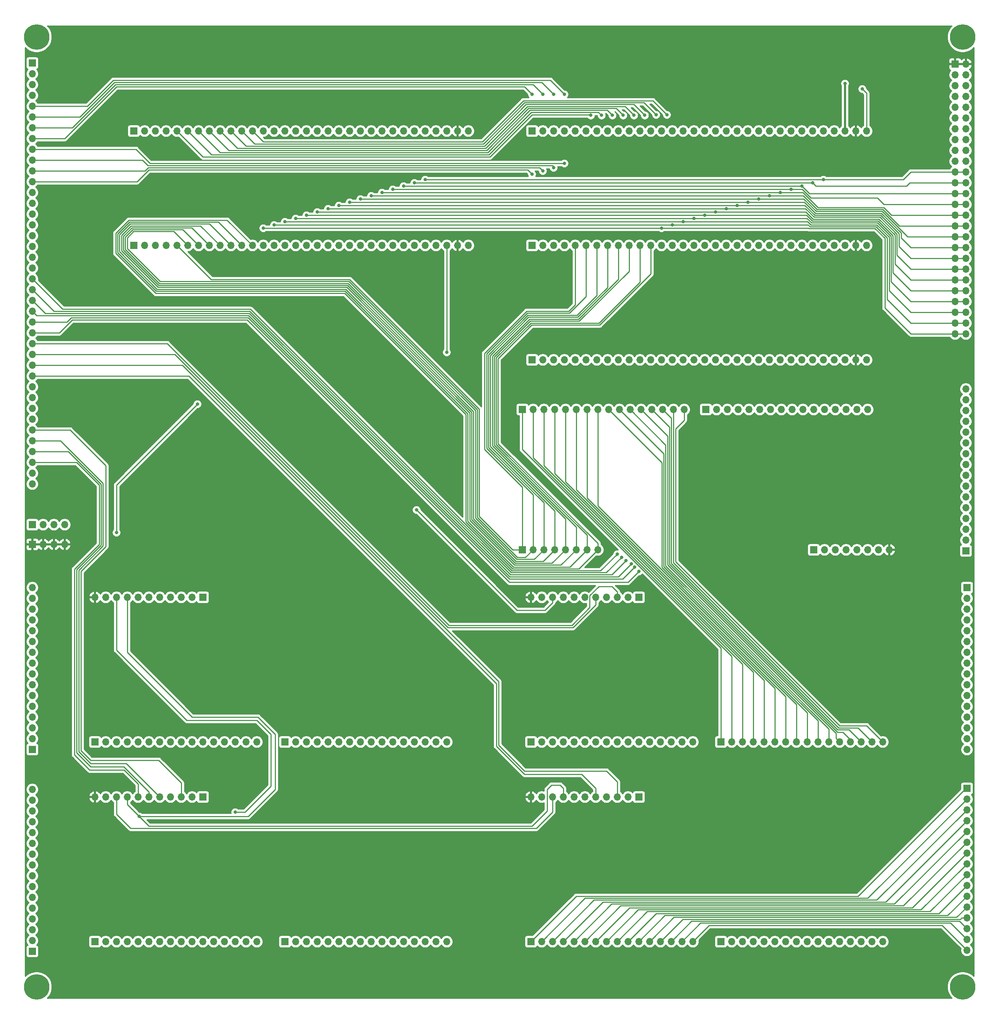
<source format=gbr>
%TF.GenerationSoftware,KiCad,Pcbnew,(5.1.10-1-10_14)*%
%TF.CreationDate,2021-11-15T06:29:26-05:00*%
%TF.ProjectId,FULL-assembly-backplane,46554c4c-2d61-4737-9365-6d626c792d62,rev?*%
%TF.SameCoordinates,Original*%
%TF.FileFunction,Copper,L2,Bot*%
%TF.FilePolarity,Positive*%
%FSLAX46Y46*%
G04 Gerber Fmt 4.6, Leading zero omitted, Abs format (unit mm)*
G04 Created by KiCad (PCBNEW (5.1.10-1-10_14)) date 2021-11-15 06:29:26*
%MOMM*%
%LPD*%
G01*
G04 APERTURE LIST*
%TA.AperFunction,ComponentPad*%
%ADD10O,1.700000X1.700000*%
%TD*%
%TA.AperFunction,ComponentPad*%
%ADD11R,1.700000X1.700000*%
%TD*%
%TA.AperFunction,ComponentPad*%
%ADD12C,6.000000*%
%TD*%
%TA.AperFunction,ComponentPad*%
%ADD13C,0.800000*%
%TD*%
%TA.AperFunction,ViaPad*%
%ADD14C,0.800000*%
%TD*%
%TA.AperFunction,Conductor*%
%ADD15C,0.250000*%
%TD*%
%TA.AperFunction,Conductor*%
%ADD16C,0.500000*%
%TD*%
%TA.AperFunction,Conductor*%
%ADD17C,0.254000*%
%TD*%
%TA.AperFunction,Conductor*%
%ADD18C,0.100000*%
%TD*%
G04 APERTURE END LIST*
D10*
%TO.P,J24,4*%
%TO.N,GND*%
X70612000Y-151560000D03*
%TO.P,J24,3*%
X68072000Y-151560000D03*
%TO.P,J24,2*%
X65532000Y-151560000D03*
D11*
%TO.P,J24,1*%
X62992000Y-151560000D03*
%TD*%
D10*
%TO.P,J23,4*%
%TO.N,VCC*%
X70612000Y-156210000D03*
%TO.P,J23,3*%
X68072000Y-156210000D03*
%TO.P,J23,2*%
X65532000Y-156210000D03*
D11*
%TO.P,J23,1*%
X62992000Y-156210000D03*
%TD*%
D10*
%TO.P,J22,40*%
%TO.N,CLOCK*%
X62992000Y-141986000D03*
%TO.P,J22,39*%
%TO.N,/RESET*%
X62992000Y-139446000D03*
%TO.P,J22,38*%
%TO.N,/PC_DEC*%
X62992000Y-136906000D03*
%TO.P,J22,37*%
%TO.N,/PC_INC*%
X62992000Y-134366000D03*
%TO.P,J22,36*%
%TO.N,/~PC_LD*%
X62992000Y-131826000D03*
%TO.P,J22,35*%
%TO.N,/~PC_AD*%
X62992000Y-129286000D03*
%TO.P,J22,34*%
%TO.N,/SP_DEC*%
X62992000Y-126746000D03*
%TO.P,J22,33*%
%TO.N,/SP_INC*%
X62992000Y-124206000D03*
%TO.P,J22,32*%
%TO.N,/~SP_LD*%
X62992000Y-121666000D03*
%TO.P,J22,31*%
%TO.N,/~SP_AD*%
X62992000Y-119126000D03*
%TO.P,J22,30*%
%TO.N,/~MAR_LD*%
X62992000Y-116586000D03*
%TO.P,J22,29*%
%TO.N,/~MAR_AD*%
X62992000Y-114046000D03*
%TO.P,J22,28*%
%TO.N,/~IN_LD*%
X62992000Y-111506000D03*
%TO.P,J22,27*%
%TO.N,/~IN_AD*%
X62992000Y-108966000D03*
%TO.P,J22,26*%
%TO.N,/TX_SEL*%
X62992000Y-106426000D03*
%TO.P,J22,25*%
%TO.N,/TX_LSB*%
X62992000Y-103886000D03*
%TO.P,J22,24*%
%TO.N,/TX_MSB*%
X62992000Y-101346000D03*
%TO.P,J22,23*%
%TO.N,/~TX_LSBO*%
X62992000Y-98806000D03*
%TO.P,J22,22*%
%TO.N,/~TX_MSBO*%
X62992000Y-96266000D03*
%TO.P,J22,21*%
%TO.N,/~TX_ADDO*%
X62992000Y-93726000D03*
%TO.P,J22,20*%
%TO.N,MSB_O5*%
X62992000Y-91186000D03*
%TO.P,J22,19*%
%TO.N,LSB_O5*%
X62992000Y-88646000D03*
%TO.P,J22,18*%
%TO.N,O5*%
X62992000Y-86106000D03*
%TO.P,J22,17*%
%TO.N,I5*%
X62992000Y-83566000D03*
%TO.P,J22,16*%
%TO.N,MSB_O3*%
X62992000Y-81026000D03*
%TO.P,J22,15*%
%TO.N,LSB_O3*%
X62992000Y-78486000D03*
%TO.P,J22,14*%
%TO.N,O3*%
X62992000Y-75946000D03*
%TO.P,J22,13*%
%TO.N,I3*%
X62992000Y-73406000D03*
%TO.P,J22,12*%
%TO.N,MSB_O4*%
X62992000Y-70866000D03*
%TO.P,J22,11*%
%TO.N,LSB_O4*%
X62992000Y-68326000D03*
%TO.P,J22,10*%
%TO.N,O4*%
X62992000Y-65786000D03*
%TO.P,J22,9*%
%TO.N,I4*%
X62992000Y-63246000D03*
%TO.P,J22,8*%
%TO.N,MSB_O2*%
X62992000Y-60706000D03*
%TO.P,J22,7*%
%TO.N,LSB_O2*%
X62992000Y-58166000D03*
%TO.P,J22,6*%
%TO.N,O2*%
X62992000Y-55626000D03*
%TO.P,J22,5*%
%TO.N,I2*%
X62992000Y-53086000D03*
%TO.P,J22,4*%
%TO.N,MSB_O1*%
X62992000Y-50546000D03*
%TO.P,J22,3*%
%TO.N,LSB_O1*%
X62992000Y-48006000D03*
%TO.P,J22,2*%
%TO.N,O1*%
X62992000Y-45466000D03*
D11*
%TO.P,J22,1*%
%TO.N,I1*%
X62992000Y-42926000D03*
%TD*%
D10*
%TO.P,J21,11*%
%TO.N,VCC*%
X77724000Y-215646000D03*
%TO.P,J21,10*%
%TO.N,GND*%
X80264000Y-215646000D03*
%TO.P,J21,9*%
%TO.N,CLOCK*%
X82804000Y-215646000D03*
%TO.P,J21,8*%
%TO.N,/RESET*%
X85344000Y-215646000D03*
%TO.P,J21,7*%
%TO.N,/PC_DEC*%
X87884000Y-215646000D03*
%TO.P,J21,6*%
%TO.N,/PC_INC*%
X90424000Y-215646000D03*
%TO.P,J21,5*%
%TO.N,/~PC_LD*%
X92964000Y-215646000D03*
%TO.P,J21,4*%
%TO.N,/~PC_BO*%
X95504000Y-215646000D03*
%TO.P,J21,3*%
%TO.N,/~PC_AD*%
X98044000Y-215646000D03*
%TO.P,J21,2*%
%TO.N,/PC_CRY*%
X100584000Y-215646000D03*
D11*
%TO.P,J21,1*%
%TO.N,/PC_BRW*%
X103124000Y-215646000D03*
%TD*%
D10*
%TO.P,J20,11*%
%TO.N,VCC*%
X180340000Y-215646000D03*
%TO.P,J20,10*%
%TO.N,GND*%
X182880000Y-215646000D03*
%TO.P,J20,9*%
%TO.N,CLOCK*%
X185420000Y-215646000D03*
%TO.P,J20,8*%
%TO.N,/RESET*%
X187960000Y-215646000D03*
%TO.P,J20,7*%
%TO.N,/MAR_DEC*%
X190500000Y-215646000D03*
%TO.P,J20,6*%
%TO.N,/MAR_INC*%
X193040000Y-215646000D03*
%TO.P,J20,5*%
%TO.N,/~MAR_LD*%
X195580000Y-215646000D03*
%TO.P,J20,4*%
%TO.N,/~MAR_BO*%
X198120000Y-215646000D03*
%TO.P,J20,3*%
%TO.N,/~MAR_AD*%
X200660000Y-215646000D03*
%TO.P,J20,2*%
%TO.N,/MAR_CRY*%
X203200000Y-215646000D03*
D11*
%TO.P,J20,1*%
%TO.N,/MAR_BRW*%
X205740000Y-215646000D03*
%TD*%
D10*
%TO.P,J19,11*%
%TO.N,VCC*%
X180340000Y-168656000D03*
%TO.P,J19,10*%
%TO.N,GND*%
X182880000Y-168656000D03*
%TO.P,J19,9*%
%TO.N,CLOCK*%
X185420000Y-168656000D03*
%TO.P,J19,8*%
%TO.N,/RESET*%
X187960000Y-168656000D03*
%TO.P,J19,7*%
%TO.N,/IN_DEC*%
X190500000Y-168656000D03*
%TO.P,J19,6*%
%TO.N,/IN_INC*%
X193040000Y-168656000D03*
%TO.P,J19,5*%
%TO.N,/~IN_LD*%
X195580000Y-168656000D03*
%TO.P,J19,4*%
%TO.N,/~IN_BO*%
X198120000Y-168656000D03*
%TO.P,J19,3*%
%TO.N,/~IN_AD*%
X200660000Y-168656000D03*
%TO.P,J19,2*%
%TO.N,/IN_CRY*%
X203200000Y-168656000D03*
D11*
%TO.P,J19,1*%
%TO.N,/IN_BRW*%
X205740000Y-168656000D03*
%TD*%
D10*
%TO.P,J18,11*%
%TO.N,VCC*%
X77724000Y-168656000D03*
%TO.P,J18,10*%
%TO.N,GND*%
X80264000Y-168656000D03*
%TO.P,J18,9*%
%TO.N,CLOCK*%
X82804000Y-168656000D03*
%TO.P,J18,8*%
%TO.N,/RESET*%
X85344000Y-168656000D03*
%TO.P,J18,7*%
%TO.N,/SP_DEC*%
X87884000Y-168656000D03*
%TO.P,J18,6*%
%TO.N,/SP_INC*%
X90424000Y-168656000D03*
%TO.P,J18,5*%
%TO.N,/~SP_LD*%
X92964000Y-168656000D03*
%TO.P,J18,4*%
%TO.N,/~SP_BO*%
X95504000Y-168656000D03*
%TO.P,J18,3*%
%TO.N,/~SP_AD*%
X98044000Y-168656000D03*
%TO.P,J18,2*%
%TO.N,/SP_CRY*%
X100584000Y-168656000D03*
D11*
%TO.P,J18,1*%
%TO.N,/SP_BRW*%
X103124000Y-168656000D03*
%TD*%
D10*
%TO.P,J17,16*%
%TO.N,/MAR_B15*%
X282956000Y-251714000D03*
%TO.P,J17,15*%
%TO.N,/MAR_B14*%
X282956000Y-249174000D03*
%TO.P,J17,14*%
%TO.N,/MAR_B13*%
X282956000Y-246634000D03*
%TO.P,J17,13*%
%TO.N,/MAR_B12*%
X282956000Y-244094000D03*
%TO.P,J17,12*%
%TO.N,/MAR_B11*%
X282956000Y-241554000D03*
%TO.P,J17,11*%
%TO.N,/MAR_B10*%
X282956000Y-239014000D03*
%TO.P,J17,10*%
%TO.N,/MAR_B9*%
X282956000Y-236474000D03*
%TO.P,J17,9*%
%TO.N,/MAR_B8*%
X282956000Y-233934000D03*
%TO.P,J17,8*%
%TO.N,/MAR_B7*%
X282956000Y-231394000D03*
%TO.P,J17,7*%
%TO.N,/MAR_B6*%
X282956000Y-228854000D03*
%TO.P,J17,6*%
%TO.N,/MAR_B5*%
X282956000Y-226314000D03*
%TO.P,J17,5*%
%TO.N,/MAR_B4*%
X282956000Y-223774000D03*
%TO.P,J17,4*%
%TO.N,/MAR_B3*%
X282956000Y-221234000D03*
%TO.P,J17,3*%
%TO.N,/MAR_B2*%
X282956000Y-218694000D03*
%TO.P,J17,2*%
%TO.N,/MAR_B1*%
X282956000Y-216154000D03*
D11*
%TO.P,J17,1*%
%TO.N,/MAR_B0*%
X282956000Y-213614000D03*
%TD*%
D10*
%TO.P,J16,16*%
%TO.N,/MAR_B15*%
X218440000Y-249682000D03*
%TO.P,J16,15*%
%TO.N,/MAR_B14*%
X215900000Y-249682000D03*
%TO.P,J16,14*%
%TO.N,/MAR_B13*%
X213360000Y-249682000D03*
%TO.P,J16,13*%
%TO.N,/MAR_B12*%
X210820000Y-249682000D03*
%TO.P,J16,12*%
%TO.N,/MAR_B11*%
X208280000Y-249682000D03*
%TO.P,J16,11*%
%TO.N,/MAR_B10*%
X205740000Y-249682000D03*
%TO.P,J16,10*%
%TO.N,/MAR_B9*%
X203200000Y-249682000D03*
%TO.P,J16,9*%
%TO.N,/MAR_B8*%
X200660000Y-249682000D03*
%TO.P,J16,8*%
%TO.N,/MAR_B7*%
X198120000Y-249682000D03*
%TO.P,J16,7*%
%TO.N,/MAR_B6*%
X195580000Y-249682000D03*
%TO.P,J16,6*%
%TO.N,/MAR_B5*%
X193040000Y-249682000D03*
%TO.P,J16,5*%
%TO.N,/MAR_B4*%
X190500000Y-249682000D03*
%TO.P,J16,4*%
%TO.N,/MAR_B3*%
X187960000Y-249682000D03*
%TO.P,J16,3*%
%TO.N,/MAR_B2*%
X185420000Y-249682000D03*
%TO.P,J16,2*%
%TO.N,/MAR_B1*%
X182880000Y-249682000D03*
D11*
%TO.P,J16,1*%
%TO.N,/MAR_B0*%
X180340000Y-249682000D03*
%TD*%
D10*
%TO.P,J15,16*%
%TO.N,/M7*%
X263144000Y-249682000D03*
%TO.P,J15,15*%
%TO.N,/M6*%
X260604000Y-249682000D03*
%TO.P,J15,14*%
%TO.N,/M5*%
X258064000Y-249682000D03*
%TO.P,J15,13*%
%TO.N,/M4*%
X255524000Y-249682000D03*
%TO.P,J15,12*%
%TO.N,/M3*%
X252984000Y-249682000D03*
%TO.P,J15,11*%
%TO.N,/M2*%
X250444000Y-249682000D03*
%TO.P,J15,10*%
%TO.N,/M1*%
X247904000Y-249682000D03*
%TO.P,J15,9*%
%TO.N,/M0*%
X245364000Y-249682000D03*
%TO.P,J15,8*%
%TO.N,/L7*%
X242824000Y-249682000D03*
%TO.P,J15,7*%
%TO.N,/L6*%
X240284000Y-249682000D03*
%TO.P,J15,6*%
%TO.N,/L5*%
X237744000Y-249682000D03*
%TO.P,J15,5*%
%TO.N,/L4*%
X235204000Y-249682000D03*
%TO.P,J15,4*%
%TO.N,/L3*%
X232664000Y-249682000D03*
%TO.P,J15,3*%
%TO.N,/L2*%
X230124000Y-249682000D03*
%TO.P,J15,2*%
%TO.N,/L1*%
X227584000Y-249682000D03*
D11*
%TO.P,J15,1*%
%TO.N,/L0*%
X225044000Y-249682000D03*
%TD*%
D10*
%TO.P,J14,16*%
%TO.N,/PC_B15*%
X62992000Y-213868000D03*
%TO.P,J14,15*%
%TO.N,/PC_B14*%
X62992000Y-216408000D03*
%TO.P,J14,14*%
%TO.N,/PC_B13*%
X62992000Y-218948000D03*
%TO.P,J14,13*%
%TO.N,/PC_B12*%
X62992000Y-221488000D03*
%TO.P,J14,12*%
%TO.N,/PC_B11*%
X62992000Y-224028000D03*
%TO.P,J14,11*%
%TO.N,/PC_B10*%
X62992000Y-226568000D03*
%TO.P,J14,10*%
%TO.N,/PC_B9*%
X62992000Y-229108000D03*
%TO.P,J14,9*%
%TO.N,/PC_B8*%
X62992000Y-231648000D03*
%TO.P,J14,8*%
%TO.N,/PC_B7*%
X62992000Y-234188000D03*
%TO.P,J14,7*%
%TO.N,/PC_B6*%
X62992000Y-236728000D03*
%TO.P,J14,6*%
%TO.N,/PC_B5*%
X62992000Y-239268000D03*
%TO.P,J14,5*%
%TO.N,/PC_B4*%
X62992000Y-241808000D03*
%TO.P,J14,4*%
%TO.N,/PC_B3*%
X62992000Y-244348000D03*
%TO.P,J14,3*%
%TO.N,/PC_B2*%
X62992000Y-246888000D03*
%TO.P,J14,2*%
%TO.N,/PC_B1*%
X62992000Y-249428000D03*
D11*
%TO.P,J14,1*%
%TO.N,/PC_B0*%
X62992000Y-251968000D03*
%TD*%
D10*
%TO.P,J13,16*%
%TO.N,/PC_B15*%
X115824000Y-249682000D03*
%TO.P,J13,15*%
%TO.N,/PC_B14*%
X113284000Y-249682000D03*
%TO.P,J13,14*%
%TO.N,/PC_B13*%
X110744000Y-249682000D03*
%TO.P,J13,13*%
%TO.N,/PC_B12*%
X108204000Y-249682000D03*
%TO.P,J13,12*%
%TO.N,/PC_B11*%
X105664000Y-249682000D03*
%TO.P,J13,11*%
%TO.N,/PC_B10*%
X103124000Y-249682000D03*
%TO.P,J13,10*%
%TO.N,/PC_B9*%
X100584000Y-249682000D03*
%TO.P,J13,9*%
%TO.N,/PC_B8*%
X98044000Y-249682000D03*
%TO.P,J13,8*%
%TO.N,/PC_B7*%
X95504000Y-249682000D03*
%TO.P,J13,7*%
%TO.N,/PC_B6*%
X92964000Y-249682000D03*
%TO.P,J13,6*%
%TO.N,/PC_B5*%
X90424000Y-249682000D03*
%TO.P,J13,5*%
%TO.N,/PC_B4*%
X87884000Y-249682000D03*
%TO.P,J13,4*%
%TO.N,/PC_B3*%
X85344000Y-249682000D03*
%TO.P,J13,3*%
%TO.N,/PC_B2*%
X82804000Y-249682000D03*
%TO.P,J13,2*%
%TO.N,/PC_B1*%
X80264000Y-249682000D03*
D11*
%TO.P,J13,1*%
%TO.N,/PC_B0*%
X77724000Y-249682000D03*
%TD*%
D10*
%TO.P,J12,16*%
%TO.N,/M7*%
X160528000Y-249682000D03*
%TO.P,J12,15*%
%TO.N,/M6*%
X157988000Y-249682000D03*
%TO.P,J12,14*%
%TO.N,/M5*%
X155448000Y-249682000D03*
%TO.P,J12,13*%
%TO.N,/M4*%
X152908000Y-249682000D03*
%TO.P,J12,12*%
%TO.N,/M3*%
X150368000Y-249682000D03*
%TO.P,J12,11*%
%TO.N,/M2*%
X147828000Y-249682000D03*
%TO.P,J12,10*%
%TO.N,/M1*%
X145288000Y-249682000D03*
%TO.P,J12,9*%
%TO.N,/M0*%
X142748000Y-249682000D03*
%TO.P,J12,8*%
%TO.N,/L7*%
X140208000Y-249682000D03*
%TO.P,J12,7*%
%TO.N,/L6*%
X137668000Y-249682000D03*
%TO.P,J12,6*%
%TO.N,/L5*%
X135128000Y-249682000D03*
%TO.P,J12,5*%
%TO.N,/L4*%
X132588000Y-249682000D03*
%TO.P,J12,4*%
%TO.N,/L3*%
X130048000Y-249682000D03*
%TO.P,J12,3*%
%TO.N,/L2*%
X127508000Y-249682000D03*
%TO.P,J12,2*%
%TO.N,/L1*%
X124968000Y-249682000D03*
D11*
%TO.P,J12,1*%
%TO.N,/L0*%
X122428000Y-249682000D03*
%TD*%
D10*
%TO.P,J11,16*%
%TO.N,/IN_B15*%
X282956000Y-204470000D03*
%TO.P,J11,15*%
%TO.N,/IN_B14*%
X282956000Y-201930000D03*
%TO.P,J11,14*%
%TO.N,/IN_B13*%
X282956000Y-199390000D03*
%TO.P,J11,13*%
%TO.N,/IN_B12*%
X282956000Y-196850000D03*
%TO.P,J11,12*%
%TO.N,/IN_B11*%
X282956000Y-194310000D03*
%TO.P,J11,11*%
%TO.N,/IN_B10*%
X282956000Y-191770000D03*
%TO.P,J11,10*%
%TO.N,/IN_B9*%
X282956000Y-189230000D03*
%TO.P,J11,9*%
%TO.N,/IN_B8*%
X282956000Y-186690000D03*
%TO.P,J11,8*%
%TO.N,/IN_B7*%
X282956000Y-184150000D03*
%TO.P,J11,7*%
%TO.N,/IN_B6*%
X282956000Y-181610000D03*
%TO.P,J11,6*%
%TO.N,/IN_B5*%
X282956000Y-179070000D03*
%TO.P,J11,5*%
%TO.N,/IN_B4*%
X282956000Y-176530000D03*
%TO.P,J11,4*%
%TO.N,/IN_B3*%
X282956000Y-173990000D03*
%TO.P,J11,3*%
%TO.N,/IN_B2*%
X282956000Y-171450000D03*
%TO.P,J11,2*%
%TO.N,/IN_B1*%
X282956000Y-168910000D03*
D11*
%TO.P,J11,1*%
%TO.N,/IN_B0*%
X282956000Y-166370000D03*
%TD*%
D10*
%TO.P,J10,16*%
%TO.N,/IN_B15*%
X218440000Y-202692000D03*
%TO.P,J10,15*%
%TO.N,/IN_B14*%
X215900000Y-202692000D03*
%TO.P,J10,14*%
%TO.N,/IN_B13*%
X213360000Y-202692000D03*
%TO.P,J10,13*%
%TO.N,/IN_B12*%
X210820000Y-202692000D03*
%TO.P,J10,12*%
%TO.N,/IN_B11*%
X208280000Y-202692000D03*
%TO.P,J10,11*%
%TO.N,/IN_B10*%
X205740000Y-202692000D03*
%TO.P,J10,10*%
%TO.N,/IN_B9*%
X203200000Y-202692000D03*
%TO.P,J10,9*%
%TO.N,/IN_B8*%
X200660000Y-202692000D03*
%TO.P,J10,8*%
%TO.N,/IN_B7*%
X198120000Y-202692000D03*
%TO.P,J10,7*%
%TO.N,/IN_B6*%
X195580000Y-202692000D03*
%TO.P,J10,6*%
%TO.N,/IN_B5*%
X193040000Y-202692000D03*
%TO.P,J10,5*%
%TO.N,/IN_B4*%
X190500000Y-202692000D03*
%TO.P,J10,4*%
%TO.N,/IN_B3*%
X187960000Y-202692000D03*
%TO.P,J10,3*%
%TO.N,/IN_B2*%
X185420000Y-202692000D03*
%TO.P,J10,2*%
%TO.N,/IN_B1*%
X182880000Y-202692000D03*
D11*
%TO.P,J10,1*%
%TO.N,/IN_B0*%
X180340000Y-202692000D03*
%TD*%
D10*
%TO.P,J9,16*%
%TO.N,/M7*%
X263144000Y-202692000D03*
%TO.P,J9,15*%
%TO.N,/M6*%
X260604000Y-202692000D03*
%TO.P,J9,14*%
%TO.N,/M5*%
X258064000Y-202692000D03*
%TO.P,J9,13*%
%TO.N,/M4*%
X255524000Y-202692000D03*
%TO.P,J9,12*%
%TO.N,/M3*%
X252984000Y-202692000D03*
%TO.P,J9,11*%
%TO.N,/M2*%
X250444000Y-202692000D03*
%TO.P,J9,10*%
%TO.N,/M1*%
X247904000Y-202692000D03*
%TO.P,J9,9*%
%TO.N,/M0*%
X245364000Y-202692000D03*
%TO.P,J9,8*%
%TO.N,/L7*%
X242824000Y-202692000D03*
%TO.P,J9,7*%
%TO.N,/L6*%
X240284000Y-202692000D03*
%TO.P,J9,6*%
%TO.N,/L5*%
X237744000Y-202692000D03*
%TO.P,J9,5*%
%TO.N,/L4*%
X235204000Y-202692000D03*
%TO.P,J9,4*%
%TO.N,/L3*%
X232664000Y-202692000D03*
%TO.P,J9,3*%
%TO.N,/L2*%
X230124000Y-202692000D03*
%TO.P,J9,2*%
%TO.N,/L1*%
X227584000Y-202692000D03*
D11*
%TO.P,J9,1*%
%TO.N,/L0*%
X225044000Y-202692000D03*
%TD*%
D10*
%TO.P,J8,16*%
%TO.N,/SP_B15*%
X62992000Y-166370000D03*
%TO.P,J8,15*%
%TO.N,/SP_B14*%
X62992000Y-168910000D03*
%TO.P,J8,14*%
%TO.N,/SP_B13*%
X62992000Y-171450000D03*
%TO.P,J8,13*%
%TO.N,/SP_B12*%
X62992000Y-173990000D03*
%TO.P,J8,12*%
%TO.N,/SP_B11*%
X62992000Y-176530000D03*
%TO.P,J8,11*%
%TO.N,/SP_B10*%
X62992000Y-179070000D03*
%TO.P,J8,10*%
%TO.N,/SP_B9*%
X62992000Y-181610000D03*
%TO.P,J8,9*%
%TO.N,/SP_B8*%
X62992000Y-184150000D03*
%TO.P,J8,8*%
%TO.N,/SP_B7*%
X62992000Y-186690000D03*
%TO.P,J8,7*%
%TO.N,/SP_B6*%
X62992000Y-189230000D03*
%TO.P,J8,6*%
%TO.N,/SP_B5*%
X62992000Y-191770000D03*
%TO.P,J8,5*%
%TO.N,/SP_B4*%
X62992000Y-194310000D03*
%TO.P,J8,4*%
%TO.N,/SP_B3*%
X62992000Y-196850000D03*
%TO.P,J8,3*%
%TO.N,/SP_B2*%
X62992000Y-199390000D03*
%TO.P,J8,2*%
%TO.N,/SP_B1*%
X62992000Y-201930000D03*
D11*
%TO.P,J8,1*%
%TO.N,/SP_B0*%
X62992000Y-204470000D03*
%TD*%
D10*
%TO.P,J7,16*%
%TO.N,/SP_B15*%
X115824000Y-202692000D03*
%TO.P,J7,15*%
%TO.N,/SP_B14*%
X113284000Y-202692000D03*
%TO.P,J7,14*%
%TO.N,/SP_B13*%
X110744000Y-202692000D03*
%TO.P,J7,13*%
%TO.N,/SP_B12*%
X108204000Y-202692000D03*
%TO.P,J7,12*%
%TO.N,/SP_B11*%
X105664000Y-202692000D03*
%TO.P,J7,11*%
%TO.N,/SP_B10*%
X103124000Y-202692000D03*
%TO.P,J7,10*%
%TO.N,/SP_B9*%
X100584000Y-202692000D03*
%TO.P,J7,9*%
%TO.N,/SP_B8*%
X98044000Y-202692000D03*
%TO.P,J7,8*%
%TO.N,/SP_B7*%
X95504000Y-202692000D03*
%TO.P,J7,7*%
%TO.N,/SP_B6*%
X92964000Y-202692000D03*
%TO.P,J7,6*%
%TO.N,/SP_B5*%
X90424000Y-202692000D03*
%TO.P,J7,5*%
%TO.N,/SP_B4*%
X87884000Y-202692000D03*
%TO.P,J7,4*%
%TO.N,/SP_B3*%
X85344000Y-202692000D03*
%TO.P,J7,3*%
%TO.N,/SP_B2*%
X82804000Y-202692000D03*
%TO.P,J7,2*%
%TO.N,/SP_B1*%
X80264000Y-202692000D03*
D11*
%TO.P,J7,1*%
%TO.N,/SP_B0*%
X77724000Y-202692000D03*
%TD*%
D10*
%TO.P,J6,16*%
%TO.N,/M7*%
X160528000Y-202692000D03*
%TO.P,J6,15*%
%TO.N,/M6*%
X157988000Y-202692000D03*
%TO.P,J6,14*%
%TO.N,/M5*%
X155448000Y-202692000D03*
%TO.P,J6,13*%
%TO.N,/M4*%
X152908000Y-202692000D03*
%TO.P,J6,12*%
%TO.N,/M3*%
X150368000Y-202692000D03*
%TO.P,J6,11*%
%TO.N,/M2*%
X147828000Y-202692000D03*
%TO.P,J6,10*%
%TO.N,/M1*%
X145288000Y-202692000D03*
%TO.P,J6,9*%
%TO.N,/M0*%
X142748000Y-202692000D03*
%TO.P,J6,8*%
%TO.N,/L7*%
X140208000Y-202692000D03*
%TO.P,J6,7*%
%TO.N,/L6*%
X137668000Y-202692000D03*
%TO.P,J6,6*%
%TO.N,/L5*%
X135128000Y-202692000D03*
%TO.P,J6,5*%
%TO.N,/L4*%
X132588000Y-202692000D03*
%TO.P,J6,4*%
%TO.N,/L3*%
X130048000Y-202692000D03*
%TO.P,J6,3*%
%TO.N,/L2*%
X127508000Y-202692000D03*
%TO.P,J6,2*%
%TO.N,/L1*%
X124968000Y-202692000D03*
D11*
%TO.P,J6,1*%
%TO.N,/L0*%
X122428000Y-202692000D03*
%TD*%
D10*
%TO.P,J5,16*%
%TO.N,/TX15*%
X282702000Y-119634000D03*
%TO.P,J5,15*%
%TO.N,/TX14*%
X282702000Y-122174000D03*
%TO.P,J5,14*%
%TO.N,/TX13*%
X282702000Y-124714000D03*
%TO.P,J5,13*%
%TO.N,/TX12*%
X282702000Y-127254000D03*
%TO.P,J5,12*%
%TO.N,/TX11*%
X282702000Y-129794000D03*
%TO.P,J5,11*%
%TO.N,/TX10*%
X282702000Y-132334000D03*
%TO.P,J5,10*%
%TO.N,/TX9*%
X282702000Y-134874000D03*
%TO.P,J5,9*%
%TO.N,/TX8*%
X282702000Y-137414000D03*
%TO.P,J5,8*%
%TO.N,/TX7*%
X282702000Y-139954000D03*
%TO.P,J5,7*%
%TO.N,/TX6*%
X282702000Y-142494000D03*
%TO.P,J5,6*%
%TO.N,/TX5*%
X282702000Y-145034000D03*
%TO.P,J5,5*%
%TO.N,/TX4*%
X282702000Y-147574000D03*
%TO.P,J5,4*%
%TO.N,/TX3*%
X282702000Y-150114000D03*
%TO.P,J5,3*%
%TO.N,/TX2*%
X282702000Y-152654000D03*
%TO.P,J5,2*%
%TO.N,/TX1*%
X282702000Y-155194000D03*
D11*
%TO.P,J5,1*%
%TO.N,/TX0*%
X282702000Y-157734000D03*
%TD*%
D10*
%TO.P,J4,8*%
%TO.N,VCC*%
X264668000Y-157480000D03*
%TO.P,J4,7*%
%TO.N,GND*%
X262128000Y-157480000D03*
%TO.P,J4,6*%
%TO.N,/~TX_ADDO*%
X259588000Y-157480000D03*
%TO.P,J4,5*%
%TO.N,/~TX_MSBO*%
X257048000Y-157480000D03*
%TO.P,J4,4*%
%TO.N,/~TX_LSBO*%
X254508000Y-157480000D03*
%TO.P,J4,3*%
%TO.N,/TX_MSB*%
X251968000Y-157480000D03*
%TO.P,J4,2*%
%TO.N,/TX_LSB*%
X249428000Y-157480000D03*
D11*
%TO.P,J4,1*%
%TO.N,/TX_SEL*%
X246888000Y-157480000D03*
%TD*%
D10*
%TO.P,J3,8*%
%TO.N,/BUS7*%
X196088000Y-157480000D03*
%TO.P,J3,7*%
%TO.N,/BUS6*%
X193548000Y-157480000D03*
%TO.P,J3,6*%
%TO.N,/BUS5*%
X191008000Y-157480000D03*
%TO.P,J3,5*%
%TO.N,/BUS4*%
X188468000Y-157480000D03*
%TO.P,J3,4*%
%TO.N,/BUS3*%
X185928000Y-157480000D03*
%TO.P,J3,3*%
%TO.N,/BUS2*%
X183388000Y-157480000D03*
%TO.P,J3,2*%
%TO.N,/BUS1*%
X180848000Y-157480000D03*
D11*
%TO.P,J3,1*%
%TO.N,/BUS0*%
X178308000Y-157480000D03*
%TD*%
D10*
%TO.P,J2,16*%
%TO.N,/TX15*%
X259588000Y-124460000D03*
%TO.P,J2,15*%
%TO.N,/TX14*%
X257048000Y-124460000D03*
%TO.P,J2,14*%
%TO.N,/TX13*%
X254508000Y-124460000D03*
%TO.P,J2,13*%
%TO.N,/TX12*%
X251968000Y-124460000D03*
%TO.P,J2,12*%
%TO.N,/TX11*%
X249428000Y-124460000D03*
%TO.P,J2,11*%
%TO.N,/TX10*%
X246888000Y-124460000D03*
%TO.P,J2,10*%
%TO.N,/TX9*%
X244348000Y-124460000D03*
%TO.P,J2,9*%
%TO.N,/TX8*%
X241808000Y-124460000D03*
%TO.P,J2,8*%
%TO.N,/TX7*%
X239268000Y-124460000D03*
%TO.P,J2,7*%
%TO.N,/TX6*%
X236728000Y-124460000D03*
%TO.P,J2,6*%
%TO.N,/TX5*%
X234188000Y-124460000D03*
%TO.P,J2,5*%
%TO.N,/TX4*%
X231648000Y-124460000D03*
%TO.P,J2,4*%
%TO.N,/TX3*%
X229108000Y-124460000D03*
%TO.P,J2,3*%
%TO.N,/TX2*%
X226568000Y-124460000D03*
%TO.P,J2,2*%
%TO.N,/TX1*%
X224028000Y-124460000D03*
D11*
%TO.P,J2,1*%
%TO.N,/TX0*%
X221488000Y-124460000D03*
%TD*%
D10*
%TO.P,J1,16*%
%TO.N,/M7*%
X216408000Y-124460000D03*
%TO.P,J1,15*%
%TO.N,/M6*%
X213868000Y-124460000D03*
%TO.P,J1,14*%
%TO.N,/M5*%
X211328000Y-124460000D03*
%TO.P,J1,13*%
%TO.N,/M4*%
X208788000Y-124460000D03*
%TO.P,J1,12*%
%TO.N,/M3*%
X206248000Y-124460000D03*
%TO.P,J1,11*%
%TO.N,/M2*%
X203708000Y-124460000D03*
%TO.P,J1,10*%
%TO.N,/M1*%
X201168000Y-124460000D03*
%TO.P,J1,9*%
%TO.N,/M0*%
X198628000Y-124460000D03*
%TO.P,J1,8*%
%TO.N,/L7*%
X196088000Y-124460000D03*
%TO.P,J1,7*%
%TO.N,/L6*%
X193548000Y-124460000D03*
%TO.P,J1,6*%
%TO.N,/L5*%
X191008000Y-124460000D03*
%TO.P,J1,5*%
%TO.N,/L4*%
X188468000Y-124460000D03*
%TO.P,J1,4*%
%TO.N,/L3*%
X185928000Y-124460000D03*
%TO.P,J1,3*%
%TO.N,/L2*%
X183388000Y-124460000D03*
%TO.P,J1,2*%
%TO.N,/L1*%
X180848000Y-124460000D03*
D11*
%TO.P,J1,1*%
%TO.N,/L0*%
X178308000Y-124460000D03*
%TD*%
D10*
%TO.P,J37,52*%
%TO.N,/L0*%
X282702000Y-106680000D03*
%TO.P,J37,51*%
X280162000Y-106680000D03*
%TO.P,J37,50*%
%TO.N,/L1*%
X282702000Y-104140000D03*
%TO.P,J37,49*%
X280162000Y-104140000D03*
%TO.P,J37,48*%
%TO.N,/L2*%
X282702000Y-101600000D03*
%TO.P,J37,47*%
X280162000Y-101600000D03*
%TO.P,J37,46*%
%TO.N,/L3*%
X282702000Y-99060000D03*
%TO.P,J37,45*%
X280162000Y-99060000D03*
%TO.P,J37,44*%
%TO.N,/L4*%
X282702000Y-96520000D03*
%TO.P,J37,43*%
X280162000Y-96520000D03*
%TO.P,J37,42*%
%TO.N,/L5*%
X282702000Y-93980000D03*
%TO.P,J37,41*%
X280162000Y-93980000D03*
%TO.P,J37,40*%
%TO.N,/L6*%
X282702000Y-91440000D03*
%TO.P,J37,39*%
X280162000Y-91440000D03*
%TO.P,J37,38*%
%TO.N,/L7*%
X282702000Y-88900000D03*
%TO.P,J37,37*%
X280162000Y-88900000D03*
%TO.P,J37,36*%
%TO.N,/M0*%
X282702000Y-86360000D03*
%TO.P,J37,35*%
X280162000Y-86360000D03*
%TO.P,J37,34*%
%TO.N,/M1*%
X282702000Y-83820000D03*
%TO.P,J37,33*%
X280162000Y-83820000D03*
%TO.P,J37,32*%
%TO.N,/M2*%
X282702000Y-81280000D03*
%TO.P,J37,31*%
X280162000Y-81280000D03*
%TO.P,J37,30*%
%TO.N,/M3*%
X282702000Y-78740000D03*
%TO.P,J37,29*%
X280162000Y-78740000D03*
%TO.P,J37,28*%
%TO.N,/M4*%
X282702000Y-76200000D03*
%TO.P,J37,27*%
X280162000Y-76200000D03*
%TO.P,J37,26*%
%TO.N,/M5*%
X282702000Y-73660000D03*
%TO.P,J37,25*%
X280162000Y-73660000D03*
%TO.P,J37,24*%
%TO.N,/M6*%
X282702000Y-71120000D03*
%TO.P,J37,23*%
X280162000Y-71120000D03*
%TO.P,J37,22*%
%TO.N,/M7*%
X282702000Y-68580000D03*
%TO.P,J37,21*%
X280162000Y-68580000D03*
%TO.P,J37,20*%
%TO.N,/BUS7*%
X282702000Y-66040000D03*
%TO.P,J37,19*%
X280162000Y-66040000D03*
%TO.P,J37,18*%
%TO.N,/BUS6*%
X282702000Y-63500000D03*
%TO.P,J37,17*%
X280162000Y-63500000D03*
%TO.P,J37,16*%
%TO.N,/BUS5*%
X282702000Y-60960000D03*
%TO.P,J37,15*%
X280162000Y-60960000D03*
%TO.P,J37,14*%
%TO.N,/BUS4*%
X282702000Y-58420000D03*
%TO.P,J37,13*%
X280162000Y-58420000D03*
%TO.P,J37,12*%
%TO.N,/BUS3*%
X282702000Y-55880000D03*
%TO.P,J37,11*%
X280162000Y-55880000D03*
%TO.P,J37,10*%
%TO.N,/BUS2*%
X282702000Y-53340000D03*
%TO.P,J37,9*%
X280162000Y-53340000D03*
%TO.P,J37,8*%
%TO.N,/BUS1*%
X282702000Y-50800000D03*
%TO.P,J37,7*%
X280162000Y-50800000D03*
%TO.P,J37,6*%
%TO.N,/BUS0*%
X282702000Y-48260000D03*
%TO.P,J37,5*%
X280162000Y-48260000D03*
%TO.P,J37,4*%
%TO.N,GND*%
X282702000Y-45720000D03*
%TO.P,J37,3*%
X280162000Y-45720000D03*
%TO.P,J37,2*%
%TO.N,VCC*%
X282702000Y-43180000D03*
D11*
%TO.P,J37,1*%
X280162000Y-43180000D03*
%TD*%
%TO.P,J33,1*%
%TO.N,MSB_O2*%
X180594000Y-58928000D03*
D10*
%TO.P,J33,2*%
%TO.N,LSB_O2*%
X183134000Y-58928000D03*
%TO.P,J33,3*%
%TO.N,O2*%
X185674000Y-58928000D03*
%TO.P,J33,4*%
%TO.N,I2*%
X188214000Y-58928000D03*
%TO.P,J33,5*%
%TO.N,/BUS0*%
X190754000Y-58928000D03*
%TO.P,J33,6*%
%TO.N,/BUS1*%
X193294000Y-58928000D03*
%TO.P,J33,7*%
%TO.N,/BUS2*%
X195834000Y-58928000D03*
%TO.P,J33,8*%
%TO.N,/BUS3*%
X198374000Y-58928000D03*
%TO.P,J33,9*%
%TO.N,/BUS4*%
X200914000Y-58928000D03*
%TO.P,J33,10*%
%TO.N,/BUS5*%
X203454000Y-58928000D03*
%TO.P,J33,11*%
%TO.N,/BUS6*%
X205994000Y-58928000D03*
%TO.P,J33,12*%
%TO.N,/BUS7*%
X208534000Y-58928000D03*
%TO.P,J33,13*%
%TO.N,/L0*%
X211074000Y-58928000D03*
%TO.P,J33,14*%
%TO.N,/L1*%
X213614000Y-58928000D03*
%TO.P,J33,15*%
%TO.N,/L2*%
X216154000Y-58928000D03*
%TO.P,J33,16*%
%TO.N,/L3*%
X218694000Y-58928000D03*
%TO.P,J33,17*%
%TO.N,/L4*%
X221234000Y-58928000D03*
%TO.P,J33,18*%
%TO.N,/L5*%
X223774000Y-58928000D03*
%TO.P,J33,19*%
%TO.N,/L6*%
X226314000Y-58928000D03*
%TO.P,J33,20*%
%TO.N,/L7*%
X228854000Y-58928000D03*
%TO.P,J33,21*%
%TO.N,/M0*%
X231394000Y-58928000D03*
%TO.P,J33,22*%
%TO.N,/M1*%
X233934000Y-58928000D03*
%TO.P,J33,23*%
%TO.N,/M2*%
X236474000Y-58928000D03*
%TO.P,J33,24*%
%TO.N,/M3*%
X239014000Y-58928000D03*
%TO.P,J33,25*%
%TO.N,/M4*%
X241554000Y-58928000D03*
%TO.P,J33,26*%
%TO.N,/M5*%
X244094000Y-58928000D03*
%TO.P,J33,27*%
%TO.N,/M6*%
X246634000Y-58928000D03*
%TO.P,J33,28*%
%TO.N,/M7*%
X249174000Y-58928000D03*
%TO.P,J33,29*%
%TO.N,Net-(J33-Pad29)*%
X251714000Y-58928000D03*
%TO.P,J33,30*%
%TO.N,CLOCK*%
X254254000Y-58928000D03*
%TO.P,J33,31*%
%TO.N,VCC*%
X256794000Y-58928000D03*
%TO.P,J33,32*%
%TO.N,GND*%
X259334000Y-58928000D03*
%TD*%
D11*
%TO.P,J35,1*%
%TO.N,MSB_O4*%
X180594000Y-85852000D03*
D10*
%TO.P,J35,2*%
%TO.N,LSB_O4*%
X183134000Y-85852000D03*
%TO.P,J35,3*%
%TO.N,O4*%
X185674000Y-85852000D03*
%TO.P,J35,4*%
%TO.N,I4*%
X188214000Y-85852000D03*
%TO.P,J35,5*%
%TO.N,/BUS0*%
X190754000Y-85852000D03*
%TO.P,J35,6*%
%TO.N,/BUS1*%
X193294000Y-85852000D03*
%TO.P,J35,7*%
%TO.N,/BUS2*%
X195834000Y-85852000D03*
%TO.P,J35,8*%
%TO.N,/BUS3*%
X198374000Y-85852000D03*
%TO.P,J35,9*%
%TO.N,/BUS4*%
X200914000Y-85852000D03*
%TO.P,J35,10*%
%TO.N,/BUS5*%
X203454000Y-85852000D03*
%TO.P,J35,11*%
%TO.N,/BUS6*%
X205994000Y-85852000D03*
%TO.P,J35,12*%
%TO.N,/BUS7*%
X208534000Y-85852000D03*
%TO.P,J35,13*%
%TO.N,/L0*%
X211074000Y-85852000D03*
%TO.P,J35,14*%
%TO.N,/L1*%
X213614000Y-85852000D03*
%TO.P,J35,15*%
%TO.N,/L2*%
X216154000Y-85852000D03*
%TO.P,J35,16*%
%TO.N,/L3*%
X218694000Y-85852000D03*
%TO.P,J35,17*%
%TO.N,/L4*%
X221234000Y-85852000D03*
%TO.P,J35,18*%
%TO.N,/L5*%
X223774000Y-85852000D03*
%TO.P,J35,19*%
%TO.N,/L6*%
X226314000Y-85852000D03*
%TO.P,J35,20*%
%TO.N,/L7*%
X228854000Y-85852000D03*
%TO.P,J35,21*%
%TO.N,/M0*%
X231394000Y-85852000D03*
%TO.P,J35,22*%
%TO.N,/M1*%
X233934000Y-85852000D03*
%TO.P,J35,23*%
%TO.N,/M2*%
X236474000Y-85852000D03*
%TO.P,J35,24*%
%TO.N,/M3*%
X239014000Y-85852000D03*
%TO.P,J35,25*%
%TO.N,/M4*%
X241554000Y-85852000D03*
%TO.P,J35,26*%
%TO.N,/M5*%
X244094000Y-85852000D03*
%TO.P,J35,27*%
%TO.N,/M6*%
X246634000Y-85852000D03*
%TO.P,J35,28*%
%TO.N,/M7*%
X249174000Y-85852000D03*
%TO.P,J35,29*%
%TO.N,Net-(J35-Pad29)*%
X251714000Y-85852000D03*
%TO.P,J35,30*%
%TO.N,CLOCK*%
X254254000Y-85852000D03*
%TO.P,J35,31*%
%TO.N,VCC*%
X256794000Y-85852000D03*
%TO.P,J35,32*%
%TO.N,GND*%
X259334000Y-85852000D03*
%TD*%
D11*
%TO.P,J34,1*%
%TO.N,MSB_O3*%
X86868000Y-85852000D03*
D10*
%TO.P,J34,2*%
%TO.N,LSB_O3*%
X89408000Y-85852000D03*
%TO.P,J34,3*%
%TO.N,O3*%
X91948000Y-85852000D03*
%TO.P,J34,4*%
%TO.N,I3*%
X94488000Y-85852000D03*
%TO.P,J34,5*%
%TO.N,/BUS0*%
X97028000Y-85852000D03*
%TO.P,J34,6*%
%TO.N,/BUS1*%
X99568000Y-85852000D03*
%TO.P,J34,7*%
%TO.N,/BUS2*%
X102108000Y-85852000D03*
%TO.P,J34,8*%
%TO.N,/BUS3*%
X104648000Y-85852000D03*
%TO.P,J34,9*%
%TO.N,/BUS4*%
X107188000Y-85852000D03*
%TO.P,J34,10*%
%TO.N,/BUS5*%
X109728000Y-85852000D03*
%TO.P,J34,11*%
%TO.N,/BUS6*%
X112268000Y-85852000D03*
%TO.P,J34,12*%
%TO.N,/BUS7*%
X114808000Y-85852000D03*
%TO.P,J34,13*%
%TO.N,/L0*%
X117348000Y-85852000D03*
%TO.P,J34,14*%
%TO.N,/L1*%
X119888000Y-85852000D03*
%TO.P,J34,15*%
%TO.N,/L2*%
X122428000Y-85852000D03*
%TO.P,J34,16*%
%TO.N,/L3*%
X124968000Y-85852000D03*
%TO.P,J34,17*%
%TO.N,/L4*%
X127508000Y-85852000D03*
%TO.P,J34,18*%
%TO.N,/L5*%
X130048000Y-85852000D03*
%TO.P,J34,19*%
%TO.N,/L6*%
X132588000Y-85852000D03*
%TO.P,J34,20*%
%TO.N,/L7*%
X135128000Y-85852000D03*
%TO.P,J34,21*%
%TO.N,/M0*%
X137668000Y-85852000D03*
%TO.P,J34,22*%
%TO.N,/M1*%
X140208000Y-85852000D03*
%TO.P,J34,23*%
%TO.N,/M2*%
X142748000Y-85852000D03*
%TO.P,J34,24*%
%TO.N,/M3*%
X145288000Y-85852000D03*
%TO.P,J34,25*%
%TO.N,/M4*%
X147828000Y-85852000D03*
%TO.P,J34,26*%
%TO.N,/M5*%
X150368000Y-85852000D03*
%TO.P,J34,27*%
%TO.N,/M6*%
X152908000Y-85852000D03*
%TO.P,J34,28*%
%TO.N,/M7*%
X155448000Y-85852000D03*
%TO.P,J34,29*%
%TO.N,Net-(J34-Pad29)*%
X157988000Y-85852000D03*
%TO.P,J34,30*%
%TO.N,CLOCK*%
X160528000Y-85852000D03*
%TO.P,J34,31*%
%TO.N,VCC*%
X163068000Y-85852000D03*
%TO.P,J34,32*%
%TO.N,GND*%
X165608000Y-85852000D03*
%TD*%
D12*
%TO.P,REF\u002A\u002A,1*%
%TO.N,N/C*%
X64008000Y-36830000D03*
D13*
X66258000Y-36830000D03*
X65598990Y-38420990D03*
X64008000Y-39080000D03*
X62417010Y-38420990D03*
X61758000Y-36830000D03*
X62417010Y-35239010D03*
X64008000Y-34580000D03*
X65598990Y-35239010D03*
%TD*%
%TO.P,REF\u002A\u002A,1*%
%TO.N,N/C*%
X65598990Y-258759010D03*
X64008000Y-258100000D03*
X62417010Y-258759010D03*
X61758000Y-260350000D03*
X62417010Y-261940990D03*
X64008000Y-262600000D03*
X65598990Y-261940990D03*
X66258000Y-260350000D03*
D12*
X64008000Y-260350000D03*
%TD*%
%TO.P,REF\u002A\u002A,1*%
%TO.N,N/C*%
X281940000Y-260350000D03*
D13*
X284190000Y-260350000D03*
X283530990Y-261940990D03*
X281940000Y-262600000D03*
X280349010Y-261940990D03*
X279690000Y-260350000D03*
X280349010Y-258759010D03*
X281940000Y-258100000D03*
X283530990Y-258759010D03*
%TD*%
D11*
%TO.P,J36,1*%
%TO.N,MSB_O5*%
X180594000Y-112776000D03*
D10*
%TO.P,J36,2*%
%TO.N,LSB_O5*%
X183134000Y-112776000D03*
%TO.P,J36,3*%
%TO.N,O5*%
X185674000Y-112776000D03*
%TO.P,J36,4*%
%TO.N,I5*%
X188214000Y-112776000D03*
%TO.P,J36,5*%
%TO.N,/BUS0*%
X190754000Y-112776000D03*
%TO.P,J36,6*%
%TO.N,/BUS1*%
X193294000Y-112776000D03*
%TO.P,J36,7*%
%TO.N,/BUS2*%
X195834000Y-112776000D03*
%TO.P,J36,8*%
%TO.N,/BUS3*%
X198374000Y-112776000D03*
%TO.P,J36,9*%
%TO.N,/BUS4*%
X200914000Y-112776000D03*
%TO.P,J36,10*%
%TO.N,/BUS5*%
X203454000Y-112776000D03*
%TO.P,J36,11*%
%TO.N,/BUS6*%
X205994000Y-112776000D03*
%TO.P,J36,12*%
%TO.N,/BUS7*%
X208534000Y-112776000D03*
%TO.P,J36,13*%
%TO.N,/L0*%
X211074000Y-112776000D03*
%TO.P,J36,14*%
%TO.N,/L1*%
X213614000Y-112776000D03*
%TO.P,J36,15*%
%TO.N,/L2*%
X216154000Y-112776000D03*
%TO.P,J36,16*%
%TO.N,/L3*%
X218694000Y-112776000D03*
%TO.P,J36,17*%
%TO.N,/L4*%
X221234000Y-112776000D03*
%TO.P,J36,18*%
%TO.N,/L5*%
X223774000Y-112776000D03*
%TO.P,J36,19*%
%TO.N,/L6*%
X226314000Y-112776000D03*
%TO.P,J36,20*%
%TO.N,/L7*%
X228854000Y-112776000D03*
%TO.P,J36,21*%
%TO.N,/M0*%
X231394000Y-112776000D03*
%TO.P,J36,22*%
%TO.N,/M1*%
X233934000Y-112776000D03*
%TO.P,J36,23*%
%TO.N,/M2*%
X236474000Y-112776000D03*
%TO.P,J36,24*%
%TO.N,/M3*%
X239014000Y-112776000D03*
%TO.P,J36,25*%
%TO.N,/M4*%
X241554000Y-112776000D03*
%TO.P,J36,26*%
%TO.N,/M5*%
X244094000Y-112776000D03*
%TO.P,J36,27*%
%TO.N,/M6*%
X246634000Y-112776000D03*
%TO.P,J36,28*%
%TO.N,/M7*%
X249174000Y-112776000D03*
%TO.P,J36,29*%
%TO.N,Net-(J36-Pad29)*%
X251714000Y-112776000D03*
%TO.P,J36,30*%
%TO.N,CLOCK*%
X254254000Y-112776000D03*
%TO.P,J36,31*%
%TO.N,VCC*%
X256794000Y-112776000D03*
%TO.P,J36,32*%
%TO.N,GND*%
X259334000Y-112776000D03*
%TD*%
D11*
%TO.P,J32,1*%
%TO.N,MSB_O1*%
X86868000Y-58928000D03*
D10*
%TO.P,J32,2*%
%TO.N,LSB_O1*%
X89408000Y-58928000D03*
%TO.P,J32,3*%
%TO.N,O1*%
X91948000Y-58928000D03*
%TO.P,J32,4*%
%TO.N,I1*%
X94488000Y-58928000D03*
%TO.P,J32,5*%
%TO.N,/BUS0*%
X97028000Y-58928000D03*
%TO.P,J32,6*%
%TO.N,/BUS1*%
X99568000Y-58928000D03*
%TO.P,J32,7*%
%TO.N,/BUS2*%
X102108000Y-58928000D03*
%TO.P,J32,8*%
%TO.N,/BUS3*%
X104648000Y-58928000D03*
%TO.P,J32,9*%
%TO.N,/BUS4*%
X107188000Y-58928000D03*
%TO.P,J32,10*%
%TO.N,/BUS5*%
X109728000Y-58928000D03*
%TO.P,J32,11*%
%TO.N,/BUS6*%
X112268000Y-58928000D03*
%TO.P,J32,12*%
%TO.N,/BUS7*%
X114808000Y-58928000D03*
%TO.P,J32,13*%
%TO.N,/L0*%
X117348000Y-58928000D03*
%TO.P,J32,14*%
%TO.N,/L1*%
X119888000Y-58928000D03*
%TO.P,J32,15*%
%TO.N,/L2*%
X122428000Y-58928000D03*
%TO.P,J32,16*%
%TO.N,/L3*%
X124968000Y-58928000D03*
%TO.P,J32,17*%
%TO.N,/L4*%
X127508000Y-58928000D03*
%TO.P,J32,18*%
%TO.N,/L5*%
X130048000Y-58928000D03*
%TO.P,J32,19*%
%TO.N,/L6*%
X132588000Y-58928000D03*
%TO.P,J32,20*%
%TO.N,/L7*%
X135128000Y-58928000D03*
%TO.P,J32,21*%
%TO.N,/M0*%
X137668000Y-58928000D03*
%TO.P,J32,22*%
%TO.N,/M1*%
X140208000Y-58928000D03*
%TO.P,J32,23*%
%TO.N,/M2*%
X142748000Y-58928000D03*
%TO.P,J32,24*%
%TO.N,/M3*%
X145288000Y-58928000D03*
%TO.P,J32,25*%
%TO.N,/M4*%
X147828000Y-58928000D03*
%TO.P,J32,26*%
%TO.N,/M5*%
X150368000Y-58928000D03*
%TO.P,J32,27*%
%TO.N,/M6*%
X152908000Y-58928000D03*
%TO.P,J32,28*%
%TO.N,/M7*%
X155448000Y-58928000D03*
%TO.P,J32,29*%
%TO.N,Net-(J32-Pad29)*%
X157988000Y-58928000D03*
%TO.P,J32,30*%
%TO.N,CLOCK*%
X160528000Y-58928000D03*
%TO.P,J32,31*%
%TO.N,VCC*%
X163068000Y-58928000D03*
%TO.P,J32,32*%
%TO.N,GND*%
X165608000Y-58928000D03*
%TD*%
D13*
%TO.P,REF\u002A\u002A,1*%
%TO.N,N/C*%
X283530990Y-35239010D03*
X281940000Y-34580000D03*
X280349010Y-35239010D03*
X279690000Y-36830000D03*
X280349010Y-38420990D03*
X281940000Y-39080000D03*
X283530990Y-38420990D03*
X284190000Y-36830000D03*
D12*
X281940000Y-36830000D03*
%TD*%
D14*
%TO.N,GND*%
X258318000Y-49022000D03*
%TO.N,VCC*%
X256794000Y-48296990D03*
%TO.N,CLOCK*%
X254254000Y-47752000D03*
X110744000Y-219202000D03*
X160528000Y-110998000D03*
X153416000Y-148082000D03*
X82804000Y-153416000D03*
X101854000Y-123190000D03*
%TO.N,I2*%
X188214000Y-50292000D03*
%TO.N,I4*%
X188214000Y-66548000D03*
%TO.N,O2*%
X185674000Y-50292000D03*
%TO.N,O4*%
X185674000Y-67564000D03*
%TO.N,LSB_O2*%
X183134000Y-50292000D03*
%TO.N,MSB_O2*%
X180594000Y-50292000D03*
%TO.N,LSB_O4*%
X183134000Y-68326000D03*
%TO.N,MSB_O4*%
X180594000Y-69088000D03*
%TO.N,/BUS7*%
X212344000Y-55118000D03*
%TO.N,/BUS6*%
X209804000Y-55118000D03*
%TO.N,/BUS5*%
X207137000Y-55245000D03*
%TO.N,/BUS4*%
X204597000Y-55245000D03*
%TO.N,/BUS3*%
X202057000Y-55245000D03*
%TO.N,/BUS2*%
X199517000Y-55245000D03*
%TO.N,/BUS1*%
X196977000Y-55245000D03*
%TO.N,/BUS0*%
X194437000Y-55245000D03*
%TO.N,/M7*%
X249174000Y-70358000D03*
X155448000Y-70358000D03*
%TO.N,/M6*%
X246634000Y-71120000D03*
X152908000Y-71120000D03*
%TO.N,/M5*%
X244094000Y-71882000D03*
X150368000Y-71882000D03*
%TO.N,/M4*%
X241554000Y-72644000D03*
X147828000Y-72644000D03*
%TO.N,/M3*%
X239014000Y-73406000D03*
X145288000Y-73406000D03*
%TO.N,/M2*%
X236474000Y-74168000D03*
X142748000Y-74168000D03*
%TO.N,/M1*%
X233934000Y-74930000D03*
X140208000Y-74930000D03*
%TO.N,/M0*%
X231394000Y-75692000D03*
X137668000Y-75692000D03*
%TO.N,/L7*%
X135128000Y-76454000D03*
X228854000Y-76454000D03*
%TO.N,/L6*%
X132588000Y-77216000D03*
X226314000Y-77216000D03*
%TO.N,/L5*%
X130048000Y-77978000D03*
X223774000Y-77978000D03*
%TO.N,/L4*%
X127508000Y-78740000D03*
X221234000Y-78740000D03*
%TO.N,/L3*%
X124968000Y-79502000D03*
X218694000Y-79502000D03*
%TO.N,/L2*%
X122428000Y-80264000D03*
X216154000Y-80264000D03*
%TO.N,/L1*%
X213613998Y-81025998D03*
X119888000Y-81026000D03*
%TO.N,/L0*%
X211074000Y-81788000D03*
X117348000Y-81788000D03*
%TO.N,/~TX_ADDO*%
X200660000Y-158496000D03*
%TO.N,/~TX_MSBO*%
X201676000Y-159258000D03*
%TO.N,/~TX_LSBO*%
X202692000Y-160020000D03*
%TO.N,/TX_MSB*%
X203962000Y-160782000D03*
%TO.N,/TX_LSB*%
X204724000Y-161544000D03*
%TO.N,/TX_SEL*%
X205740000Y-162560000D03*
%TO.N,/RESET*%
X88138000Y-220218000D03*
%TD*%
D15*
%TO.N,GND*%
X259334000Y-50038000D02*
X258318000Y-49022000D01*
X259334000Y-58928000D02*
X259334000Y-50038000D01*
%TO.N,VCC*%
X256794000Y-58928000D02*
X256794000Y-48296990D01*
D16*
%TO.N,CLOCK*%
X254254000Y-58928000D02*
X254254000Y-47752000D01*
D15*
X82804000Y-168656000D02*
X82804000Y-181102000D01*
X82804000Y-181102000D02*
X99314000Y-197612000D01*
X99314000Y-197612000D02*
X115824000Y-197612000D01*
X115824000Y-197612000D02*
X119126000Y-200914000D01*
X119126000Y-200914000D02*
X119126000Y-213106000D01*
X119126000Y-213106000D02*
X113030000Y-219202000D01*
X113030000Y-219202000D02*
X110744000Y-219202000D01*
X160528000Y-85852000D02*
X160528000Y-110998000D01*
X183642000Y-171704000D02*
X185420000Y-169926000D01*
X177038000Y-171704000D02*
X183642000Y-171704000D01*
X185420000Y-169926000D02*
X185420000Y-168656000D01*
X153416000Y-148082000D02*
X177038000Y-171704000D01*
X185420000Y-215646000D02*
X185420000Y-219202000D01*
X185420000Y-219202000D02*
X181610000Y-223012000D01*
X181610000Y-223012000D02*
X86106000Y-223012000D01*
X82804000Y-219710000D02*
X82804000Y-215646000D01*
X86106000Y-223012000D02*
X82804000Y-219710000D01*
X82804000Y-153416000D02*
X82804000Y-142240000D01*
X82804000Y-142240000D02*
X101854000Y-123190000D01*
%TO.N,I2*%
X62992000Y-53086000D02*
X75946000Y-53086000D01*
X75946000Y-53086000D02*
X82042000Y-46990000D01*
X82042000Y-46990000D02*
X184912000Y-46990000D01*
X184912000Y-46990000D02*
X188214000Y-50292000D01*
%TO.N,I4*%
X62992000Y-63246000D02*
X87376000Y-63246000D01*
X87376000Y-63246000D02*
X90678000Y-66548000D01*
X90678000Y-66548000D02*
X188214000Y-66548000D01*
%TO.N,O2*%
X185674000Y-50292000D02*
X182880000Y-47498000D01*
X182880000Y-47498000D02*
X82296000Y-47498000D01*
X74168000Y-55626000D02*
X62992000Y-55626000D01*
X82296000Y-47498000D02*
X74168000Y-55626000D01*
%TO.N,O4*%
X62992000Y-65786000D02*
X88900000Y-65786000D01*
X88900000Y-65786000D02*
X90170000Y-67056000D01*
X90170000Y-67056000D02*
X185420000Y-67056000D01*
X185674000Y-67310000D02*
X185674000Y-67564000D01*
X185420000Y-67056000D02*
X185674000Y-67310000D01*
%TO.N,LSB_O2*%
X62992000Y-58166000D02*
X72390000Y-58166000D01*
X72390000Y-58166000D02*
X82550000Y-48006000D01*
X180848000Y-48006000D02*
X183134000Y-50292000D01*
X82550000Y-48006000D02*
X180848000Y-48006000D01*
%TO.N,MSB_O2*%
X180594000Y-50292000D02*
X178816000Y-48514000D01*
X178816000Y-48514000D02*
X82804000Y-48514000D01*
X70612000Y-60706000D02*
X62992000Y-60706000D01*
X82804000Y-48514000D02*
X70612000Y-60706000D01*
%TO.N,LSB_O4*%
X62992000Y-68326000D02*
X89533590Y-68326000D01*
X89533590Y-68326000D02*
X90295590Y-67564000D01*
X90295590Y-67564000D02*
X182372000Y-67564000D01*
X182372000Y-67564000D02*
X182734001Y-67926001D01*
X182734001Y-67926001D02*
X183134000Y-68326000D01*
%TO.N,MSB_O4*%
X180594000Y-69088000D02*
X179578000Y-68072000D01*
X179578000Y-68072000D02*
X90424000Y-68072000D01*
X87630000Y-70866000D02*
X62992000Y-70866000D01*
X90424000Y-68072000D02*
X87630000Y-70866000D01*
%TO.N,/BUS7*%
X178562000Y-51816000D02*
X209042000Y-51816000D01*
X209042000Y-51816000D02*
X212344000Y-55118000D01*
X168910000Y-61468000D02*
X178562000Y-51816000D01*
X117348000Y-61468000D02*
X168910000Y-61468000D01*
X114808000Y-58928000D02*
X117348000Y-61468000D01*
%TO.N,/BUS6*%
X178873989Y-52266011D02*
X169164000Y-61976000D01*
X169164000Y-61976000D02*
X115316000Y-61976000D01*
X115316000Y-61976000D02*
X112268000Y-58928000D01*
X206952011Y-52266011D02*
X178873989Y-52266011D01*
X209804000Y-55118000D02*
X206952011Y-52266011D01*
%TO.N,/BUS5*%
X109728000Y-58928000D02*
X113284000Y-62484000D01*
X169418000Y-62484000D02*
X179185978Y-52716022D01*
X179185978Y-52716022D02*
X204608022Y-52716022D01*
X113284000Y-62484000D02*
X169418000Y-62484000D01*
X204608022Y-52716022D02*
X207137000Y-55245000D01*
%TO.N,/BUS4*%
X111252000Y-62992000D02*
X107188000Y-58928000D01*
X169672000Y-62992000D02*
X111252000Y-62992000D01*
X179497967Y-53166033D02*
X169672000Y-62992000D01*
X204597000Y-55245000D02*
X202518033Y-53166033D01*
X202518033Y-53166033D02*
X179497967Y-53166033D01*
%TO.N,/BUS3*%
X109220000Y-63500000D02*
X169926000Y-63500000D01*
X179809956Y-53616044D02*
X200428044Y-53616044D01*
X200428044Y-53616044D02*
X202057000Y-55245000D01*
X104648000Y-58928000D02*
X109220000Y-63500000D01*
X169926000Y-63500000D02*
X179809956Y-53616044D01*
%TO.N,/BUS2*%
X180121945Y-54066055D02*
X170180000Y-64008000D01*
X198338055Y-54066055D02*
X180121945Y-54066055D01*
X199517000Y-55245000D02*
X198338055Y-54066055D01*
X170180000Y-64008000D02*
X107188000Y-64008000D01*
X107188000Y-64008000D02*
X102108000Y-58928000D01*
%TO.N,/BUS1*%
X105156000Y-64516000D02*
X99568000Y-58928000D01*
X170434000Y-64516000D02*
X105156000Y-64516000D01*
X196248066Y-54516066D02*
X180433934Y-54516066D01*
X180433934Y-54516066D02*
X170434000Y-64516000D01*
X196977000Y-55245000D02*
X196248066Y-54516066D01*
%TO.N,/BUS0*%
X194437000Y-55245000D02*
X194310000Y-55118000D01*
X194310000Y-55118000D02*
X180594000Y-55118000D01*
X180594000Y-55118000D02*
X170688000Y-65024000D01*
X170688000Y-65024000D02*
X103124000Y-65024000D01*
X103124000Y-65024000D02*
X97028000Y-58928000D01*
%TO.N,/M7*%
X155448000Y-70358000D02*
X249174000Y-70358000D01*
X267970000Y-70358000D02*
X264668000Y-70358000D01*
X269748000Y-68580000D02*
X267970000Y-70358000D01*
X264668000Y-70358000D02*
X249174000Y-70358000D01*
X264922000Y-70358000D02*
X264668000Y-70358000D01*
%TO.N,/M6*%
X152908000Y-71120000D02*
X246634000Y-71120000D01*
X247396000Y-71882000D02*
X246634000Y-71120000D01*
X269494000Y-71120000D02*
X268732000Y-71882000D01*
X268732000Y-71882000D02*
X247396000Y-71882000D01*
X269748000Y-71120000D02*
X269494000Y-71120000D01*
%TO.N,/M5*%
X244094000Y-71882000D02*
X150368000Y-71882000D01*
%TO.N,/M4*%
X244219589Y-72644000D02*
X246251589Y-74676000D01*
X147828000Y-72644000D02*
X244219589Y-72644000D01*
X246251589Y-74676000D02*
X261874000Y-74676000D01*
X263398000Y-76200000D02*
X269748000Y-76200000D01*
X261874000Y-74676000D02*
X263398000Y-76200000D01*
%TO.N,/M3*%
X247901178Y-76962000D02*
X244345178Y-73406000D01*
X265176000Y-78740000D02*
X263398000Y-76962000D01*
X263398000Y-76962000D02*
X247901178Y-76962000D01*
X244345178Y-73406000D02*
X145288000Y-73406000D01*
X269748000Y-78740000D02*
X265176000Y-78740000D01*
%TO.N,/M2*%
X263211601Y-77412011D02*
X267079590Y-81280000D01*
X244470767Y-74168000D02*
X247714778Y-77412011D01*
X247714778Y-77412011D02*
X263211601Y-77412011D01*
X142748000Y-74168000D02*
X244470767Y-74168000D01*
%TO.N,/M0*%
X244721945Y-75692000D02*
X247341978Y-78312033D01*
X267462000Y-82935230D02*
X267462000Y-84074000D01*
X137668000Y-75692000D02*
X244721945Y-75692000D01*
X267462000Y-84074000D02*
X269748000Y-86360000D01*
X247341978Y-78312033D02*
X262838803Y-78312033D01*
X262838803Y-78312033D02*
X267462000Y-82935230D01*
%TO.N,/L7*%
X228854000Y-76454000D02*
X135128000Y-76454000D01*
X262652403Y-78762044D02*
X266954000Y-83063641D01*
X228854000Y-76454000D02*
X244847534Y-76454000D01*
X247155578Y-78762044D02*
X262652403Y-78762044D01*
X244847534Y-76454000D02*
X247155578Y-78762044D01*
X266954000Y-86106000D02*
X269748000Y-88900000D01*
X266954000Y-83063641D02*
X266954000Y-86106000D01*
%TO.N,/L6*%
X132588000Y-77216000D02*
X226314000Y-77216000D01*
X246969178Y-79212055D02*
X262466003Y-79212055D01*
X226314000Y-77216000D02*
X244973123Y-77216000D01*
X244973123Y-77216000D02*
X246969178Y-79212055D01*
X266468044Y-83214096D02*
X266468044Y-88160044D01*
X266468044Y-88160044D02*
X269748000Y-91440000D01*
X262466003Y-79212055D02*
X266468044Y-83214096D01*
%TO.N,/L5*%
X223774000Y-77978000D02*
X130048000Y-77978000D01*
X266018033Y-90250033D02*
X269748000Y-93980000D01*
X266018033Y-83400496D02*
X266018033Y-90250033D01*
X246782778Y-79662066D02*
X262279603Y-79662066D01*
X223774000Y-77978000D02*
X245098712Y-77978000D01*
X245098712Y-77978000D02*
X246782778Y-79662066D01*
X262279603Y-79662066D02*
X266018033Y-83400496D01*
%TO.N,/L4*%
X127508000Y-78740000D02*
X221234000Y-78740000D01*
X265568022Y-83586896D02*
X265568022Y-92340022D01*
X265568022Y-92340022D02*
X269748000Y-96520000D01*
X245224301Y-78740000D02*
X246596378Y-80112077D01*
X246596378Y-80112077D02*
X262093203Y-80112077D01*
X221234000Y-78740000D02*
X245224301Y-78740000D01*
X262093203Y-80112077D02*
X265568022Y-83586896D01*
%TO.N,/L3*%
X218694000Y-79502000D02*
X124968000Y-79502000D01*
X245349890Y-79502000D02*
X246409978Y-80562088D01*
X218694000Y-79502000D02*
X245349890Y-79502000D01*
X261906803Y-80562088D02*
X265118011Y-83773296D01*
X265118011Y-83773296D02*
X265118011Y-94430011D01*
X265118011Y-94430011D02*
X269748000Y-99060000D01*
X246409978Y-80562088D02*
X261906803Y-80562088D01*
%TO.N,/L2*%
X261720403Y-81012099D02*
X264668000Y-83959696D01*
X264668000Y-83959696D02*
X264668000Y-96520000D01*
X245475479Y-80264000D02*
X246223578Y-81012099D01*
X122428000Y-80264000D02*
X245475479Y-80264000D01*
X264668000Y-96520000D02*
X269748000Y-101600000D01*
X246223578Y-81012099D02*
X261720403Y-81012099D01*
%TO.N,/L1*%
X213613996Y-81026000D02*
X213613998Y-81025998D01*
X119888000Y-81026000D02*
X213613996Y-81026000D01*
X245601066Y-81025998D02*
X246037178Y-81462110D01*
X246037178Y-81462110D02*
X261534003Y-81462110D01*
X264160000Y-98552000D02*
X269748000Y-104140000D01*
X261534003Y-81462110D02*
X264160000Y-84088107D01*
X213613998Y-81025998D02*
X245601066Y-81025998D01*
X264160000Y-84088107D02*
X264160000Y-98552000D01*
%TO.N,/L0*%
X117348000Y-81788000D02*
X211074000Y-81788000D01*
X225044000Y-180613753D02*
X225044000Y-202692000D01*
X178308000Y-133877754D02*
X225044000Y-180613753D01*
X178308000Y-124460000D02*
X178308000Y-133877754D01*
X245850778Y-81912121D02*
X245726657Y-81788000D01*
X269748000Y-106680000D02*
X263652000Y-100584000D01*
X263652000Y-84216518D02*
X261347603Y-81912121D01*
X245726657Y-81788000D02*
X211074000Y-81788000D01*
X263652000Y-100584000D02*
X263652000Y-84216518D01*
X261347603Y-81912121D02*
X245850778Y-81912121D01*
X282702000Y-106680000D02*
X269748000Y-106680000D01*
%TO.N,/L1*%
X180848000Y-124460000D02*
X180848000Y-135781343D01*
X227584000Y-182517342D02*
X227584000Y-202692000D01*
X180848000Y-135781343D02*
X227584000Y-182517342D01*
X282702000Y-104140000D02*
X269748000Y-104140000D01*
%TO.N,/L2*%
X183388000Y-124460000D02*
X183388000Y-137684932D01*
X183388000Y-137684932D02*
X230124000Y-184420931D01*
X230124000Y-184420931D02*
X230124000Y-202692000D01*
X282702000Y-101600000D02*
X269748000Y-101600000D01*
%TO.N,/L3*%
X232664000Y-186324520D02*
X232664000Y-202692000D01*
X185928000Y-139588521D02*
X232664000Y-186324520D01*
X185928000Y-124460000D02*
X185928000Y-139588521D01*
X282702000Y-99060000D02*
X269748000Y-99060000D01*
%TO.N,/L4*%
X235204000Y-202692000D02*
X235204000Y-188228109D01*
X188468000Y-141492109D02*
X188468000Y-125662081D01*
X235204000Y-188228109D02*
X188468000Y-141492109D01*
X188468000Y-125662081D02*
X188468000Y-124460000D01*
X282702000Y-96520000D02*
X269748000Y-96520000D01*
%TO.N,/L5*%
X191008000Y-143395698D02*
X237744000Y-190131698D01*
X191008000Y-124460000D02*
X191008000Y-143395698D01*
X237744000Y-190131698D02*
X237744000Y-202692000D01*
X282702000Y-93980000D02*
X269748000Y-93980000D01*
%TO.N,/L6*%
X193548000Y-124460000D02*
X193548000Y-145299287D01*
X240284000Y-192035287D02*
X240284000Y-201489919D01*
X193548000Y-145299287D02*
X240284000Y-192035287D01*
X240284000Y-201489919D02*
X240284000Y-202692000D01*
X282702000Y-91440000D02*
X269748000Y-91440000D01*
%TO.N,/L7*%
X196088000Y-147202877D02*
X242824000Y-193938876D01*
X196088000Y-124460000D02*
X196088000Y-147202877D01*
X242824000Y-193938876D02*
X242824000Y-201489919D01*
X242824000Y-201489919D02*
X242824000Y-202692000D01*
X282702000Y-88900000D02*
X269748000Y-88900000D01*
%TO.N,/M0*%
X211167934Y-136999934D02*
X211167934Y-161646400D01*
X198628000Y-124460000D02*
X211167934Y-136999934D01*
X211167934Y-161646400D02*
X245364000Y-195842465D01*
X245364000Y-195842465D02*
X245364000Y-201489919D01*
X245364000Y-201489919D02*
X245364000Y-202692000D01*
X282702000Y-86360000D02*
X269748000Y-86360000D01*
%TO.N,/M1*%
X247904000Y-197746054D02*
X247904000Y-201489919D01*
X201168000Y-124460000D02*
X211617945Y-134909945D01*
X211617945Y-134909945D02*
X211617945Y-161460000D01*
X247904000Y-201489919D02*
X247904000Y-202692000D01*
X211617945Y-161460000D02*
X247904000Y-197746054D01*
X244596356Y-74930000D02*
X140208000Y-74930000D01*
X247528378Y-77862022D02*
X244596356Y-74930000D01*
X263025202Y-77862022D02*
X247528378Y-77862022D01*
X268983180Y-83820000D02*
X263025202Y-77862022D01*
X282702000Y-83820000D02*
X268983180Y-83820000D01*
%TO.N,/M2*%
X203708000Y-124460000D02*
X212067956Y-132819956D01*
X212067956Y-161273600D02*
X250444000Y-199649643D01*
X250444000Y-199649643D02*
X250444000Y-201489919D01*
X250444000Y-201489919D02*
X250444000Y-202692000D01*
X212067956Y-132819956D02*
X212067956Y-161273600D01*
X267079590Y-81280000D02*
X269494000Y-81280000D01*
X269494000Y-81280000D02*
X282702000Y-81280000D01*
X269494000Y-81280000D02*
X269748000Y-81280000D01*
%TO.N,/M3*%
X212517967Y-130729967D02*
X212517967Y-161087200D01*
X252134001Y-201842001D02*
X252984000Y-202692000D01*
X252134001Y-200703233D02*
X252134001Y-201842001D01*
X212517967Y-161087200D02*
X252134001Y-200703233D01*
X206248000Y-124460000D02*
X212517967Y-130729967D01*
X269748000Y-78740000D02*
X282702000Y-78740000D01*
%TO.N,/M4*%
X255524000Y-202184000D02*
X255524000Y-202692000D01*
X253747411Y-200407411D02*
X255524000Y-202184000D01*
X252474589Y-200407411D02*
X253747411Y-200407411D01*
X212967978Y-160900800D02*
X252474589Y-200407411D01*
X212967978Y-128639978D02*
X212967978Y-160900800D01*
X208788000Y-124460000D02*
X212967978Y-128639978D01*
X269748000Y-76200000D02*
X280162000Y-76200000D01*
X280162000Y-76200000D02*
X282702000Y-76200000D01*
%TO.N,/M5*%
X211328000Y-124460000D02*
X213417989Y-126549989D01*
X213417989Y-160714400D02*
X252543600Y-199840011D01*
X252543600Y-199840011D02*
X255212011Y-199840011D01*
X213417989Y-126549989D02*
X213417989Y-160714400D01*
X255212011Y-199840011D02*
X258064000Y-202692000D01*
X245872000Y-73660000D02*
X244094000Y-71882000D01*
X280162000Y-73660000D02*
X245872000Y-73660000D01*
X282702000Y-73660000D02*
X280162000Y-73660000D01*
%TO.N,/M6*%
X213868000Y-124460000D02*
X213868000Y-160528000D01*
X213868000Y-160528000D02*
X252730000Y-199390000D01*
X257302000Y-199390000D02*
X260604000Y-202692000D01*
X252730000Y-199390000D02*
X257302000Y-199390000D01*
X269748000Y-71120000D02*
X280162000Y-71120000D01*
X280162000Y-71120000D02*
X282702000Y-71120000D01*
%TO.N,/M7*%
X216408000Y-124460000D02*
X216408000Y-127000000D01*
X216408000Y-127000000D02*
X214376000Y-129032000D01*
X214376000Y-129032000D02*
X214376000Y-160274000D01*
X214376000Y-160274000D02*
X252984000Y-198882000D01*
X259334000Y-198882000D02*
X263144000Y-202692000D01*
X252984000Y-198882000D02*
X259334000Y-198882000D01*
X269748000Y-68580000D02*
X280162000Y-68580000D01*
X282702000Y-68580000D02*
X280162000Y-68580000D01*
%TO.N,/BUS7*%
X180534859Y-104590011D02*
X172626066Y-112498804D01*
X196088000Y-155947536D02*
X196088000Y-156277919D01*
X208534000Y-92587232D02*
X196531221Y-104590011D01*
X172626066Y-112498804D02*
X172626066Y-132485602D01*
X208534000Y-85852000D02*
X208534000Y-92587232D01*
X196088000Y-156277919D02*
X196088000Y-157480000D01*
X196531221Y-104590011D02*
X180534859Y-104590011D01*
X172626066Y-132485602D02*
X196088000Y-155947536D01*
X82643934Y-87723934D02*
X92075000Y-97155000D01*
X176076021Y-161971967D02*
X191596033Y-161971967D01*
X82643934Y-82964060D02*
X82643934Y-87723934D01*
X136525000Y-97155000D02*
X165064055Y-125694055D01*
X165064055Y-150960001D02*
X176076021Y-161971967D01*
X92075000Y-97155000D02*
X136525000Y-97155000D01*
X191596033Y-161971967D02*
X196088000Y-157480000D01*
X85700070Y-79907924D02*
X82643934Y-82964060D01*
X114808000Y-85852000D02*
X108863924Y-79907924D01*
X108863924Y-79907924D02*
X85700070Y-79907924D01*
X165064055Y-125694055D02*
X165064055Y-150960001D01*
%TO.N,/BUS6*%
X193548000Y-157480000D02*
X193548000Y-154043947D01*
X193548000Y-154043947D02*
X172176055Y-132672002D01*
X172176055Y-112312405D02*
X180348460Y-104140000D01*
X172176055Y-132672002D02*
X172176055Y-112312405D01*
X180348460Y-104140000D02*
X196344821Y-104140000D01*
X196344821Y-104140000D02*
X205994000Y-94490822D01*
X205994000Y-94490822D02*
X205994000Y-87054081D01*
X205994000Y-87054081D02*
X205994000Y-85852000D01*
X83093945Y-87537534D02*
X83093945Y-83150460D01*
X106773935Y-80357935D02*
X112268000Y-85852000D01*
X85886470Y-80357935D02*
X106773935Y-80357935D01*
X165514066Y-125507655D02*
X136628813Y-96622402D01*
X136628813Y-96622402D02*
X92178813Y-96622402D01*
X193548000Y-157480000D02*
X189506044Y-161521956D01*
X92178813Y-96622402D02*
X83093945Y-87537534D01*
X83093945Y-83150460D02*
X85886470Y-80357935D01*
X165514066Y-150773601D02*
X165514066Y-125507655D01*
X189506044Y-161521956D02*
X176262421Y-161521956D01*
X176262421Y-161521956D02*
X165514066Y-150773601D01*
%TO.N,/BUS5*%
X171726044Y-132858402D02*
X191008000Y-152140358D01*
X180198006Y-103654044D02*
X171726044Y-112126006D01*
X191008000Y-152140358D02*
X191008000Y-156277919D01*
X191753600Y-103654044D02*
X180198006Y-103654044D01*
X203454000Y-85852000D02*
X203454000Y-91953644D01*
X203454000Y-91953644D02*
X191753600Y-103654044D01*
X171726044Y-112126006D02*
X171726044Y-132858402D01*
X191008000Y-156277919D02*
X191008000Y-157480000D01*
X187416055Y-161071945D02*
X191008000Y-157480000D01*
X92365213Y-96172391D02*
X136815213Y-96172391D01*
X86072870Y-80807946D02*
X83543956Y-83336860D01*
X176448821Y-161071945D02*
X187416055Y-161071945D01*
X83543956Y-83336860D02*
X83543956Y-87351134D01*
X165964077Y-150587201D02*
X176448821Y-161071945D01*
X104683946Y-80807946D02*
X86072870Y-80807946D01*
X83543956Y-87351134D02*
X92365213Y-96172391D01*
X136815213Y-96172391D02*
X165964077Y-125321255D01*
X109728000Y-85852000D02*
X104683946Y-80807946D01*
X165964077Y-125321255D02*
X165964077Y-150587201D01*
%TO.N,/BUS4*%
X180011607Y-103204033D02*
X191567200Y-103204033D01*
X171276033Y-111939607D02*
X180011607Y-103204033D01*
X200914000Y-93857233D02*
X200914000Y-87054081D01*
X191567200Y-103204033D02*
X200914000Y-93857233D01*
X171276033Y-133044801D02*
X171276033Y-111939607D01*
X188468000Y-150236769D02*
X171276033Y-133044801D01*
X200914000Y-87054081D02*
X200914000Y-85852000D01*
X188468000Y-157480000D02*
X188468000Y-150236769D01*
X92551613Y-95722380D02*
X83993967Y-87164734D01*
X185326066Y-160621934D02*
X176635221Y-160621934D01*
X188468000Y-157480000D02*
X185326066Y-160621934D01*
X83993967Y-87164734D02*
X83993967Y-83523260D01*
X166414088Y-150400801D02*
X166414088Y-125134855D01*
X83993967Y-83523260D02*
X86259270Y-81257957D01*
X86259270Y-81257957D02*
X102593957Y-81257957D01*
X176635221Y-160621934D02*
X166414088Y-150400801D01*
X102593957Y-81257957D02*
X107188000Y-85852000D01*
X137001613Y-95722380D02*
X92551613Y-95722380D01*
X166414088Y-125134855D02*
X137001613Y-95722380D01*
%TO.N,/BUS3*%
X191380800Y-102754022D02*
X179825208Y-102754022D01*
X170826022Y-111753208D02*
X170826022Y-133231200D01*
X198374000Y-95760822D02*
X191380800Y-102754022D01*
X179825208Y-102754022D02*
X170826022Y-111753208D01*
X170826022Y-133231200D02*
X185928000Y-148333178D01*
X185928000Y-156277919D02*
X185928000Y-157480000D01*
X198374000Y-85852000D02*
X198374000Y-95760822D01*
X185928000Y-148333178D02*
X185928000Y-156277919D01*
X137188013Y-95272369D02*
X166864099Y-124948455D01*
X100503968Y-81707968D02*
X86445670Y-81707968D01*
X183236077Y-160171923D02*
X185928000Y-157480000D01*
X176821621Y-160171923D02*
X183236077Y-160171923D01*
X166864099Y-124948455D02*
X166864099Y-150214401D01*
X92738013Y-95272369D02*
X137188013Y-95272369D01*
X84443978Y-86978334D02*
X92738013Y-95272369D01*
X166864099Y-150214401D02*
X176821621Y-160171923D01*
X86445670Y-81707968D02*
X84443978Y-83709660D01*
X84443978Y-83709660D02*
X84443978Y-86978334D01*
X104648000Y-85852000D02*
X100503968Y-81707968D01*
%TO.N,/BUS2*%
X170376011Y-111566809D02*
X179638809Y-102304011D01*
X170376011Y-133417601D02*
X170376011Y-111566809D01*
X179638809Y-102304011D02*
X191194400Y-102304011D01*
X183388000Y-157480000D02*
X183388000Y-146429590D01*
X195834000Y-97664411D02*
X195834000Y-87054081D01*
X195834000Y-87054081D02*
X195834000Y-85852000D01*
X191194400Y-102304011D02*
X195834000Y-97664411D01*
X183388000Y-146429590D02*
X170376011Y-133417601D01*
X167314110Y-124762055D02*
X137374413Y-94822358D01*
X86632070Y-82157979D02*
X98413979Y-82157979D01*
X92924413Y-94822358D02*
X84893989Y-86791934D01*
X137374413Y-94822358D02*
X92924413Y-94822358D01*
X84893989Y-86791934D02*
X84893989Y-83896060D01*
X167314110Y-150028001D02*
X167314110Y-124762055D01*
X183388000Y-157480000D02*
X181146088Y-159721912D01*
X177008021Y-159721912D02*
X167314110Y-150028001D01*
X84893989Y-83896060D02*
X86632070Y-82157979D01*
X98413979Y-82157979D02*
X102108000Y-85852000D01*
X181146088Y-159721912D02*
X177008021Y-159721912D01*
%TO.N,/BUS1*%
X193294000Y-85852000D02*
X193294000Y-97918411D01*
X193294000Y-97918411D02*
X189416400Y-101796011D01*
X189416400Y-101796011D02*
X179510399Y-101796011D01*
X169926000Y-133604000D02*
X180848000Y-144526000D01*
X179510399Y-101796011D02*
X169926000Y-111380410D01*
X169926000Y-111380410D02*
X169926000Y-133604000D01*
X180848000Y-144526000D02*
X180848000Y-157480000D01*
X85344000Y-84082460D02*
X85344000Y-86605534D01*
X96323990Y-82607990D02*
X86818470Y-82607990D01*
X99568000Y-85852000D02*
X96323990Y-82607990D01*
X93110813Y-94372347D02*
X137560813Y-94372347D01*
X167764121Y-149841601D02*
X177194421Y-159271901D01*
X137560813Y-94372347D02*
X167764121Y-124575655D01*
X167764121Y-124575655D02*
X167764121Y-149841601D01*
X85344000Y-86605534D02*
X93110813Y-94372347D01*
X177194421Y-159271901D02*
X179056099Y-159271901D01*
X179056099Y-159271901D02*
X180848000Y-157480000D01*
X86818470Y-82607990D02*
X85344000Y-84082460D01*
%TO.N,/BUS0*%
X178308000Y-157480000D02*
X178308000Y-142748000D01*
X178308000Y-142748000D02*
X169418000Y-133858000D01*
X169418000Y-133858000D02*
X169418000Y-111252000D01*
X169418000Y-111252000D02*
X179324000Y-101346000D01*
X179324000Y-101346000D02*
X189230000Y-101346000D01*
X190754000Y-99822000D02*
X190754000Y-85852000D01*
X189230000Y-101346000D02*
X190754000Y-99822000D01*
X178308000Y-157480000D02*
X176038932Y-157480000D01*
X176038932Y-157480000D02*
X168214132Y-149655201D01*
X168214132Y-149655201D02*
X168214132Y-124389255D01*
X168214132Y-124389255D02*
X137747213Y-93922336D01*
X97877999Y-86701999D02*
X97028000Y-85852000D01*
X137747213Y-93922336D02*
X105098336Y-93922336D01*
X105098336Y-93922336D02*
X97877999Y-86701999D01*
%TO.N,/~TX_ADDO*%
X62992000Y-93726000D02*
X70161989Y-100895989D01*
X175889621Y-162421978D02*
X196734022Y-162421978D01*
X70161989Y-100895989D02*
X114363632Y-100895989D01*
X114363632Y-100895989D02*
X175889621Y-162421978D01*
X196734022Y-162421978D02*
X200660000Y-158496000D01*
%TO.N,/~TX_MSBO*%
X68072000Y-101346000D02*
X63841999Y-97115999D01*
X114177232Y-101346000D02*
X68072000Y-101346000D01*
X201676000Y-159258000D02*
X198062011Y-162871989D01*
X175703221Y-162871989D02*
X114177232Y-101346000D01*
X63841999Y-97115999D02*
X62992000Y-96266000D01*
X198062011Y-162871989D02*
X175703221Y-162871989D01*
%TO.N,/~TX_LSBO*%
X114048821Y-101854000D02*
X175516821Y-163322000D01*
X175516821Y-163322000D02*
X199390000Y-163322000D01*
X199390000Y-163322000D02*
X202692000Y-160020000D01*
X66040000Y-101854000D02*
X114048821Y-101854000D01*
X62992000Y-98806000D02*
X66040000Y-101854000D01*
%TO.N,/TX_MSB*%
X203962000Y-160782000D02*
X200914000Y-163830000D01*
X113920410Y-102362000D02*
X64008000Y-102362000D01*
X63841999Y-102195999D02*
X62992000Y-101346000D01*
X175388410Y-163830000D02*
X113920410Y-102362000D01*
X64008000Y-102362000D02*
X63841999Y-102195999D01*
X200914000Y-163830000D02*
X175388410Y-163830000D01*
%TO.N,/TX_LSB*%
X62992000Y-103886000D02*
X71120000Y-103886000D01*
X71120000Y-103886000D02*
X72136000Y-102870000D01*
X72136000Y-102870000D02*
X113792000Y-102870000D01*
X113792000Y-102870000D02*
X175260000Y-164338000D01*
X175260000Y-164338000D02*
X201930000Y-164338000D01*
X201930000Y-164338000D02*
X204724000Y-161544000D01*
%TO.N,/TX_SEL*%
X69342000Y-106426000D02*
X62992000Y-106426000D01*
X72390000Y-103378000D02*
X69342000Y-106426000D01*
X113538000Y-103378000D02*
X72390000Y-103378000D01*
X175260000Y-165100000D02*
X113538000Y-103378000D01*
X203200000Y-165100000D02*
X175260000Y-165100000D01*
X205740000Y-162560000D02*
X203200000Y-165100000D01*
%TO.N,/MAR_B15*%
X282956000Y-251714000D02*
X277114000Y-245872000D01*
X222250000Y-245872000D02*
X218440000Y-249682000D01*
X277114000Y-245872000D02*
X222250000Y-245872000D01*
%TO.N,/MAR_B14*%
X282956000Y-249174000D02*
X279096154Y-245314154D01*
X220267846Y-245314154D02*
X215900000Y-249682000D01*
X279096154Y-245314154D02*
X220267846Y-245314154D01*
%TO.N,/MAR_B13*%
X282956000Y-246634000D02*
X281186143Y-244864143D01*
X281186143Y-244864143D02*
X218177857Y-244864143D01*
X218177857Y-244864143D02*
X214209999Y-248832001D01*
X214209999Y-248832001D02*
X213360000Y-249682000D01*
%TO.N,/MAR_B12*%
X282956000Y-244094000D02*
X281753919Y-244094000D01*
X211669999Y-248832001D02*
X210820000Y-249682000D01*
X281753919Y-244094000D02*
X281433787Y-244414132D01*
X216087868Y-244414132D02*
X211669999Y-248832001D01*
X281433787Y-244414132D02*
X216087868Y-244414132D01*
%TO.N,/MAR_B11*%
X280545879Y-243964121D02*
X213997879Y-243964121D01*
X282956000Y-241554000D02*
X280545879Y-243964121D01*
X213997879Y-243964121D02*
X209129999Y-248832001D01*
X209129999Y-248832001D02*
X208280000Y-249682000D01*
%TO.N,/MAR_B10*%
X278455890Y-243514110D02*
X211907890Y-243514110D01*
X282956000Y-239014000D02*
X278455890Y-243514110D01*
X211907890Y-243514110D02*
X205740000Y-249682000D01*
%TO.N,/MAR_B9*%
X209817901Y-243064099D02*
X204049999Y-248832001D01*
X204049999Y-248832001D02*
X203200000Y-249682000D01*
X276365901Y-243064099D02*
X209817901Y-243064099D01*
X282956000Y-236474000D02*
X276365901Y-243064099D01*
%TO.N,/MAR_B8*%
X282956000Y-233934000D02*
X274275912Y-242614088D01*
X207727912Y-242614088D02*
X200660000Y-249682000D01*
X274275912Y-242614088D02*
X207727912Y-242614088D01*
%TO.N,/MAR_B7*%
X282106001Y-232243999D02*
X282956000Y-231394000D01*
X198120000Y-249682000D02*
X205637923Y-242164077D01*
X205637923Y-242164077D02*
X272185923Y-242164077D01*
X272185923Y-242164077D02*
X282106001Y-232243999D01*
%TO.N,/MAR_B6*%
X203547934Y-241714066D02*
X195580000Y-249682000D01*
X282956000Y-228854000D02*
X270095934Y-241714066D01*
X270095934Y-241714066D02*
X203547934Y-241714066D01*
%TO.N,/MAR_B5*%
X282956000Y-226314000D02*
X268005945Y-241264055D01*
X201457945Y-241264055D02*
X193040000Y-249682000D01*
X268005945Y-241264055D02*
X201457945Y-241264055D01*
%TO.N,/MAR_B4*%
X199367956Y-240814044D02*
X190500000Y-249682000D01*
X282956000Y-223774000D02*
X265915956Y-240814044D01*
X265915956Y-240814044D02*
X199367956Y-240814044D01*
%TO.N,/MAR_B3*%
X197277967Y-240364033D02*
X188809999Y-248832001D01*
X282956000Y-221234000D02*
X263825967Y-240364033D01*
X263825967Y-240364033D02*
X197277967Y-240364033D01*
X188809999Y-248832001D02*
X187960000Y-249682000D01*
%TO.N,/MAR_B2*%
X282956000Y-218694000D02*
X261735978Y-239914022D01*
X261735978Y-239914022D02*
X195187978Y-239914022D01*
X186269999Y-248832001D02*
X185420000Y-249682000D01*
X195187978Y-239914022D02*
X186269999Y-248832001D01*
%TO.N,/MAR_B1*%
X259645989Y-239464011D02*
X193097989Y-239464011D01*
X193097989Y-239464011D02*
X182880000Y-249682000D01*
X282956000Y-216154000D02*
X259645989Y-239464011D01*
%TO.N,/MAR_B0*%
X257302000Y-239014000D02*
X191008000Y-239014000D01*
X191008000Y-239014000D02*
X180340000Y-249682000D01*
X282702000Y-213614000D02*
X257302000Y-239014000D01*
X282956000Y-213614000D02*
X282702000Y-213614000D01*
%TO.N,/RESET*%
X85344000Y-168656000D02*
X85344000Y-181610000D01*
X85344000Y-181610000D02*
X100584000Y-196850000D01*
X100584000Y-196850000D02*
X116078000Y-196850000D01*
X116078000Y-196850000D02*
X120142000Y-200914000D01*
X120142000Y-200914000D02*
X120142000Y-213868000D01*
X120142000Y-213868000D02*
X113792000Y-220218000D01*
X113792000Y-220218000D02*
X88138000Y-220218000D01*
X85344000Y-217424000D02*
X85344000Y-215646000D01*
X187960000Y-215646000D02*
X187960000Y-213614000D01*
X187960000Y-213614000D02*
X187198000Y-212852000D01*
X187198000Y-212852000D02*
X185166000Y-212852000D01*
X185166000Y-212852000D02*
X184150000Y-213868000D01*
X184150000Y-213868000D02*
X184150000Y-218948000D01*
X184150000Y-218948000D02*
X180594000Y-222504000D01*
X87884000Y-219964000D02*
X85344000Y-217424000D01*
X90424000Y-222504000D02*
X87884000Y-219964000D01*
X180594000Y-222504000D02*
X90424000Y-222504000D01*
X88138000Y-220218000D02*
X87884000Y-219964000D01*
%TO.N,/~IN_LD*%
X195580000Y-168656000D02*
X195580000Y-170434000D01*
X195580000Y-170434000D02*
X190246000Y-175768000D01*
X190246000Y-175768000D02*
X160782000Y-175768000D01*
X96520000Y-111506000D02*
X62992000Y-111506000D01*
X160782000Y-175768000D02*
X96520000Y-111506000D01*
%TO.N,/~IN_AD*%
X200660000Y-168656000D02*
X200660000Y-167386000D01*
X200660000Y-167386000D02*
X199390000Y-166116000D01*
X194215001Y-168281997D02*
X194215001Y-171036999D01*
X196380998Y-166116000D02*
X194215001Y-168281997D01*
X199390000Y-166116000D02*
X196380998Y-166116000D01*
X194215001Y-171036999D02*
X189992000Y-175260000D01*
X189992000Y-175260000D02*
X161036000Y-175260000D01*
X94742000Y-108966000D02*
X62992000Y-108966000D01*
X161036000Y-175260000D02*
X94742000Y-108966000D01*
%TO.N,/~MAR_LD*%
X195580000Y-215646000D02*
X195580000Y-213614000D01*
X195580000Y-213614000D02*
X192278000Y-210312000D01*
X192278000Y-210312000D02*
X178816000Y-210312000D01*
X178816000Y-210312000D02*
X172212000Y-203708000D01*
X172212000Y-203708000D02*
X172212000Y-188976000D01*
X99822000Y-116586000D02*
X62992000Y-116586000D01*
X172212000Y-188976000D02*
X99822000Y-116586000D01*
%TO.N,/~MAR_AD*%
X62992000Y-114046000D02*
X98298000Y-114046000D01*
X98298000Y-114046000D02*
X172720000Y-188468000D01*
X172720000Y-188468000D02*
X172720000Y-203454000D01*
X172720000Y-203454000D02*
X178816000Y-209550000D01*
X178816000Y-209550000D02*
X198120000Y-209550000D01*
X200660000Y-212090000D02*
X200660000Y-215646000D01*
X198120000Y-209550000D02*
X200660000Y-212090000D01*
%TO.N,/PC_DEC*%
X87884000Y-215646000D02*
X87884000Y-212598000D01*
X87884000Y-212598000D02*
X84582000Y-209296000D01*
X84582000Y-209296000D02*
X76454000Y-209296000D01*
X76454000Y-209296000D02*
X72898000Y-205740000D01*
X72898000Y-205740000D02*
X72898000Y-162052000D01*
X72898000Y-162052000D02*
X78740000Y-156210000D01*
X78740000Y-156210000D02*
X78740000Y-142240000D01*
X78740000Y-142240000D02*
X73406000Y-136906000D01*
X73406000Y-136906000D02*
X62992000Y-136906000D01*
%TO.N,/PC_INC*%
X79190011Y-156396400D02*
X73406000Y-162180410D01*
X73406000Y-162180410D02*
X73406000Y-205232000D01*
X79190011Y-142053600D02*
X79190011Y-156396400D01*
X62992000Y-134366000D02*
X71502411Y-134366000D01*
X84514081Y-208534000D02*
X90424000Y-214443919D01*
X71502411Y-134366000D02*
X79190011Y-142053600D01*
X73406000Y-205232000D02*
X76708000Y-208534000D01*
X90424000Y-214443919D02*
X90424000Y-215646000D01*
X76708000Y-208534000D02*
X84514081Y-208534000D01*
%TO.N,/~PC_LD*%
X69598822Y-131826000D02*
X64194081Y-131826000D01*
X79640022Y-156582800D02*
X79640022Y-141867200D01*
X64194081Y-131826000D02*
X62992000Y-131826000D01*
X92964000Y-215646000D02*
X85090000Y-207772000D01*
X85090000Y-207772000D02*
X76708000Y-207772000D01*
X73914000Y-204978000D02*
X73914000Y-162308820D01*
X73914000Y-162308820D02*
X79640022Y-156582800D01*
X76708000Y-207772000D02*
X73914000Y-204978000D01*
X79640022Y-141867200D02*
X69598822Y-131826000D01*
%TO.N,/~PC_AD*%
X98044000Y-212344000D02*
X98044000Y-215646000D01*
X76708000Y-207010000D02*
X92710000Y-207010000D01*
X80264000Y-137668000D02*
X80264000Y-156718000D01*
X74422000Y-162560000D02*
X74422000Y-204724000D01*
X92710000Y-207010000D02*
X98044000Y-212344000D01*
X80264000Y-156718000D02*
X74422000Y-162560000D01*
X71882000Y-129286000D02*
X80264000Y-137668000D01*
X74422000Y-204724000D02*
X76708000Y-207010000D01*
X62992000Y-129286000D02*
X71882000Y-129286000D01*
%TD*%
D17*
%TO.N,VCC*%
X279116511Y-34512823D02*
X278718705Y-35108182D01*
X278444691Y-35769710D01*
X278305000Y-36471984D01*
X278305000Y-37188016D01*
X278444691Y-37890290D01*
X278718705Y-38551818D01*
X279116511Y-39147177D01*
X279622823Y-39653489D01*
X280218182Y-40051295D01*
X280879710Y-40325309D01*
X281581984Y-40465000D01*
X282298016Y-40465000D01*
X283000290Y-40325309D01*
X283661818Y-40051295D01*
X284257177Y-39653489D01*
X284582000Y-39328666D01*
X284582001Y-257851335D01*
X284257177Y-257526511D01*
X283661818Y-257128705D01*
X283000290Y-256854691D01*
X282298016Y-256715000D01*
X281581984Y-256715000D01*
X280879710Y-256854691D01*
X280218182Y-257128705D01*
X279622823Y-257526511D01*
X279116511Y-258032823D01*
X278718705Y-258628182D01*
X278444691Y-259289710D01*
X278305000Y-259991984D01*
X278305000Y-260708016D01*
X278444691Y-261410290D01*
X278718705Y-262071818D01*
X279116511Y-262667177D01*
X279441334Y-262992000D01*
X66506666Y-262992000D01*
X66831489Y-262667177D01*
X67229295Y-262071818D01*
X67503309Y-261410290D01*
X67643000Y-260708016D01*
X67643000Y-259991984D01*
X67503309Y-259289710D01*
X67229295Y-258628182D01*
X66831489Y-258032823D01*
X66325177Y-257526511D01*
X65729818Y-257128705D01*
X65068290Y-256854691D01*
X64366016Y-256715000D01*
X63649984Y-256715000D01*
X62947710Y-256854691D01*
X62286182Y-257128705D01*
X61690823Y-257526511D01*
X61366000Y-257851334D01*
X61366000Y-251118000D01*
X61503928Y-251118000D01*
X61503928Y-252818000D01*
X61516188Y-252942482D01*
X61552498Y-253062180D01*
X61611463Y-253172494D01*
X61690815Y-253269185D01*
X61787506Y-253348537D01*
X61897820Y-253407502D01*
X62017518Y-253443812D01*
X62142000Y-253456072D01*
X63842000Y-253456072D01*
X63966482Y-253443812D01*
X64086180Y-253407502D01*
X64196494Y-253348537D01*
X64293185Y-253269185D01*
X64372537Y-253172494D01*
X64431502Y-253062180D01*
X64467812Y-252942482D01*
X64480072Y-252818000D01*
X64480072Y-251118000D01*
X64467812Y-250993518D01*
X64431502Y-250873820D01*
X64372537Y-250763506D01*
X64293185Y-250666815D01*
X64196494Y-250587463D01*
X64086180Y-250528498D01*
X64013620Y-250506487D01*
X64145475Y-250374632D01*
X64307990Y-250131411D01*
X64419932Y-249861158D01*
X64477000Y-249574260D01*
X64477000Y-249281740D01*
X64419932Y-248994842D01*
X64352481Y-248832000D01*
X76235928Y-248832000D01*
X76235928Y-250532000D01*
X76248188Y-250656482D01*
X76284498Y-250776180D01*
X76343463Y-250886494D01*
X76422815Y-250983185D01*
X76519506Y-251062537D01*
X76629820Y-251121502D01*
X76749518Y-251157812D01*
X76874000Y-251170072D01*
X78574000Y-251170072D01*
X78698482Y-251157812D01*
X78818180Y-251121502D01*
X78928494Y-251062537D01*
X79025185Y-250983185D01*
X79104537Y-250886494D01*
X79163502Y-250776180D01*
X79185513Y-250703620D01*
X79317368Y-250835475D01*
X79560589Y-250997990D01*
X79830842Y-251109932D01*
X80117740Y-251167000D01*
X80410260Y-251167000D01*
X80697158Y-251109932D01*
X80967411Y-250997990D01*
X81210632Y-250835475D01*
X81417475Y-250628632D01*
X81534000Y-250454240D01*
X81650525Y-250628632D01*
X81857368Y-250835475D01*
X82100589Y-250997990D01*
X82370842Y-251109932D01*
X82657740Y-251167000D01*
X82950260Y-251167000D01*
X83237158Y-251109932D01*
X83507411Y-250997990D01*
X83750632Y-250835475D01*
X83957475Y-250628632D01*
X84074000Y-250454240D01*
X84190525Y-250628632D01*
X84397368Y-250835475D01*
X84640589Y-250997990D01*
X84910842Y-251109932D01*
X85197740Y-251167000D01*
X85490260Y-251167000D01*
X85777158Y-251109932D01*
X86047411Y-250997990D01*
X86290632Y-250835475D01*
X86497475Y-250628632D01*
X86614000Y-250454240D01*
X86730525Y-250628632D01*
X86937368Y-250835475D01*
X87180589Y-250997990D01*
X87450842Y-251109932D01*
X87737740Y-251167000D01*
X88030260Y-251167000D01*
X88317158Y-251109932D01*
X88587411Y-250997990D01*
X88830632Y-250835475D01*
X89037475Y-250628632D01*
X89154000Y-250454240D01*
X89270525Y-250628632D01*
X89477368Y-250835475D01*
X89720589Y-250997990D01*
X89990842Y-251109932D01*
X90277740Y-251167000D01*
X90570260Y-251167000D01*
X90857158Y-251109932D01*
X91127411Y-250997990D01*
X91370632Y-250835475D01*
X91577475Y-250628632D01*
X91694000Y-250454240D01*
X91810525Y-250628632D01*
X92017368Y-250835475D01*
X92260589Y-250997990D01*
X92530842Y-251109932D01*
X92817740Y-251167000D01*
X93110260Y-251167000D01*
X93397158Y-251109932D01*
X93667411Y-250997990D01*
X93910632Y-250835475D01*
X94117475Y-250628632D01*
X94234000Y-250454240D01*
X94350525Y-250628632D01*
X94557368Y-250835475D01*
X94800589Y-250997990D01*
X95070842Y-251109932D01*
X95357740Y-251167000D01*
X95650260Y-251167000D01*
X95937158Y-251109932D01*
X96207411Y-250997990D01*
X96450632Y-250835475D01*
X96657475Y-250628632D01*
X96774000Y-250454240D01*
X96890525Y-250628632D01*
X97097368Y-250835475D01*
X97340589Y-250997990D01*
X97610842Y-251109932D01*
X97897740Y-251167000D01*
X98190260Y-251167000D01*
X98477158Y-251109932D01*
X98747411Y-250997990D01*
X98990632Y-250835475D01*
X99197475Y-250628632D01*
X99314000Y-250454240D01*
X99430525Y-250628632D01*
X99637368Y-250835475D01*
X99880589Y-250997990D01*
X100150842Y-251109932D01*
X100437740Y-251167000D01*
X100730260Y-251167000D01*
X101017158Y-251109932D01*
X101287411Y-250997990D01*
X101530632Y-250835475D01*
X101737475Y-250628632D01*
X101854000Y-250454240D01*
X101970525Y-250628632D01*
X102177368Y-250835475D01*
X102420589Y-250997990D01*
X102690842Y-251109932D01*
X102977740Y-251167000D01*
X103270260Y-251167000D01*
X103557158Y-251109932D01*
X103827411Y-250997990D01*
X104070632Y-250835475D01*
X104277475Y-250628632D01*
X104394000Y-250454240D01*
X104510525Y-250628632D01*
X104717368Y-250835475D01*
X104960589Y-250997990D01*
X105230842Y-251109932D01*
X105517740Y-251167000D01*
X105810260Y-251167000D01*
X106097158Y-251109932D01*
X106367411Y-250997990D01*
X106610632Y-250835475D01*
X106817475Y-250628632D01*
X106934000Y-250454240D01*
X107050525Y-250628632D01*
X107257368Y-250835475D01*
X107500589Y-250997990D01*
X107770842Y-251109932D01*
X108057740Y-251167000D01*
X108350260Y-251167000D01*
X108637158Y-251109932D01*
X108907411Y-250997990D01*
X109150632Y-250835475D01*
X109357475Y-250628632D01*
X109474000Y-250454240D01*
X109590525Y-250628632D01*
X109797368Y-250835475D01*
X110040589Y-250997990D01*
X110310842Y-251109932D01*
X110597740Y-251167000D01*
X110890260Y-251167000D01*
X111177158Y-251109932D01*
X111447411Y-250997990D01*
X111690632Y-250835475D01*
X111897475Y-250628632D01*
X112014000Y-250454240D01*
X112130525Y-250628632D01*
X112337368Y-250835475D01*
X112580589Y-250997990D01*
X112850842Y-251109932D01*
X113137740Y-251167000D01*
X113430260Y-251167000D01*
X113717158Y-251109932D01*
X113987411Y-250997990D01*
X114230632Y-250835475D01*
X114437475Y-250628632D01*
X114554000Y-250454240D01*
X114670525Y-250628632D01*
X114877368Y-250835475D01*
X115120589Y-250997990D01*
X115390842Y-251109932D01*
X115677740Y-251167000D01*
X115970260Y-251167000D01*
X116257158Y-251109932D01*
X116527411Y-250997990D01*
X116770632Y-250835475D01*
X116977475Y-250628632D01*
X117139990Y-250385411D01*
X117251932Y-250115158D01*
X117309000Y-249828260D01*
X117309000Y-249535740D01*
X117251932Y-249248842D01*
X117139990Y-248978589D01*
X117042043Y-248832000D01*
X120939928Y-248832000D01*
X120939928Y-250532000D01*
X120952188Y-250656482D01*
X120988498Y-250776180D01*
X121047463Y-250886494D01*
X121126815Y-250983185D01*
X121223506Y-251062537D01*
X121333820Y-251121502D01*
X121453518Y-251157812D01*
X121578000Y-251170072D01*
X123278000Y-251170072D01*
X123402482Y-251157812D01*
X123522180Y-251121502D01*
X123632494Y-251062537D01*
X123729185Y-250983185D01*
X123808537Y-250886494D01*
X123867502Y-250776180D01*
X123889513Y-250703620D01*
X124021368Y-250835475D01*
X124264589Y-250997990D01*
X124534842Y-251109932D01*
X124821740Y-251167000D01*
X125114260Y-251167000D01*
X125401158Y-251109932D01*
X125671411Y-250997990D01*
X125914632Y-250835475D01*
X126121475Y-250628632D01*
X126238000Y-250454240D01*
X126354525Y-250628632D01*
X126561368Y-250835475D01*
X126804589Y-250997990D01*
X127074842Y-251109932D01*
X127361740Y-251167000D01*
X127654260Y-251167000D01*
X127941158Y-251109932D01*
X128211411Y-250997990D01*
X128454632Y-250835475D01*
X128661475Y-250628632D01*
X128778000Y-250454240D01*
X128894525Y-250628632D01*
X129101368Y-250835475D01*
X129344589Y-250997990D01*
X129614842Y-251109932D01*
X129901740Y-251167000D01*
X130194260Y-251167000D01*
X130481158Y-251109932D01*
X130751411Y-250997990D01*
X130994632Y-250835475D01*
X131201475Y-250628632D01*
X131318000Y-250454240D01*
X131434525Y-250628632D01*
X131641368Y-250835475D01*
X131884589Y-250997990D01*
X132154842Y-251109932D01*
X132441740Y-251167000D01*
X132734260Y-251167000D01*
X133021158Y-251109932D01*
X133291411Y-250997990D01*
X133534632Y-250835475D01*
X133741475Y-250628632D01*
X133858000Y-250454240D01*
X133974525Y-250628632D01*
X134181368Y-250835475D01*
X134424589Y-250997990D01*
X134694842Y-251109932D01*
X134981740Y-251167000D01*
X135274260Y-251167000D01*
X135561158Y-251109932D01*
X135831411Y-250997990D01*
X136074632Y-250835475D01*
X136281475Y-250628632D01*
X136398000Y-250454240D01*
X136514525Y-250628632D01*
X136721368Y-250835475D01*
X136964589Y-250997990D01*
X137234842Y-251109932D01*
X137521740Y-251167000D01*
X137814260Y-251167000D01*
X138101158Y-251109932D01*
X138371411Y-250997990D01*
X138614632Y-250835475D01*
X138821475Y-250628632D01*
X138938000Y-250454240D01*
X139054525Y-250628632D01*
X139261368Y-250835475D01*
X139504589Y-250997990D01*
X139774842Y-251109932D01*
X140061740Y-251167000D01*
X140354260Y-251167000D01*
X140641158Y-251109932D01*
X140911411Y-250997990D01*
X141154632Y-250835475D01*
X141361475Y-250628632D01*
X141478000Y-250454240D01*
X141594525Y-250628632D01*
X141801368Y-250835475D01*
X142044589Y-250997990D01*
X142314842Y-251109932D01*
X142601740Y-251167000D01*
X142894260Y-251167000D01*
X143181158Y-251109932D01*
X143451411Y-250997990D01*
X143694632Y-250835475D01*
X143901475Y-250628632D01*
X144018000Y-250454240D01*
X144134525Y-250628632D01*
X144341368Y-250835475D01*
X144584589Y-250997990D01*
X144854842Y-251109932D01*
X145141740Y-251167000D01*
X145434260Y-251167000D01*
X145721158Y-251109932D01*
X145991411Y-250997990D01*
X146234632Y-250835475D01*
X146441475Y-250628632D01*
X146558000Y-250454240D01*
X146674525Y-250628632D01*
X146881368Y-250835475D01*
X147124589Y-250997990D01*
X147394842Y-251109932D01*
X147681740Y-251167000D01*
X147974260Y-251167000D01*
X148261158Y-251109932D01*
X148531411Y-250997990D01*
X148774632Y-250835475D01*
X148981475Y-250628632D01*
X149098000Y-250454240D01*
X149214525Y-250628632D01*
X149421368Y-250835475D01*
X149664589Y-250997990D01*
X149934842Y-251109932D01*
X150221740Y-251167000D01*
X150514260Y-251167000D01*
X150801158Y-251109932D01*
X151071411Y-250997990D01*
X151314632Y-250835475D01*
X151521475Y-250628632D01*
X151638000Y-250454240D01*
X151754525Y-250628632D01*
X151961368Y-250835475D01*
X152204589Y-250997990D01*
X152474842Y-251109932D01*
X152761740Y-251167000D01*
X153054260Y-251167000D01*
X153341158Y-251109932D01*
X153611411Y-250997990D01*
X153854632Y-250835475D01*
X154061475Y-250628632D01*
X154178000Y-250454240D01*
X154294525Y-250628632D01*
X154501368Y-250835475D01*
X154744589Y-250997990D01*
X155014842Y-251109932D01*
X155301740Y-251167000D01*
X155594260Y-251167000D01*
X155881158Y-251109932D01*
X156151411Y-250997990D01*
X156394632Y-250835475D01*
X156601475Y-250628632D01*
X156718000Y-250454240D01*
X156834525Y-250628632D01*
X157041368Y-250835475D01*
X157284589Y-250997990D01*
X157554842Y-251109932D01*
X157841740Y-251167000D01*
X158134260Y-251167000D01*
X158421158Y-251109932D01*
X158691411Y-250997990D01*
X158934632Y-250835475D01*
X159141475Y-250628632D01*
X159258000Y-250454240D01*
X159374525Y-250628632D01*
X159581368Y-250835475D01*
X159824589Y-250997990D01*
X160094842Y-251109932D01*
X160381740Y-251167000D01*
X160674260Y-251167000D01*
X160961158Y-251109932D01*
X161231411Y-250997990D01*
X161474632Y-250835475D01*
X161681475Y-250628632D01*
X161843990Y-250385411D01*
X161955932Y-250115158D01*
X162013000Y-249828260D01*
X162013000Y-249535740D01*
X161955932Y-249248842D01*
X161843990Y-248978589D01*
X161746043Y-248832000D01*
X178851928Y-248832000D01*
X178851928Y-250532000D01*
X178864188Y-250656482D01*
X178900498Y-250776180D01*
X178959463Y-250886494D01*
X179038815Y-250983185D01*
X179135506Y-251062537D01*
X179245820Y-251121502D01*
X179365518Y-251157812D01*
X179490000Y-251170072D01*
X181190000Y-251170072D01*
X181314482Y-251157812D01*
X181434180Y-251121502D01*
X181544494Y-251062537D01*
X181641185Y-250983185D01*
X181720537Y-250886494D01*
X181779502Y-250776180D01*
X181801513Y-250703620D01*
X181933368Y-250835475D01*
X182176589Y-250997990D01*
X182446842Y-251109932D01*
X182733740Y-251167000D01*
X183026260Y-251167000D01*
X183313158Y-251109932D01*
X183583411Y-250997990D01*
X183826632Y-250835475D01*
X184033475Y-250628632D01*
X184150000Y-250454240D01*
X184266525Y-250628632D01*
X184473368Y-250835475D01*
X184716589Y-250997990D01*
X184986842Y-251109932D01*
X185273740Y-251167000D01*
X185566260Y-251167000D01*
X185853158Y-251109932D01*
X186123411Y-250997990D01*
X186366632Y-250835475D01*
X186573475Y-250628632D01*
X186690000Y-250454240D01*
X186806525Y-250628632D01*
X187013368Y-250835475D01*
X187256589Y-250997990D01*
X187526842Y-251109932D01*
X187813740Y-251167000D01*
X188106260Y-251167000D01*
X188393158Y-251109932D01*
X188663411Y-250997990D01*
X188906632Y-250835475D01*
X189113475Y-250628632D01*
X189230000Y-250454240D01*
X189346525Y-250628632D01*
X189553368Y-250835475D01*
X189796589Y-250997990D01*
X190066842Y-251109932D01*
X190353740Y-251167000D01*
X190646260Y-251167000D01*
X190933158Y-251109932D01*
X191203411Y-250997990D01*
X191446632Y-250835475D01*
X191653475Y-250628632D01*
X191770000Y-250454240D01*
X191886525Y-250628632D01*
X192093368Y-250835475D01*
X192336589Y-250997990D01*
X192606842Y-251109932D01*
X192893740Y-251167000D01*
X193186260Y-251167000D01*
X193473158Y-251109932D01*
X193743411Y-250997990D01*
X193986632Y-250835475D01*
X194193475Y-250628632D01*
X194310000Y-250454240D01*
X194426525Y-250628632D01*
X194633368Y-250835475D01*
X194876589Y-250997990D01*
X195146842Y-251109932D01*
X195433740Y-251167000D01*
X195726260Y-251167000D01*
X196013158Y-251109932D01*
X196283411Y-250997990D01*
X196526632Y-250835475D01*
X196733475Y-250628632D01*
X196850000Y-250454240D01*
X196966525Y-250628632D01*
X197173368Y-250835475D01*
X197416589Y-250997990D01*
X197686842Y-251109932D01*
X197973740Y-251167000D01*
X198266260Y-251167000D01*
X198553158Y-251109932D01*
X198823411Y-250997990D01*
X199066632Y-250835475D01*
X199273475Y-250628632D01*
X199390000Y-250454240D01*
X199506525Y-250628632D01*
X199713368Y-250835475D01*
X199956589Y-250997990D01*
X200226842Y-251109932D01*
X200513740Y-251167000D01*
X200806260Y-251167000D01*
X201093158Y-251109932D01*
X201363411Y-250997990D01*
X201606632Y-250835475D01*
X201813475Y-250628632D01*
X201930000Y-250454240D01*
X202046525Y-250628632D01*
X202253368Y-250835475D01*
X202496589Y-250997990D01*
X202766842Y-251109932D01*
X203053740Y-251167000D01*
X203346260Y-251167000D01*
X203633158Y-251109932D01*
X203903411Y-250997990D01*
X204146632Y-250835475D01*
X204353475Y-250628632D01*
X204470000Y-250454240D01*
X204586525Y-250628632D01*
X204793368Y-250835475D01*
X205036589Y-250997990D01*
X205306842Y-251109932D01*
X205593740Y-251167000D01*
X205886260Y-251167000D01*
X206173158Y-251109932D01*
X206443411Y-250997990D01*
X206686632Y-250835475D01*
X206893475Y-250628632D01*
X207010000Y-250454240D01*
X207126525Y-250628632D01*
X207333368Y-250835475D01*
X207576589Y-250997990D01*
X207846842Y-251109932D01*
X208133740Y-251167000D01*
X208426260Y-251167000D01*
X208713158Y-251109932D01*
X208983411Y-250997990D01*
X209226632Y-250835475D01*
X209433475Y-250628632D01*
X209550000Y-250454240D01*
X209666525Y-250628632D01*
X209873368Y-250835475D01*
X210116589Y-250997990D01*
X210386842Y-251109932D01*
X210673740Y-251167000D01*
X210966260Y-251167000D01*
X211253158Y-251109932D01*
X211523411Y-250997990D01*
X211766632Y-250835475D01*
X211973475Y-250628632D01*
X212090000Y-250454240D01*
X212206525Y-250628632D01*
X212413368Y-250835475D01*
X212656589Y-250997990D01*
X212926842Y-251109932D01*
X213213740Y-251167000D01*
X213506260Y-251167000D01*
X213793158Y-251109932D01*
X214063411Y-250997990D01*
X214306632Y-250835475D01*
X214513475Y-250628632D01*
X214630000Y-250454240D01*
X214746525Y-250628632D01*
X214953368Y-250835475D01*
X215196589Y-250997990D01*
X215466842Y-251109932D01*
X215753740Y-251167000D01*
X216046260Y-251167000D01*
X216333158Y-251109932D01*
X216603411Y-250997990D01*
X216846632Y-250835475D01*
X217053475Y-250628632D01*
X217170000Y-250454240D01*
X217286525Y-250628632D01*
X217493368Y-250835475D01*
X217736589Y-250997990D01*
X218006842Y-251109932D01*
X218293740Y-251167000D01*
X218586260Y-251167000D01*
X218873158Y-251109932D01*
X219143411Y-250997990D01*
X219386632Y-250835475D01*
X219593475Y-250628632D01*
X219755990Y-250385411D01*
X219867932Y-250115158D01*
X219925000Y-249828260D01*
X219925000Y-249535740D01*
X219881209Y-249315592D01*
X220364801Y-248832000D01*
X223555928Y-248832000D01*
X223555928Y-250532000D01*
X223568188Y-250656482D01*
X223604498Y-250776180D01*
X223663463Y-250886494D01*
X223742815Y-250983185D01*
X223839506Y-251062537D01*
X223949820Y-251121502D01*
X224069518Y-251157812D01*
X224194000Y-251170072D01*
X225894000Y-251170072D01*
X226018482Y-251157812D01*
X226138180Y-251121502D01*
X226248494Y-251062537D01*
X226345185Y-250983185D01*
X226424537Y-250886494D01*
X226483502Y-250776180D01*
X226505513Y-250703620D01*
X226637368Y-250835475D01*
X226880589Y-250997990D01*
X227150842Y-251109932D01*
X227437740Y-251167000D01*
X227730260Y-251167000D01*
X228017158Y-251109932D01*
X228287411Y-250997990D01*
X228530632Y-250835475D01*
X228737475Y-250628632D01*
X228854000Y-250454240D01*
X228970525Y-250628632D01*
X229177368Y-250835475D01*
X229420589Y-250997990D01*
X229690842Y-251109932D01*
X229977740Y-251167000D01*
X230270260Y-251167000D01*
X230557158Y-251109932D01*
X230827411Y-250997990D01*
X231070632Y-250835475D01*
X231277475Y-250628632D01*
X231394000Y-250454240D01*
X231510525Y-250628632D01*
X231717368Y-250835475D01*
X231960589Y-250997990D01*
X232230842Y-251109932D01*
X232517740Y-251167000D01*
X232810260Y-251167000D01*
X233097158Y-251109932D01*
X233367411Y-250997990D01*
X233610632Y-250835475D01*
X233817475Y-250628632D01*
X233934000Y-250454240D01*
X234050525Y-250628632D01*
X234257368Y-250835475D01*
X234500589Y-250997990D01*
X234770842Y-251109932D01*
X235057740Y-251167000D01*
X235350260Y-251167000D01*
X235637158Y-251109932D01*
X235907411Y-250997990D01*
X236150632Y-250835475D01*
X236357475Y-250628632D01*
X236474000Y-250454240D01*
X236590525Y-250628632D01*
X236797368Y-250835475D01*
X237040589Y-250997990D01*
X237310842Y-251109932D01*
X237597740Y-251167000D01*
X237890260Y-251167000D01*
X238177158Y-251109932D01*
X238447411Y-250997990D01*
X238690632Y-250835475D01*
X238897475Y-250628632D01*
X239014000Y-250454240D01*
X239130525Y-250628632D01*
X239337368Y-250835475D01*
X239580589Y-250997990D01*
X239850842Y-251109932D01*
X240137740Y-251167000D01*
X240430260Y-251167000D01*
X240717158Y-251109932D01*
X240987411Y-250997990D01*
X241230632Y-250835475D01*
X241437475Y-250628632D01*
X241554000Y-250454240D01*
X241670525Y-250628632D01*
X241877368Y-250835475D01*
X242120589Y-250997990D01*
X242390842Y-251109932D01*
X242677740Y-251167000D01*
X242970260Y-251167000D01*
X243257158Y-251109932D01*
X243527411Y-250997990D01*
X243770632Y-250835475D01*
X243977475Y-250628632D01*
X244094000Y-250454240D01*
X244210525Y-250628632D01*
X244417368Y-250835475D01*
X244660589Y-250997990D01*
X244930842Y-251109932D01*
X245217740Y-251167000D01*
X245510260Y-251167000D01*
X245797158Y-251109932D01*
X246067411Y-250997990D01*
X246310632Y-250835475D01*
X246517475Y-250628632D01*
X246634000Y-250454240D01*
X246750525Y-250628632D01*
X246957368Y-250835475D01*
X247200589Y-250997990D01*
X247470842Y-251109932D01*
X247757740Y-251167000D01*
X248050260Y-251167000D01*
X248337158Y-251109932D01*
X248607411Y-250997990D01*
X248850632Y-250835475D01*
X249057475Y-250628632D01*
X249174000Y-250454240D01*
X249290525Y-250628632D01*
X249497368Y-250835475D01*
X249740589Y-250997990D01*
X250010842Y-251109932D01*
X250297740Y-251167000D01*
X250590260Y-251167000D01*
X250877158Y-251109932D01*
X251147411Y-250997990D01*
X251390632Y-250835475D01*
X251597475Y-250628632D01*
X251714000Y-250454240D01*
X251830525Y-250628632D01*
X252037368Y-250835475D01*
X252280589Y-250997990D01*
X252550842Y-251109932D01*
X252837740Y-251167000D01*
X253130260Y-251167000D01*
X253417158Y-251109932D01*
X253687411Y-250997990D01*
X253930632Y-250835475D01*
X254137475Y-250628632D01*
X254254000Y-250454240D01*
X254370525Y-250628632D01*
X254577368Y-250835475D01*
X254820589Y-250997990D01*
X255090842Y-251109932D01*
X255377740Y-251167000D01*
X255670260Y-251167000D01*
X255957158Y-251109932D01*
X256227411Y-250997990D01*
X256470632Y-250835475D01*
X256677475Y-250628632D01*
X256794000Y-250454240D01*
X256910525Y-250628632D01*
X257117368Y-250835475D01*
X257360589Y-250997990D01*
X257630842Y-251109932D01*
X257917740Y-251167000D01*
X258210260Y-251167000D01*
X258497158Y-251109932D01*
X258767411Y-250997990D01*
X259010632Y-250835475D01*
X259217475Y-250628632D01*
X259334000Y-250454240D01*
X259450525Y-250628632D01*
X259657368Y-250835475D01*
X259900589Y-250997990D01*
X260170842Y-251109932D01*
X260457740Y-251167000D01*
X260750260Y-251167000D01*
X261037158Y-251109932D01*
X261307411Y-250997990D01*
X261550632Y-250835475D01*
X261757475Y-250628632D01*
X261874000Y-250454240D01*
X261990525Y-250628632D01*
X262197368Y-250835475D01*
X262440589Y-250997990D01*
X262710842Y-251109932D01*
X262997740Y-251167000D01*
X263290260Y-251167000D01*
X263577158Y-251109932D01*
X263847411Y-250997990D01*
X264090632Y-250835475D01*
X264297475Y-250628632D01*
X264459990Y-250385411D01*
X264571932Y-250115158D01*
X264629000Y-249828260D01*
X264629000Y-249535740D01*
X264571932Y-249248842D01*
X264459990Y-248978589D01*
X264297475Y-248735368D01*
X264090632Y-248528525D01*
X263847411Y-248366010D01*
X263577158Y-248254068D01*
X263290260Y-248197000D01*
X262997740Y-248197000D01*
X262710842Y-248254068D01*
X262440589Y-248366010D01*
X262197368Y-248528525D01*
X261990525Y-248735368D01*
X261874000Y-248909760D01*
X261757475Y-248735368D01*
X261550632Y-248528525D01*
X261307411Y-248366010D01*
X261037158Y-248254068D01*
X260750260Y-248197000D01*
X260457740Y-248197000D01*
X260170842Y-248254068D01*
X259900589Y-248366010D01*
X259657368Y-248528525D01*
X259450525Y-248735368D01*
X259334000Y-248909760D01*
X259217475Y-248735368D01*
X259010632Y-248528525D01*
X258767411Y-248366010D01*
X258497158Y-248254068D01*
X258210260Y-248197000D01*
X257917740Y-248197000D01*
X257630842Y-248254068D01*
X257360589Y-248366010D01*
X257117368Y-248528525D01*
X256910525Y-248735368D01*
X256794000Y-248909760D01*
X256677475Y-248735368D01*
X256470632Y-248528525D01*
X256227411Y-248366010D01*
X255957158Y-248254068D01*
X255670260Y-248197000D01*
X255377740Y-248197000D01*
X255090842Y-248254068D01*
X254820589Y-248366010D01*
X254577368Y-248528525D01*
X254370525Y-248735368D01*
X254254000Y-248909760D01*
X254137475Y-248735368D01*
X253930632Y-248528525D01*
X253687411Y-248366010D01*
X253417158Y-248254068D01*
X253130260Y-248197000D01*
X252837740Y-248197000D01*
X252550842Y-248254068D01*
X252280589Y-248366010D01*
X252037368Y-248528525D01*
X251830525Y-248735368D01*
X251714000Y-248909760D01*
X251597475Y-248735368D01*
X251390632Y-248528525D01*
X251147411Y-248366010D01*
X250877158Y-248254068D01*
X250590260Y-248197000D01*
X250297740Y-248197000D01*
X250010842Y-248254068D01*
X249740589Y-248366010D01*
X249497368Y-248528525D01*
X249290525Y-248735368D01*
X249174000Y-248909760D01*
X249057475Y-248735368D01*
X248850632Y-248528525D01*
X248607411Y-248366010D01*
X248337158Y-248254068D01*
X248050260Y-248197000D01*
X247757740Y-248197000D01*
X247470842Y-248254068D01*
X247200589Y-248366010D01*
X246957368Y-248528525D01*
X246750525Y-248735368D01*
X246634000Y-248909760D01*
X246517475Y-248735368D01*
X246310632Y-248528525D01*
X246067411Y-248366010D01*
X245797158Y-248254068D01*
X245510260Y-248197000D01*
X245217740Y-248197000D01*
X244930842Y-248254068D01*
X244660589Y-248366010D01*
X244417368Y-248528525D01*
X244210525Y-248735368D01*
X244094000Y-248909760D01*
X243977475Y-248735368D01*
X243770632Y-248528525D01*
X243527411Y-248366010D01*
X243257158Y-248254068D01*
X242970260Y-248197000D01*
X242677740Y-248197000D01*
X242390842Y-248254068D01*
X242120589Y-248366010D01*
X241877368Y-248528525D01*
X241670525Y-248735368D01*
X241554000Y-248909760D01*
X241437475Y-248735368D01*
X241230632Y-248528525D01*
X240987411Y-248366010D01*
X240717158Y-248254068D01*
X240430260Y-248197000D01*
X240137740Y-248197000D01*
X239850842Y-248254068D01*
X239580589Y-248366010D01*
X239337368Y-248528525D01*
X239130525Y-248735368D01*
X239014000Y-248909760D01*
X238897475Y-248735368D01*
X238690632Y-248528525D01*
X238447411Y-248366010D01*
X238177158Y-248254068D01*
X237890260Y-248197000D01*
X237597740Y-248197000D01*
X237310842Y-248254068D01*
X237040589Y-248366010D01*
X236797368Y-248528525D01*
X236590525Y-248735368D01*
X236474000Y-248909760D01*
X236357475Y-248735368D01*
X236150632Y-248528525D01*
X235907411Y-248366010D01*
X235637158Y-248254068D01*
X235350260Y-248197000D01*
X235057740Y-248197000D01*
X234770842Y-248254068D01*
X234500589Y-248366010D01*
X234257368Y-248528525D01*
X234050525Y-248735368D01*
X233934000Y-248909760D01*
X233817475Y-248735368D01*
X233610632Y-248528525D01*
X233367411Y-248366010D01*
X233097158Y-248254068D01*
X232810260Y-248197000D01*
X232517740Y-248197000D01*
X232230842Y-248254068D01*
X231960589Y-248366010D01*
X231717368Y-248528525D01*
X231510525Y-248735368D01*
X231394000Y-248909760D01*
X231277475Y-248735368D01*
X231070632Y-248528525D01*
X230827411Y-248366010D01*
X230557158Y-248254068D01*
X230270260Y-248197000D01*
X229977740Y-248197000D01*
X229690842Y-248254068D01*
X229420589Y-248366010D01*
X229177368Y-248528525D01*
X228970525Y-248735368D01*
X228854000Y-248909760D01*
X228737475Y-248735368D01*
X228530632Y-248528525D01*
X228287411Y-248366010D01*
X228017158Y-248254068D01*
X227730260Y-248197000D01*
X227437740Y-248197000D01*
X227150842Y-248254068D01*
X226880589Y-248366010D01*
X226637368Y-248528525D01*
X226505513Y-248660380D01*
X226483502Y-248587820D01*
X226424537Y-248477506D01*
X226345185Y-248380815D01*
X226248494Y-248301463D01*
X226138180Y-248242498D01*
X226018482Y-248206188D01*
X225894000Y-248193928D01*
X224194000Y-248193928D01*
X224069518Y-248206188D01*
X223949820Y-248242498D01*
X223839506Y-248301463D01*
X223742815Y-248380815D01*
X223663463Y-248477506D01*
X223604498Y-248587820D01*
X223568188Y-248707518D01*
X223555928Y-248832000D01*
X220364801Y-248832000D01*
X222564802Y-246632000D01*
X276799199Y-246632000D01*
X281514790Y-251347592D01*
X281471000Y-251567740D01*
X281471000Y-251860260D01*
X281528068Y-252147158D01*
X281640010Y-252417411D01*
X281802525Y-252660632D01*
X282009368Y-252867475D01*
X282252589Y-253029990D01*
X282522842Y-253141932D01*
X282809740Y-253199000D01*
X283102260Y-253199000D01*
X283389158Y-253141932D01*
X283659411Y-253029990D01*
X283902632Y-252867475D01*
X284109475Y-252660632D01*
X284271990Y-252417411D01*
X284383932Y-252147158D01*
X284441000Y-251860260D01*
X284441000Y-251567740D01*
X284383932Y-251280842D01*
X284271990Y-251010589D01*
X284109475Y-250767368D01*
X283902632Y-250560525D01*
X283728240Y-250444000D01*
X283902632Y-250327475D01*
X284109475Y-250120632D01*
X284271990Y-249877411D01*
X284383932Y-249607158D01*
X284441000Y-249320260D01*
X284441000Y-249027740D01*
X284383932Y-248740842D01*
X284271990Y-248470589D01*
X284109475Y-248227368D01*
X283902632Y-248020525D01*
X283728240Y-247904000D01*
X283902632Y-247787475D01*
X284109475Y-247580632D01*
X284271990Y-247337411D01*
X284383932Y-247067158D01*
X284441000Y-246780260D01*
X284441000Y-246487740D01*
X284383932Y-246200842D01*
X284271990Y-245930589D01*
X284109475Y-245687368D01*
X283902632Y-245480525D01*
X283728240Y-245364000D01*
X283902632Y-245247475D01*
X284109475Y-245040632D01*
X284271990Y-244797411D01*
X284383932Y-244527158D01*
X284441000Y-244240260D01*
X284441000Y-243947740D01*
X284383932Y-243660842D01*
X284271990Y-243390589D01*
X284109475Y-243147368D01*
X283902632Y-242940525D01*
X283728240Y-242824000D01*
X283902632Y-242707475D01*
X284109475Y-242500632D01*
X284271990Y-242257411D01*
X284383932Y-241987158D01*
X284441000Y-241700260D01*
X284441000Y-241407740D01*
X284383932Y-241120842D01*
X284271990Y-240850589D01*
X284109475Y-240607368D01*
X283902632Y-240400525D01*
X283728240Y-240284000D01*
X283902632Y-240167475D01*
X284109475Y-239960632D01*
X284271990Y-239717411D01*
X284383932Y-239447158D01*
X284441000Y-239160260D01*
X284441000Y-238867740D01*
X284383932Y-238580842D01*
X284271990Y-238310589D01*
X284109475Y-238067368D01*
X283902632Y-237860525D01*
X283728240Y-237744000D01*
X283902632Y-237627475D01*
X284109475Y-237420632D01*
X284271990Y-237177411D01*
X284383932Y-236907158D01*
X284441000Y-236620260D01*
X284441000Y-236327740D01*
X284383932Y-236040842D01*
X284271990Y-235770589D01*
X284109475Y-235527368D01*
X283902632Y-235320525D01*
X283728240Y-235204000D01*
X283902632Y-235087475D01*
X284109475Y-234880632D01*
X284271990Y-234637411D01*
X284383932Y-234367158D01*
X284441000Y-234080260D01*
X284441000Y-233787740D01*
X284383932Y-233500842D01*
X284271990Y-233230589D01*
X284109475Y-232987368D01*
X283902632Y-232780525D01*
X283728240Y-232664000D01*
X283902632Y-232547475D01*
X284109475Y-232340632D01*
X284271990Y-232097411D01*
X284383932Y-231827158D01*
X284441000Y-231540260D01*
X284441000Y-231247740D01*
X284383932Y-230960842D01*
X284271990Y-230690589D01*
X284109475Y-230447368D01*
X283902632Y-230240525D01*
X283728240Y-230124000D01*
X283902632Y-230007475D01*
X284109475Y-229800632D01*
X284271990Y-229557411D01*
X284383932Y-229287158D01*
X284441000Y-229000260D01*
X284441000Y-228707740D01*
X284383932Y-228420842D01*
X284271990Y-228150589D01*
X284109475Y-227907368D01*
X283902632Y-227700525D01*
X283728240Y-227584000D01*
X283902632Y-227467475D01*
X284109475Y-227260632D01*
X284271990Y-227017411D01*
X284383932Y-226747158D01*
X284441000Y-226460260D01*
X284441000Y-226167740D01*
X284383932Y-225880842D01*
X284271990Y-225610589D01*
X284109475Y-225367368D01*
X283902632Y-225160525D01*
X283728240Y-225044000D01*
X283902632Y-224927475D01*
X284109475Y-224720632D01*
X284271990Y-224477411D01*
X284383932Y-224207158D01*
X284441000Y-223920260D01*
X284441000Y-223627740D01*
X284383932Y-223340842D01*
X284271990Y-223070589D01*
X284109475Y-222827368D01*
X283902632Y-222620525D01*
X283728240Y-222504000D01*
X283902632Y-222387475D01*
X284109475Y-222180632D01*
X284271990Y-221937411D01*
X284383932Y-221667158D01*
X284441000Y-221380260D01*
X284441000Y-221087740D01*
X284383932Y-220800842D01*
X284271990Y-220530589D01*
X284109475Y-220287368D01*
X283902632Y-220080525D01*
X283728240Y-219964000D01*
X283902632Y-219847475D01*
X284109475Y-219640632D01*
X284271990Y-219397411D01*
X284383932Y-219127158D01*
X284441000Y-218840260D01*
X284441000Y-218547740D01*
X284383932Y-218260842D01*
X284271990Y-217990589D01*
X284109475Y-217747368D01*
X283902632Y-217540525D01*
X283728240Y-217424000D01*
X283902632Y-217307475D01*
X284109475Y-217100632D01*
X284271990Y-216857411D01*
X284383932Y-216587158D01*
X284441000Y-216300260D01*
X284441000Y-216007740D01*
X284383932Y-215720842D01*
X284271990Y-215450589D01*
X284109475Y-215207368D01*
X283977620Y-215075513D01*
X284050180Y-215053502D01*
X284160494Y-214994537D01*
X284257185Y-214915185D01*
X284336537Y-214818494D01*
X284395502Y-214708180D01*
X284431812Y-214588482D01*
X284444072Y-214464000D01*
X284444072Y-212764000D01*
X284431812Y-212639518D01*
X284395502Y-212519820D01*
X284336537Y-212409506D01*
X284257185Y-212312815D01*
X284160494Y-212233463D01*
X284050180Y-212174498D01*
X283930482Y-212138188D01*
X283806000Y-212125928D01*
X282106000Y-212125928D01*
X281981518Y-212138188D01*
X281861820Y-212174498D01*
X281751506Y-212233463D01*
X281654815Y-212312815D01*
X281575463Y-212409506D01*
X281516498Y-212519820D01*
X281480188Y-212639518D01*
X281467928Y-212764000D01*
X281467928Y-213773269D01*
X256987199Y-238254000D01*
X191045322Y-238254000D01*
X191007999Y-238250324D01*
X190970676Y-238254000D01*
X190970667Y-238254000D01*
X190859014Y-238264997D01*
X190715753Y-238308454D01*
X190583724Y-238379026D01*
X190467999Y-238473999D01*
X190444201Y-238502997D01*
X180753271Y-248193928D01*
X179490000Y-248193928D01*
X179365518Y-248206188D01*
X179245820Y-248242498D01*
X179135506Y-248301463D01*
X179038815Y-248380815D01*
X178959463Y-248477506D01*
X178900498Y-248587820D01*
X178864188Y-248707518D01*
X178851928Y-248832000D01*
X161746043Y-248832000D01*
X161681475Y-248735368D01*
X161474632Y-248528525D01*
X161231411Y-248366010D01*
X160961158Y-248254068D01*
X160674260Y-248197000D01*
X160381740Y-248197000D01*
X160094842Y-248254068D01*
X159824589Y-248366010D01*
X159581368Y-248528525D01*
X159374525Y-248735368D01*
X159258000Y-248909760D01*
X159141475Y-248735368D01*
X158934632Y-248528525D01*
X158691411Y-248366010D01*
X158421158Y-248254068D01*
X158134260Y-248197000D01*
X157841740Y-248197000D01*
X157554842Y-248254068D01*
X157284589Y-248366010D01*
X157041368Y-248528525D01*
X156834525Y-248735368D01*
X156718000Y-248909760D01*
X156601475Y-248735368D01*
X156394632Y-248528525D01*
X156151411Y-248366010D01*
X155881158Y-248254068D01*
X155594260Y-248197000D01*
X155301740Y-248197000D01*
X155014842Y-248254068D01*
X154744589Y-248366010D01*
X154501368Y-248528525D01*
X154294525Y-248735368D01*
X154178000Y-248909760D01*
X154061475Y-248735368D01*
X153854632Y-248528525D01*
X153611411Y-248366010D01*
X153341158Y-248254068D01*
X153054260Y-248197000D01*
X152761740Y-248197000D01*
X152474842Y-248254068D01*
X152204589Y-248366010D01*
X151961368Y-248528525D01*
X151754525Y-248735368D01*
X151638000Y-248909760D01*
X151521475Y-248735368D01*
X151314632Y-248528525D01*
X151071411Y-248366010D01*
X150801158Y-248254068D01*
X150514260Y-248197000D01*
X150221740Y-248197000D01*
X149934842Y-248254068D01*
X149664589Y-248366010D01*
X149421368Y-248528525D01*
X149214525Y-248735368D01*
X149098000Y-248909760D01*
X148981475Y-248735368D01*
X148774632Y-248528525D01*
X148531411Y-248366010D01*
X148261158Y-248254068D01*
X147974260Y-248197000D01*
X147681740Y-248197000D01*
X147394842Y-248254068D01*
X147124589Y-248366010D01*
X146881368Y-248528525D01*
X146674525Y-248735368D01*
X146558000Y-248909760D01*
X146441475Y-248735368D01*
X146234632Y-248528525D01*
X145991411Y-248366010D01*
X145721158Y-248254068D01*
X145434260Y-248197000D01*
X145141740Y-248197000D01*
X144854842Y-248254068D01*
X144584589Y-248366010D01*
X144341368Y-248528525D01*
X144134525Y-248735368D01*
X144018000Y-248909760D01*
X143901475Y-248735368D01*
X143694632Y-248528525D01*
X143451411Y-248366010D01*
X143181158Y-248254068D01*
X142894260Y-248197000D01*
X142601740Y-248197000D01*
X142314842Y-248254068D01*
X142044589Y-248366010D01*
X141801368Y-248528525D01*
X141594525Y-248735368D01*
X141478000Y-248909760D01*
X141361475Y-248735368D01*
X141154632Y-248528525D01*
X140911411Y-248366010D01*
X140641158Y-248254068D01*
X140354260Y-248197000D01*
X140061740Y-248197000D01*
X139774842Y-248254068D01*
X139504589Y-248366010D01*
X139261368Y-248528525D01*
X139054525Y-248735368D01*
X138938000Y-248909760D01*
X138821475Y-248735368D01*
X138614632Y-248528525D01*
X138371411Y-248366010D01*
X138101158Y-248254068D01*
X137814260Y-248197000D01*
X137521740Y-248197000D01*
X137234842Y-248254068D01*
X136964589Y-248366010D01*
X136721368Y-248528525D01*
X136514525Y-248735368D01*
X136398000Y-248909760D01*
X136281475Y-248735368D01*
X136074632Y-248528525D01*
X135831411Y-248366010D01*
X135561158Y-248254068D01*
X135274260Y-248197000D01*
X134981740Y-248197000D01*
X134694842Y-248254068D01*
X134424589Y-248366010D01*
X134181368Y-248528525D01*
X133974525Y-248735368D01*
X133858000Y-248909760D01*
X133741475Y-248735368D01*
X133534632Y-248528525D01*
X133291411Y-248366010D01*
X133021158Y-248254068D01*
X132734260Y-248197000D01*
X132441740Y-248197000D01*
X132154842Y-248254068D01*
X131884589Y-248366010D01*
X131641368Y-248528525D01*
X131434525Y-248735368D01*
X131318000Y-248909760D01*
X131201475Y-248735368D01*
X130994632Y-248528525D01*
X130751411Y-248366010D01*
X130481158Y-248254068D01*
X130194260Y-248197000D01*
X129901740Y-248197000D01*
X129614842Y-248254068D01*
X129344589Y-248366010D01*
X129101368Y-248528525D01*
X128894525Y-248735368D01*
X128778000Y-248909760D01*
X128661475Y-248735368D01*
X128454632Y-248528525D01*
X128211411Y-248366010D01*
X127941158Y-248254068D01*
X127654260Y-248197000D01*
X127361740Y-248197000D01*
X127074842Y-248254068D01*
X126804589Y-248366010D01*
X126561368Y-248528525D01*
X126354525Y-248735368D01*
X126238000Y-248909760D01*
X126121475Y-248735368D01*
X125914632Y-248528525D01*
X125671411Y-248366010D01*
X125401158Y-248254068D01*
X125114260Y-248197000D01*
X124821740Y-248197000D01*
X124534842Y-248254068D01*
X124264589Y-248366010D01*
X124021368Y-248528525D01*
X123889513Y-248660380D01*
X123867502Y-248587820D01*
X123808537Y-248477506D01*
X123729185Y-248380815D01*
X123632494Y-248301463D01*
X123522180Y-248242498D01*
X123402482Y-248206188D01*
X123278000Y-248193928D01*
X121578000Y-248193928D01*
X121453518Y-248206188D01*
X121333820Y-248242498D01*
X121223506Y-248301463D01*
X121126815Y-248380815D01*
X121047463Y-248477506D01*
X120988498Y-248587820D01*
X120952188Y-248707518D01*
X120939928Y-248832000D01*
X117042043Y-248832000D01*
X116977475Y-248735368D01*
X116770632Y-248528525D01*
X116527411Y-248366010D01*
X116257158Y-248254068D01*
X115970260Y-248197000D01*
X115677740Y-248197000D01*
X115390842Y-248254068D01*
X115120589Y-248366010D01*
X114877368Y-248528525D01*
X114670525Y-248735368D01*
X114554000Y-248909760D01*
X114437475Y-248735368D01*
X114230632Y-248528525D01*
X113987411Y-248366010D01*
X113717158Y-248254068D01*
X113430260Y-248197000D01*
X113137740Y-248197000D01*
X112850842Y-248254068D01*
X112580589Y-248366010D01*
X112337368Y-248528525D01*
X112130525Y-248735368D01*
X112014000Y-248909760D01*
X111897475Y-248735368D01*
X111690632Y-248528525D01*
X111447411Y-248366010D01*
X111177158Y-248254068D01*
X110890260Y-248197000D01*
X110597740Y-248197000D01*
X110310842Y-248254068D01*
X110040589Y-248366010D01*
X109797368Y-248528525D01*
X109590525Y-248735368D01*
X109474000Y-248909760D01*
X109357475Y-248735368D01*
X109150632Y-248528525D01*
X108907411Y-248366010D01*
X108637158Y-248254068D01*
X108350260Y-248197000D01*
X108057740Y-248197000D01*
X107770842Y-248254068D01*
X107500589Y-248366010D01*
X107257368Y-248528525D01*
X107050525Y-248735368D01*
X106934000Y-248909760D01*
X106817475Y-248735368D01*
X106610632Y-248528525D01*
X106367411Y-248366010D01*
X106097158Y-248254068D01*
X105810260Y-248197000D01*
X105517740Y-248197000D01*
X105230842Y-248254068D01*
X104960589Y-248366010D01*
X104717368Y-248528525D01*
X104510525Y-248735368D01*
X104394000Y-248909760D01*
X104277475Y-248735368D01*
X104070632Y-248528525D01*
X103827411Y-248366010D01*
X103557158Y-248254068D01*
X103270260Y-248197000D01*
X102977740Y-248197000D01*
X102690842Y-248254068D01*
X102420589Y-248366010D01*
X102177368Y-248528525D01*
X101970525Y-248735368D01*
X101854000Y-248909760D01*
X101737475Y-248735368D01*
X101530632Y-248528525D01*
X101287411Y-248366010D01*
X101017158Y-248254068D01*
X100730260Y-248197000D01*
X100437740Y-248197000D01*
X100150842Y-248254068D01*
X99880589Y-248366010D01*
X99637368Y-248528525D01*
X99430525Y-248735368D01*
X99314000Y-248909760D01*
X99197475Y-248735368D01*
X98990632Y-248528525D01*
X98747411Y-248366010D01*
X98477158Y-248254068D01*
X98190260Y-248197000D01*
X97897740Y-248197000D01*
X97610842Y-248254068D01*
X97340589Y-248366010D01*
X97097368Y-248528525D01*
X96890525Y-248735368D01*
X96774000Y-248909760D01*
X96657475Y-248735368D01*
X96450632Y-248528525D01*
X96207411Y-248366010D01*
X95937158Y-248254068D01*
X95650260Y-248197000D01*
X95357740Y-248197000D01*
X95070842Y-248254068D01*
X94800589Y-248366010D01*
X94557368Y-248528525D01*
X94350525Y-248735368D01*
X94234000Y-248909760D01*
X94117475Y-248735368D01*
X93910632Y-248528525D01*
X93667411Y-248366010D01*
X93397158Y-248254068D01*
X93110260Y-248197000D01*
X92817740Y-248197000D01*
X92530842Y-248254068D01*
X92260589Y-248366010D01*
X92017368Y-248528525D01*
X91810525Y-248735368D01*
X91694000Y-248909760D01*
X91577475Y-248735368D01*
X91370632Y-248528525D01*
X91127411Y-248366010D01*
X90857158Y-248254068D01*
X90570260Y-248197000D01*
X90277740Y-248197000D01*
X89990842Y-248254068D01*
X89720589Y-248366010D01*
X89477368Y-248528525D01*
X89270525Y-248735368D01*
X89154000Y-248909760D01*
X89037475Y-248735368D01*
X88830632Y-248528525D01*
X88587411Y-248366010D01*
X88317158Y-248254068D01*
X88030260Y-248197000D01*
X87737740Y-248197000D01*
X87450842Y-248254068D01*
X87180589Y-248366010D01*
X86937368Y-248528525D01*
X86730525Y-248735368D01*
X86614000Y-248909760D01*
X86497475Y-248735368D01*
X86290632Y-248528525D01*
X86047411Y-248366010D01*
X85777158Y-248254068D01*
X85490260Y-248197000D01*
X85197740Y-248197000D01*
X84910842Y-248254068D01*
X84640589Y-248366010D01*
X84397368Y-248528525D01*
X84190525Y-248735368D01*
X84074000Y-248909760D01*
X83957475Y-248735368D01*
X83750632Y-248528525D01*
X83507411Y-248366010D01*
X83237158Y-248254068D01*
X82950260Y-248197000D01*
X82657740Y-248197000D01*
X82370842Y-248254068D01*
X82100589Y-248366010D01*
X81857368Y-248528525D01*
X81650525Y-248735368D01*
X81534000Y-248909760D01*
X81417475Y-248735368D01*
X81210632Y-248528525D01*
X80967411Y-248366010D01*
X80697158Y-248254068D01*
X80410260Y-248197000D01*
X80117740Y-248197000D01*
X79830842Y-248254068D01*
X79560589Y-248366010D01*
X79317368Y-248528525D01*
X79185513Y-248660380D01*
X79163502Y-248587820D01*
X79104537Y-248477506D01*
X79025185Y-248380815D01*
X78928494Y-248301463D01*
X78818180Y-248242498D01*
X78698482Y-248206188D01*
X78574000Y-248193928D01*
X76874000Y-248193928D01*
X76749518Y-248206188D01*
X76629820Y-248242498D01*
X76519506Y-248301463D01*
X76422815Y-248380815D01*
X76343463Y-248477506D01*
X76284498Y-248587820D01*
X76248188Y-248707518D01*
X76235928Y-248832000D01*
X64352481Y-248832000D01*
X64307990Y-248724589D01*
X64145475Y-248481368D01*
X63938632Y-248274525D01*
X63764240Y-248158000D01*
X63938632Y-248041475D01*
X64145475Y-247834632D01*
X64307990Y-247591411D01*
X64419932Y-247321158D01*
X64477000Y-247034260D01*
X64477000Y-246741740D01*
X64419932Y-246454842D01*
X64307990Y-246184589D01*
X64145475Y-245941368D01*
X63938632Y-245734525D01*
X63764240Y-245618000D01*
X63938632Y-245501475D01*
X64145475Y-245294632D01*
X64307990Y-245051411D01*
X64419932Y-244781158D01*
X64477000Y-244494260D01*
X64477000Y-244201740D01*
X64419932Y-243914842D01*
X64307990Y-243644589D01*
X64145475Y-243401368D01*
X63938632Y-243194525D01*
X63764240Y-243078000D01*
X63938632Y-242961475D01*
X64145475Y-242754632D01*
X64307990Y-242511411D01*
X64419932Y-242241158D01*
X64477000Y-241954260D01*
X64477000Y-241661740D01*
X64419932Y-241374842D01*
X64307990Y-241104589D01*
X64145475Y-240861368D01*
X63938632Y-240654525D01*
X63764240Y-240538000D01*
X63938632Y-240421475D01*
X64145475Y-240214632D01*
X64307990Y-239971411D01*
X64419932Y-239701158D01*
X64477000Y-239414260D01*
X64477000Y-239121740D01*
X64419932Y-238834842D01*
X64307990Y-238564589D01*
X64145475Y-238321368D01*
X63938632Y-238114525D01*
X63764240Y-237998000D01*
X63938632Y-237881475D01*
X64145475Y-237674632D01*
X64307990Y-237431411D01*
X64419932Y-237161158D01*
X64477000Y-236874260D01*
X64477000Y-236581740D01*
X64419932Y-236294842D01*
X64307990Y-236024589D01*
X64145475Y-235781368D01*
X63938632Y-235574525D01*
X63764240Y-235458000D01*
X63938632Y-235341475D01*
X64145475Y-235134632D01*
X64307990Y-234891411D01*
X64419932Y-234621158D01*
X64477000Y-234334260D01*
X64477000Y-234041740D01*
X64419932Y-233754842D01*
X64307990Y-233484589D01*
X64145475Y-233241368D01*
X63938632Y-233034525D01*
X63764240Y-232918000D01*
X63938632Y-232801475D01*
X64145475Y-232594632D01*
X64307990Y-232351411D01*
X64419932Y-232081158D01*
X64477000Y-231794260D01*
X64477000Y-231501740D01*
X64419932Y-231214842D01*
X64307990Y-230944589D01*
X64145475Y-230701368D01*
X63938632Y-230494525D01*
X63764240Y-230378000D01*
X63938632Y-230261475D01*
X64145475Y-230054632D01*
X64307990Y-229811411D01*
X64419932Y-229541158D01*
X64477000Y-229254260D01*
X64477000Y-228961740D01*
X64419932Y-228674842D01*
X64307990Y-228404589D01*
X64145475Y-228161368D01*
X63938632Y-227954525D01*
X63764240Y-227838000D01*
X63938632Y-227721475D01*
X64145475Y-227514632D01*
X64307990Y-227271411D01*
X64419932Y-227001158D01*
X64477000Y-226714260D01*
X64477000Y-226421740D01*
X64419932Y-226134842D01*
X64307990Y-225864589D01*
X64145475Y-225621368D01*
X63938632Y-225414525D01*
X63764240Y-225298000D01*
X63938632Y-225181475D01*
X64145475Y-224974632D01*
X64307990Y-224731411D01*
X64419932Y-224461158D01*
X64477000Y-224174260D01*
X64477000Y-223881740D01*
X64419932Y-223594842D01*
X64307990Y-223324589D01*
X64145475Y-223081368D01*
X63938632Y-222874525D01*
X63764240Y-222758000D01*
X63938632Y-222641475D01*
X64145475Y-222434632D01*
X64307990Y-222191411D01*
X64419932Y-221921158D01*
X64477000Y-221634260D01*
X64477000Y-221341740D01*
X64419932Y-221054842D01*
X64307990Y-220784589D01*
X64145475Y-220541368D01*
X63938632Y-220334525D01*
X63764240Y-220218000D01*
X63938632Y-220101475D01*
X64145475Y-219894632D01*
X64307990Y-219651411D01*
X64419932Y-219381158D01*
X64477000Y-219094260D01*
X64477000Y-218801740D01*
X64419932Y-218514842D01*
X64307990Y-218244589D01*
X64145475Y-218001368D01*
X63938632Y-217794525D01*
X63764240Y-217678000D01*
X63938632Y-217561475D01*
X64145475Y-217354632D01*
X64307990Y-217111411D01*
X64419932Y-216841158D01*
X64477000Y-216554260D01*
X64477000Y-216261740D01*
X64425512Y-216002891D01*
X76282519Y-216002891D01*
X76379843Y-216277252D01*
X76528822Y-216527355D01*
X76723731Y-216743588D01*
X76957080Y-216917641D01*
X77219901Y-217042825D01*
X77367110Y-217087476D01*
X77597000Y-216966155D01*
X77597000Y-215773000D01*
X76403186Y-215773000D01*
X76282519Y-216002891D01*
X64425512Y-216002891D01*
X64419932Y-215974842D01*
X64307990Y-215704589D01*
X64145475Y-215461368D01*
X63973216Y-215289109D01*
X76282519Y-215289109D01*
X76403186Y-215519000D01*
X77597000Y-215519000D01*
X77597000Y-214325845D01*
X77367110Y-214204524D01*
X77219901Y-214249175D01*
X76957080Y-214374359D01*
X76723731Y-214548412D01*
X76528822Y-214764645D01*
X76379843Y-215014748D01*
X76282519Y-215289109D01*
X63973216Y-215289109D01*
X63938632Y-215254525D01*
X63764240Y-215138000D01*
X63938632Y-215021475D01*
X64145475Y-214814632D01*
X64307990Y-214571411D01*
X64419932Y-214301158D01*
X64477000Y-214014260D01*
X64477000Y-213721740D01*
X64419932Y-213434842D01*
X64307990Y-213164589D01*
X64145475Y-212921368D01*
X63938632Y-212714525D01*
X63695411Y-212552010D01*
X63425158Y-212440068D01*
X63138260Y-212383000D01*
X62845740Y-212383000D01*
X62558842Y-212440068D01*
X62288589Y-212552010D01*
X62045368Y-212714525D01*
X61838525Y-212921368D01*
X61676010Y-213164589D01*
X61564068Y-213434842D01*
X61507000Y-213721740D01*
X61507000Y-214014260D01*
X61564068Y-214301158D01*
X61676010Y-214571411D01*
X61838525Y-214814632D01*
X62045368Y-215021475D01*
X62219760Y-215138000D01*
X62045368Y-215254525D01*
X61838525Y-215461368D01*
X61676010Y-215704589D01*
X61564068Y-215974842D01*
X61507000Y-216261740D01*
X61507000Y-216554260D01*
X61564068Y-216841158D01*
X61676010Y-217111411D01*
X61838525Y-217354632D01*
X62045368Y-217561475D01*
X62219760Y-217678000D01*
X62045368Y-217794525D01*
X61838525Y-218001368D01*
X61676010Y-218244589D01*
X61564068Y-218514842D01*
X61507000Y-218801740D01*
X61507000Y-219094260D01*
X61564068Y-219381158D01*
X61676010Y-219651411D01*
X61838525Y-219894632D01*
X62045368Y-220101475D01*
X62219760Y-220218000D01*
X62045368Y-220334525D01*
X61838525Y-220541368D01*
X61676010Y-220784589D01*
X61564068Y-221054842D01*
X61507000Y-221341740D01*
X61507000Y-221634260D01*
X61564068Y-221921158D01*
X61676010Y-222191411D01*
X61838525Y-222434632D01*
X62045368Y-222641475D01*
X62219760Y-222758000D01*
X62045368Y-222874525D01*
X61838525Y-223081368D01*
X61676010Y-223324589D01*
X61564068Y-223594842D01*
X61507000Y-223881740D01*
X61507000Y-224174260D01*
X61564068Y-224461158D01*
X61676010Y-224731411D01*
X61838525Y-224974632D01*
X62045368Y-225181475D01*
X62219760Y-225298000D01*
X62045368Y-225414525D01*
X61838525Y-225621368D01*
X61676010Y-225864589D01*
X61564068Y-226134842D01*
X61507000Y-226421740D01*
X61507000Y-226714260D01*
X61564068Y-227001158D01*
X61676010Y-227271411D01*
X61838525Y-227514632D01*
X62045368Y-227721475D01*
X62219760Y-227838000D01*
X62045368Y-227954525D01*
X61838525Y-228161368D01*
X61676010Y-228404589D01*
X61564068Y-228674842D01*
X61507000Y-228961740D01*
X61507000Y-229254260D01*
X61564068Y-229541158D01*
X61676010Y-229811411D01*
X61838525Y-230054632D01*
X62045368Y-230261475D01*
X62219760Y-230378000D01*
X62045368Y-230494525D01*
X61838525Y-230701368D01*
X61676010Y-230944589D01*
X61564068Y-231214842D01*
X61507000Y-231501740D01*
X61507000Y-231794260D01*
X61564068Y-232081158D01*
X61676010Y-232351411D01*
X61838525Y-232594632D01*
X62045368Y-232801475D01*
X62219760Y-232918000D01*
X62045368Y-233034525D01*
X61838525Y-233241368D01*
X61676010Y-233484589D01*
X61564068Y-233754842D01*
X61507000Y-234041740D01*
X61507000Y-234334260D01*
X61564068Y-234621158D01*
X61676010Y-234891411D01*
X61838525Y-235134632D01*
X62045368Y-235341475D01*
X62219760Y-235458000D01*
X62045368Y-235574525D01*
X61838525Y-235781368D01*
X61676010Y-236024589D01*
X61564068Y-236294842D01*
X61507000Y-236581740D01*
X61507000Y-236874260D01*
X61564068Y-237161158D01*
X61676010Y-237431411D01*
X61838525Y-237674632D01*
X62045368Y-237881475D01*
X62219760Y-237998000D01*
X62045368Y-238114525D01*
X61838525Y-238321368D01*
X61676010Y-238564589D01*
X61564068Y-238834842D01*
X61507000Y-239121740D01*
X61507000Y-239414260D01*
X61564068Y-239701158D01*
X61676010Y-239971411D01*
X61838525Y-240214632D01*
X62045368Y-240421475D01*
X62219760Y-240538000D01*
X62045368Y-240654525D01*
X61838525Y-240861368D01*
X61676010Y-241104589D01*
X61564068Y-241374842D01*
X61507000Y-241661740D01*
X61507000Y-241954260D01*
X61564068Y-242241158D01*
X61676010Y-242511411D01*
X61838525Y-242754632D01*
X62045368Y-242961475D01*
X62219760Y-243078000D01*
X62045368Y-243194525D01*
X61838525Y-243401368D01*
X61676010Y-243644589D01*
X61564068Y-243914842D01*
X61507000Y-244201740D01*
X61507000Y-244494260D01*
X61564068Y-244781158D01*
X61676010Y-245051411D01*
X61838525Y-245294632D01*
X62045368Y-245501475D01*
X62219760Y-245618000D01*
X62045368Y-245734525D01*
X61838525Y-245941368D01*
X61676010Y-246184589D01*
X61564068Y-246454842D01*
X61507000Y-246741740D01*
X61507000Y-247034260D01*
X61564068Y-247321158D01*
X61676010Y-247591411D01*
X61838525Y-247834632D01*
X62045368Y-248041475D01*
X62219760Y-248158000D01*
X62045368Y-248274525D01*
X61838525Y-248481368D01*
X61676010Y-248724589D01*
X61564068Y-248994842D01*
X61507000Y-249281740D01*
X61507000Y-249574260D01*
X61564068Y-249861158D01*
X61676010Y-250131411D01*
X61838525Y-250374632D01*
X61970380Y-250506487D01*
X61897820Y-250528498D01*
X61787506Y-250587463D01*
X61690815Y-250666815D01*
X61611463Y-250763506D01*
X61552498Y-250873820D01*
X61516188Y-250993518D01*
X61503928Y-251118000D01*
X61366000Y-251118000D01*
X61366000Y-203620000D01*
X61503928Y-203620000D01*
X61503928Y-205320000D01*
X61516188Y-205444482D01*
X61552498Y-205564180D01*
X61611463Y-205674494D01*
X61690815Y-205771185D01*
X61787506Y-205850537D01*
X61897820Y-205909502D01*
X62017518Y-205945812D01*
X62142000Y-205958072D01*
X63842000Y-205958072D01*
X63966482Y-205945812D01*
X64086180Y-205909502D01*
X64196494Y-205850537D01*
X64293185Y-205771185D01*
X64372537Y-205674494D01*
X64431502Y-205564180D01*
X64467812Y-205444482D01*
X64480072Y-205320000D01*
X64480072Y-203620000D01*
X64467812Y-203495518D01*
X64431502Y-203375820D01*
X64372537Y-203265506D01*
X64293185Y-203168815D01*
X64196494Y-203089463D01*
X64086180Y-203030498D01*
X64013620Y-203008487D01*
X64145475Y-202876632D01*
X64307990Y-202633411D01*
X64419932Y-202363158D01*
X64477000Y-202076260D01*
X64477000Y-201783740D01*
X64419932Y-201496842D01*
X64307990Y-201226589D01*
X64145475Y-200983368D01*
X63938632Y-200776525D01*
X63764240Y-200660000D01*
X63938632Y-200543475D01*
X64145475Y-200336632D01*
X64307990Y-200093411D01*
X64419932Y-199823158D01*
X64477000Y-199536260D01*
X64477000Y-199243740D01*
X64419932Y-198956842D01*
X64307990Y-198686589D01*
X64145475Y-198443368D01*
X63938632Y-198236525D01*
X63764240Y-198120000D01*
X63938632Y-198003475D01*
X64145475Y-197796632D01*
X64307990Y-197553411D01*
X64419932Y-197283158D01*
X64477000Y-196996260D01*
X64477000Y-196703740D01*
X64419932Y-196416842D01*
X64307990Y-196146589D01*
X64145475Y-195903368D01*
X63938632Y-195696525D01*
X63764240Y-195580000D01*
X63938632Y-195463475D01*
X64145475Y-195256632D01*
X64307990Y-195013411D01*
X64419932Y-194743158D01*
X64477000Y-194456260D01*
X64477000Y-194163740D01*
X64419932Y-193876842D01*
X64307990Y-193606589D01*
X64145475Y-193363368D01*
X63938632Y-193156525D01*
X63764240Y-193040000D01*
X63938632Y-192923475D01*
X64145475Y-192716632D01*
X64307990Y-192473411D01*
X64419932Y-192203158D01*
X64477000Y-191916260D01*
X64477000Y-191623740D01*
X64419932Y-191336842D01*
X64307990Y-191066589D01*
X64145475Y-190823368D01*
X63938632Y-190616525D01*
X63764240Y-190500000D01*
X63938632Y-190383475D01*
X64145475Y-190176632D01*
X64307990Y-189933411D01*
X64419932Y-189663158D01*
X64477000Y-189376260D01*
X64477000Y-189083740D01*
X64419932Y-188796842D01*
X64307990Y-188526589D01*
X64145475Y-188283368D01*
X63938632Y-188076525D01*
X63764240Y-187960000D01*
X63938632Y-187843475D01*
X64145475Y-187636632D01*
X64307990Y-187393411D01*
X64419932Y-187123158D01*
X64477000Y-186836260D01*
X64477000Y-186543740D01*
X64419932Y-186256842D01*
X64307990Y-185986589D01*
X64145475Y-185743368D01*
X63938632Y-185536525D01*
X63764240Y-185420000D01*
X63938632Y-185303475D01*
X64145475Y-185096632D01*
X64307990Y-184853411D01*
X64419932Y-184583158D01*
X64477000Y-184296260D01*
X64477000Y-184003740D01*
X64419932Y-183716842D01*
X64307990Y-183446589D01*
X64145475Y-183203368D01*
X63938632Y-182996525D01*
X63764240Y-182880000D01*
X63938632Y-182763475D01*
X64145475Y-182556632D01*
X64307990Y-182313411D01*
X64419932Y-182043158D01*
X64477000Y-181756260D01*
X64477000Y-181463740D01*
X64419932Y-181176842D01*
X64307990Y-180906589D01*
X64145475Y-180663368D01*
X63938632Y-180456525D01*
X63764240Y-180340000D01*
X63938632Y-180223475D01*
X64145475Y-180016632D01*
X64307990Y-179773411D01*
X64419932Y-179503158D01*
X64477000Y-179216260D01*
X64477000Y-178923740D01*
X64419932Y-178636842D01*
X64307990Y-178366589D01*
X64145475Y-178123368D01*
X63938632Y-177916525D01*
X63764240Y-177800000D01*
X63938632Y-177683475D01*
X64145475Y-177476632D01*
X64307990Y-177233411D01*
X64419932Y-176963158D01*
X64477000Y-176676260D01*
X64477000Y-176383740D01*
X64419932Y-176096842D01*
X64307990Y-175826589D01*
X64145475Y-175583368D01*
X63938632Y-175376525D01*
X63764240Y-175260000D01*
X63938632Y-175143475D01*
X64145475Y-174936632D01*
X64307990Y-174693411D01*
X64419932Y-174423158D01*
X64477000Y-174136260D01*
X64477000Y-173843740D01*
X64419932Y-173556842D01*
X64307990Y-173286589D01*
X64145475Y-173043368D01*
X63938632Y-172836525D01*
X63764240Y-172720000D01*
X63938632Y-172603475D01*
X64145475Y-172396632D01*
X64307990Y-172153411D01*
X64419932Y-171883158D01*
X64477000Y-171596260D01*
X64477000Y-171303740D01*
X64419932Y-171016842D01*
X64307990Y-170746589D01*
X64145475Y-170503368D01*
X63938632Y-170296525D01*
X63764240Y-170180000D01*
X63938632Y-170063475D01*
X64145475Y-169856632D01*
X64307990Y-169613411D01*
X64419932Y-169343158D01*
X64477000Y-169056260D01*
X64477000Y-168763740D01*
X64419932Y-168476842D01*
X64307990Y-168206589D01*
X64145475Y-167963368D01*
X63938632Y-167756525D01*
X63764240Y-167640000D01*
X63938632Y-167523475D01*
X64145475Y-167316632D01*
X64307990Y-167073411D01*
X64419932Y-166803158D01*
X64477000Y-166516260D01*
X64477000Y-166223740D01*
X64419932Y-165936842D01*
X64307990Y-165666589D01*
X64145475Y-165423368D01*
X63938632Y-165216525D01*
X63695411Y-165054010D01*
X63425158Y-164942068D01*
X63138260Y-164885000D01*
X62845740Y-164885000D01*
X62558842Y-164942068D01*
X62288589Y-165054010D01*
X62045368Y-165216525D01*
X61838525Y-165423368D01*
X61676010Y-165666589D01*
X61564068Y-165936842D01*
X61507000Y-166223740D01*
X61507000Y-166516260D01*
X61564068Y-166803158D01*
X61676010Y-167073411D01*
X61838525Y-167316632D01*
X62045368Y-167523475D01*
X62219760Y-167640000D01*
X62045368Y-167756525D01*
X61838525Y-167963368D01*
X61676010Y-168206589D01*
X61564068Y-168476842D01*
X61507000Y-168763740D01*
X61507000Y-169056260D01*
X61564068Y-169343158D01*
X61676010Y-169613411D01*
X61838525Y-169856632D01*
X62045368Y-170063475D01*
X62219760Y-170180000D01*
X62045368Y-170296525D01*
X61838525Y-170503368D01*
X61676010Y-170746589D01*
X61564068Y-171016842D01*
X61507000Y-171303740D01*
X61507000Y-171596260D01*
X61564068Y-171883158D01*
X61676010Y-172153411D01*
X61838525Y-172396632D01*
X62045368Y-172603475D01*
X62219760Y-172720000D01*
X62045368Y-172836525D01*
X61838525Y-173043368D01*
X61676010Y-173286589D01*
X61564068Y-173556842D01*
X61507000Y-173843740D01*
X61507000Y-174136260D01*
X61564068Y-174423158D01*
X61676010Y-174693411D01*
X61838525Y-174936632D01*
X62045368Y-175143475D01*
X62219760Y-175260000D01*
X62045368Y-175376525D01*
X61838525Y-175583368D01*
X61676010Y-175826589D01*
X61564068Y-176096842D01*
X61507000Y-176383740D01*
X61507000Y-176676260D01*
X61564068Y-176963158D01*
X61676010Y-177233411D01*
X61838525Y-177476632D01*
X62045368Y-177683475D01*
X62219760Y-177800000D01*
X62045368Y-177916525D01*
X61838525Y-178123368D01*
X61676010Y-178366589D01*
X61564068Y-178636842D01*
X61507000Y-178923740D01*
X61507000Y-179216260D01*
X61564068Y-179503158D01*
X61676010Y-179773411D01*
X61838525Y-180016632D01*
X62045368Y-180223475D01*
X62219760Y-180340000D01*
X62045368Y-180456525D01*
X61838525Y-180663368D01*
X61676010Y-180906589D01*
X61564068Y-181176842D01*
X61507000Y-181463740D01*
X61507000Y-181756260D01*
X61564068Y-182043158D01*
X61676010Y-182313411D01*
X61838525Y-182556632D01*
X62045368Y-182763475D01*
X62219760Y-182880000D01*
X62045368Y-182996525D01*
X61838525Y-183203368D01*
X61676010Y-183446589D01*
X61564068Y-183716842D01*
X61507000Y-184003740D01*
X61507000Y-184296260D01*
X61564068Y-184583158D01*
X61676010Y-184853411D01*
X61838525Y-185096632D01*
X62045368Y-185303475D01*
X62219760Y-185420000D01*
X62045368Y-185536525D01*
X61838525Y-185743368D01*
X61676010Y-185986589D01*
X61564068Y-186256842D01*
X61507000Y-186543740D01*
X61507000Y-186836260D01*
X61564068Y-187123158D01*
X61676010Y-187393411D01*
X61838525Y-187636632D01*
X62045368Y-187843475D01*
X62219760Y-187960000D01*
X62045368Y-188076525D01*
X61838525Y-188283368D01*
X61676010Y-188526589D01*
X61564068Y-188796842D01*
X61507000Y-189083740D01*
X61507000Y-189376260D01*
X61564068Y-189663158D01*
X61676010Y-189933411D01*
X61838525Y-190176632D01*
X62045368Y-190383475D01*
X62219760Y-190500000D01*
X62045368Y-190616525D01*
X61838525Y-190823368D01*
X61676010Y-191066589D01*
X61564068Y-191336842D01*
X61507000Y-191623740D01*
X61507000Y-191916260D01*
X61564068Y-192203158D01*
X61676010Y-192473411D01*
X61838525Y-192716632D01*
X62045368Y-192923475D01*
X62219760Y-193040000D01*
X62045368Y-193156525D01*
X61838525Y-193363368D01*
X61676010Y-193606589D01*
X61564068Y-193876842D01*
X61507000Y-194163740D01*
X61507000Y-194456260D01*
X61564068Y-194743158D01*
X61676010Y-195013411D01*
X61838525Y-195256632D01*
X62045368Y-195463475D01*
X62219760Y-195580000D01*
X62045368Y-195696525D01*
X61838525Y-195903368D01*
X61676010Y-196146589D01*
X61564068Y-196416842D01*
X61507000Y-196703740D01*
X61507000Y-196996260D01*
X61564068Y-197283158D01*
X61676010Y-197553411D01*
X61838525Y-197796632D01*
X62045368Y-198003475D01*
X62219760Y-198120000D01*
X62045368Y-198236525D01*
X61838525Y-198443368D01*
X61676010Y-198686589D01*
X61564068Y-198956842D01*
X61507000Y-199243740D01*
X61507000Y-199536260D01*
X61564068Y-199823158D01*
X61676010Y-200093411D01*
X61838525Y-200336632D01*
X62045368Y-200543475D01*
X62219760Y-200660000D01*
X62045368Y-200776525D01*
X61838525Y-200983368D01*
X61676010Y-201226589D01*
X61564068Y-201496842D01*
X61507000Y-201783740D01*
X61507000Y-202076260D01*
X61564068Y-202363158D01*
X61676010Y-202633411D01*
X61838525Y-202876632D01*
X61970380Y-203008487D01*
X61897820Y-203030498D01*
X61787506Y-203089463D01*
X61690815Y-203168815D01*
X61611463Y-203265506D01*
X61552498Y-203375820D01*
X61516188Y-203495518D01*
X61503928Y-203620000D01*
X61366000Y-203620000D01*
X61366000Y-157060000D01*
X61503928Y-157060000D01*
X61516188Y-157184482D01*
X61552498Y-157304180D01*
X61611463Y-157414494D01*
X61690815Y-157511185D01*
X61787506Y-157590537D01*
X61897820Y-157649502D01*
X62017518Y-157685812D01*
X62142000Y-157698072D01*
X62706250Y-157695000D01*
X62865000Y-157536250D01*
X62865000Y-156337000D01*
X63119000Y-156337000D01*
X63119000Y-157536250D01*
X63277750Y-157695000D01*
X63842000Y-157698072D01*
X63966482Y-157685812D01*
X64086180Y-157649502D01*
X64196494Y-157590537D01*
X64293185Y-157511185D01*
X64372537Y-157414494D01*
X64431502Y-157304180D01*
X64455966Y-157223534D01*
X64531731Y-157307588D01*
X64765080Y-157481641D01*
X65027901Y-157606825D01*
X65175110Y-157651476D01*
X65405000Y-157530155D01*
X65405000Y-156337000D01*
X65659000Y-156337000D01*
X65659000Y-157530155D01*
X65888890Y-157651476D01*
X66036099Y-157606825D01*
X66298920Y-157481641D01*
X66532269Y-157307588D01*
X66727178Y-157091355D01*
X66802000Y-156965745D01*
X66876822Y-157091355D01*
X67071731Y-157307588D01*
X67305080Y-157481641D01*
X67567901Y-157606825D01*
X67715110Y-157651476D01*
X67945000Y-157530155D01*
X67945000Y-156337000D01*
X68199000Y-156337000D01*
X68199000Y-157530155D01*
X68428890Y-157651476D01*
X68576099Y-157606825D01*
X68838920Y-157481641D01*
X69072269Y-157307588D01*
X69267178Y-157091355D01*
X69342000Y-156965745D01*
X69416822Y-157091355D01*
X69611731Y-157307588D01*
X69845080Y-157481641D01*
X70107901Y-157606825D01*
X70255110Y-157651476D01*
X70485000Y-157530155D01*
X70485000Y-156337000D01*
X70739000Y-156337000D01*
X70739000Y-157530155D01*
X70968890Y-157651476D01*
X71116099Y-157606825D01*
X71378920Y-157481641D01*
X71612269Y-157307588D01*
X71807178Y-157091355D01*
X71956157Y-156841252D01*
X72053481Y-156566891D01*
X71932814Y-156337000D01*
X70739000Y-156337000D01*
X70485000Y-156337000D01*
X68199000Y-156337000D01*
X67945000Y-156337000D01*
X65659000Y-156337000D01*
X65405000Y-156337000D01*
X63119000Y-156337000D01*
X62865000Y-156337000D01*
X61665750Y-156337000D01*
X61507000Y-156495750D01*
X61503928Y-157060000D01*
X61366000Y-157060000D01*
X61366000Y-155360000D01*
X61503928Y-155360000D01*
X61507000Y-155924250D01*
X61665750Y-156083000D01*
X62865000Y-156083000D01*
X62865000Y-154883750D01*
X63119000Y-154883750D01*
X63119000Y-156083000D01*
X65405000Y-156083000D01*
X65405000Y-154889845D01*
X65659000Y-154889845D01*
X65659000Y-156083000D01*
X67945000Y-156083000D01*
X67945000Y-154889845D01*
X68199000Y-154889845D01*
X68199000Y-156083000D01*
X70485000Y-156083000D01*
X70485000Y-154889845D01*
X70739000Y-154889845D01*
X70739000Y-156083000D01*
X71932814Y-156083000D01*
X72053481Y-155853109D01*
X71956157Y-155578748D01*
X71807178Y-155328645D01*
X71612269Y-155112412D01*
X71378920Y-154938359D01*
X71116099Y-154813175D01*
X70968890Y-154768524D01*
X70739000Y-154889845D01*
X70485000Y-154889845D01*
X70255110Y-154768524D01*
X70107901Y-154813175D01*
X69845080Y-154938359D01*
X69611731Y-155112412D01*
X69416822Y-155328645D01*
X69342000Y-155454255D01*
X69267178Y-155328645D01*
X69072269Y-155112412D01*
X68838920Y-154938359D01*
X68576099Y-154813175D01*
X68428890Y-154768524D01*
X68199000Y-154889845D01*
X67945000Y-154889845D01*
X67715110Y-154768524D01*
X67567901Y-154813175D01*
X67305080Y-154938359D01*
X67071731Y-155112412D01*
X66876822Y-155328645D01*
X66802000Y-155454255D01*
X66727178Y-155328645D01*
X66532269Y-155112412D01*
X66298920Y-154938359D01*
X66036099Y-154813175D01*
X65888890Y-154768524D01*
X65659000Y-154889845D01*
X65405000Y-154889845D01*
X65175110Y-154768524D01*
X65027901Y-154813175D01*
X64765080Y-154938359D01*
X64531731Y-155112412D01*
X64455966Y-155196466D01*
X64431502Y-155115820D01*
X64372537Y-155005506D01*
X64293185Y-154908815D01*
X64196494Y-154829463D01*
X64086180Y-154770498D01*
X63966482Y-154734188D01*
X63842000Y-154721928D01*
X63277750Y-154725000D01*
X63119000Y-154883750D01*
X62865000Y-154883750D01*
X62706250Y-154725000D01*
X62142000Y-154721928D01*
X62017518Y-154734188D01*
X61897820Y-154770498D01*
X61787506Y-154829463D01*
X61690815Y-154908815D01*
X61611463Y-155005506D01*
X61552498Y-155115820D01*
X61516188Y-155235518D01*
X61503928Y-155360000D01*
X61366000Y-155360000D01*
X61366000Y-150710000D01*
X61503928Y-150710000D01*
X61503928Y-152410000D01*
X61516188Y-152534482D01*
X61552498Y-152654180D01*
X61611463Y-152764494D01*
X61690815Y-152861185D01*
X61787506Y-152940537D01*
X61897820Y-152999502D01*
X62017518Y-153035812D01*
X62142000Y-153048072D01*
X63842000Y-153048072D01*
X63966482Y-153035812D01*
X64086180Y-152999502D01*
X64196494Y-152940537D01*
X64293185Y-152861185D01*
X64372537Y-152764494D01*
X64431502Y-152654180D01*
X64453513Y-152581620D01*
X64585368Y-152713475D01*
X64828589Y-152875990D01*
X65098842Y-152987932D01*
X65385740Y-153045000D01*
X65678260Y-153045000D01*
X65965158Y-152987932D01*
X66235411Y-152875990D01*
X66478632Y-152713475D01*
X66685475Y-152506632D01*
X66802000Y-152332240D01*
X66918525Y-152506632D01*
X67125368Y-152713475D01*
X67368589Y-152875990D01*
X67638842Y-152987932D01*
X67925740Y-153045000D01*
X68218260Y-153045000D01*
X68505158Y-152987932D01*
X68775411Y-152875990D01*
X69018632Y-152713475D01*
X69225475Y-152506632D01*
X69342000Y-152332240D01*
X69458525Y-152506632D01*
X69665368Y-152713475D01*
X69908589Y-152875990D01*
X70178842Y-152987932D01*
X70465740Y-153045000D01*
X70758260Y-153045000D01*
X71045158Y-152987932D01*
X71315411Y-152875990D01*
X71558632Y-152713475D01*
X71765475Y-152506632D01*
X71927990Y-152263411D01*
X72039932Y-151993158D01*
X72097000Y-151706260D01*
X72097000Y-151413740D01*
X72039932Y-151126842D01*
X71927990Y-150856589D01*
X71765475Y-150613368D01*
X71558632Y-150406525D01*
X71315411Y-150244010D01*
X71045158Y-150132068D01*
X70758260Y-150075000D01*
X70465740Y-150075000D01*
X70178842Y-150132068D01*
X69908589Y-150244010D01*
X69665368Y-150406525D01*
X69458525Y-150613368D01*
X69342000Y-150787760D01*
X69225475Y-150613368D01*
X69018632Y-150406525D01*
X68775411Y-150244010D01*
X68505158Y-150132068D01*
X68218260Y-150075000D01*
X67925740Y-150075000D01*
X67638842Y-150132068D01*
X67368589Y-150244010D01*
X67125368Y-150406525D01*
X66918525Y-150613368D01*
X66802000Y-150787760D01*
X66685475Y-150613368D01*
X66478632Y-150406525D01*
X66235411Y-150244010D01*
X65965158Y-150132068D01*
X65678260Y-150075000D01*
X65385740Y-150075000D01*
X65098842Y-150132068D01*
X64828589Y-150244010D01*
X64585368Y-150406525D01*
X64453513Y-150538380D01*
X64431502Y-150465820D01*
X64372537Y-150355506D01*
X64293185Y-150258815D01*
X64196494Y-150179463D01*
X64086180Y-150120498D01*
X63966482Y-150084188D01*
X63842000Y-150071928D01*
X62142000Y-150071928D01*
X62017518Y-150084188D01*
X61897820Y-150120498D01*
X61787506Y-150179463D01*
X61690815Y-150258815D01*
X61611463Y-150355506D01*
X61552498Y-150465820D01*
X61516188Y-150585518D01*
X61503928Y-150710000D01*
X61366000Y-150710000D01*
X61366000Y-42076000D01*
X61503928Y-42076000D01*
X61503928Y-43776000D01*
X61516188Y-43900482D01*
X61552498Y-44020180D01*
X61611463Y-44130494D01*
X61690815Y-44227185D01*
X61787506Y-44306537D01*
X61897820Y-44365502D01*
X61970380Y-44387513D01*
X61838525Y-44519368D01*
X61676010Y-44762589D01*
X61564068Y-45032842D01*
X61507000Y-45319740D01*
X61507000Y-45612260D01*
X61564068Y-45899158D01*
X61676010Y-46169411D01*
X61838525Y-46412632D01*
X62045368Y-46619475D01*
X62219760Y-46736000D01*
X62045368Y-46852525D01*
X61838525Y-47059368D01*
X61676010Y-47302589D01*
X61564068Y-47572842D01*
X61507000Y-47859740D01*
X61507000Y-48152260D01*
X61564068Y-48439158D01*
X61676010Y-48709411D01*
X61838525Y-48952632D01*
X62045368Y-49159475D01*
X62219760Y-49276000D01*
X62045368Y-49392525D01*
X61838525Y-49599368D01*
X61676010Y-49842589D01*
X61564068Y-50112842D01*
X61507000Y-50399740D01*
X61507000Y-50692260D01*
X61564068Y-50979158D01*
X61676010Y-51249411D01*
X61838525Y-51492632D01*
X62045368Y-51699475D01*
X62219760Y-51816000D01*
X62045368Y-51932525D01*
X61838525Y-52139368D01*
X61676010Y-52382589D01*
X61564068Y-52652842D01*
X61507000Y-52939740D01*
X61507000Y-53232260D01*
X61564068Y-53519158D01*
X61676010Y-53789411D01*
X61838525Y-54032632D01*
X62045368Y-54239475D01*
X62219760Y-54356000D01*
X62045368Y-54472525D01*
X61838525Y-54679368D01*
X61676010Y-54922589D01*
X61564068Y-55192842D01*
X61507000Y-55479740D01*
X61507000Y-55772260D01*
X61564068Y-56059158D01*
X61676010Y-56329411D01*
X61838525Y-56572632D01*
X62045368Y-56779475D01*
X62219760Y-56896000D01*
X62045368Y-57012525D01*
X61838525Y-57219368D01*
X61676010Y-57462589D01*
X61564068Y-57732842D01*
X61507000Y-58019740D01*
X61507000Y-58312260D01*
X61564068Y-58599158D01*
X61676010Y-58869411D01*
X61838525Y-59112632D01*
X62045368Y-59319475D01*
X62219760Y-59436000D01*
X62045368Y-59552525D01*
X61838525Y-59759368D01*
X61676010Y-60002589D01*
X61564068Y-60272842D01*
X61507000Y-60559740D01*
X61507000Y-60852260D01*
X61564068Y-61139158D01*
X61676010Y-61409411D01*
X61838525Y-61652632D01*
X62045368Y-61859475D01*
X62219760Y-61976000D01*
X62045368Y-62092525D01*
X61838525Y-62299368D01*
X61676010Y-62542589D01*
X61564068Y-62812842D01*
X61507000Y-63099740D01*
X61507000Y-63392260D01*
X61564068Y-63679158D01*
X61676010Y-63949411D01*
X61838525Y-64192632D01*
X62045368Y-64399475D01*
X62219760Y-64516000D01*
X62045368Y-64632525D01*
X61838525Y-64839368D01*
X61676010Y-65082589D01*
X61564068Y-65352842D01*
X61507000Y-65639740D01*
X61507000Y-65932260D01*
X61564068Y-66219158D01*
X61676010Y-66489411D01*
X61838525Y-66732632D01*
X62045368Y-66939475D01*
X62219760Y-67056000D01*
X62045368Y-67172525D01*
X61838525Y-67379368D01*
X61676010Y-67622589D01*
X61564068Y-67892842D01*
X61507000Y-68179740D01*
X61507000Y-68472260D01*
X61564068Y-68759158D01*
X61676010Y-69029411D01*
X61838525Y-69272632D01*
X62045368Y-69479475D01*
X62219760Y-69596000D01*
X62045368Y-69712525D01*
X61838525Y-69919368D01*
X61676010Y-70162589D01*
X61564068Y-70432842D01*
X61507000Y-70719740D01*
X61507000Y-71012260D01*
X61564068Y-71299158D01*
X61676010Y-71569411D01*
X61838525Y-71812632D01*
X62045368Y-72019475D01*
X62219760Y-72136000D01*
X62045368Y-72252525D01*
X61838525Y-72459368D01*
X61676010Y-72702589D01*
X61564068Y-72972842D01*
X61507000Y-73259740D01*
X61507000Y-73552260D01*
X61564068Y-73839158D01*
X61676010Y-74109411D01*
X61838525Y-74352632D01*
X62045368Y-74559475D01*
X62219760Y-74676000D01*
X62045368Y-74792525D01*
X61838525Y-74999368D01*
X61676010Y-75242589D01*
X61564068Y-75512842D01*
X61507000Y-75799740D01*
X61507000Y-76092260D01*
X61564068Y-76379158D01*
X61676010Y-76649411D01*
X61838525Y-76892632D01*
X62045368Y-77099475D01*
X62219760Y-77216000D01*
X62045368Y-77332525D01*
X61838525Y-77539368D01*
X61676010Y-77782589D01*
X61564068Y-78052842D01*
X61507000Y-78339740D01*
X61507000Y-78632260D01*
X61564068Y-78919158D01*
X61676010Y-79189411D01*
X61838525Y-79432632D01*
X62045368Y-79639475D01*
X62219760Y-79756000D01*
X62045368Y-79872525D01*
X61838525Y-80079368D01*
X61676010Y-80322589D01*
X61564068Y-80592842D01*
X61507000Y-80879740D01*
X61507000Y-81172260D01*
X61564068Y-81459158D01*
X61676010Y-81729411D01*
X61838525Y-81972632D01*
X62045368Y-82179475D01*
X62219760Y-82296000D01*
X62045368Y-82412525D01*
X61838525Y-82619368D01*
X61676010Y-82862589D01*
X61564068Y-83132842D01*
X61507000Y-83419740D01*
X61507000Y-83712260D01*
X61564068Y-83999158D01*
X61676010Y-84269411D01*
X61838525Y-84512632D01*
X62045368Y-84719475D01*
X62219760Y-84836000D01*
X62045368Y-84952525D01*
X61838525Y-85159368D01*
X61676010Y-85402589D01*
X61564068Y-85672842D01*
X61507000Y-85959740D01*
X61507000Y-86252260D01*
X61564068Y-86539158D01*
X61676010Y-86809411D01*
X61838525Y-87052632D01*
X62045368Y-87259475D01*
X62219760Y-87376000D01*
X62045368Y-87492525D01*
X61838525Y-87699368D01*
X61676010Y-87942589D01*
X61564068Y-88212842D01*
X61507000Y-88499740D01*
X61507000Y-88792260D01*
X61564068Y-89079158D01*
X61676010Y-89349411D01*
X61838525Y-89592632D01*
X62045368Y-89799475D01*
X62219760Y-89916000D01*
X62045368Y-90032525D01*
X61838525Y-90239368D01*
X61676010Y-90482589D01*
X61564068Y-90752842D01*
X61507000Y-91039740D01*
X61507000Y-91332260D01*
X61564068Y-91619158D01*
X61676010Y-91889411D01*
X61838525Y-92132632D01*
X62045368Y-92339475D01*
X62219760Y-92456000D01*
X62045368Y-92572525D01*
X61838525Y-92779368D01*
X61676010Y-93022589D01*
X61564068Y-93292842D01*
X61507000Y-93579740D01*
X61507000Y-93872260D01*
X61564068Y-94159158D01*
X61676010Y-94429411D01*
X61838525Y-94672632D01*
X62045368Y-94879475D01*
X62219760Y-94996000D01*
X62045368Y-95112525D01*
X61838525Y-95319368D01*
X61676010Y-95562589D01*
X61564068Y-95832842D01*
X61507000Y-96119740D01*
X61507000Y-96412260D01*
X61564068Y-96699158D01*
X61676010Y-96969411D01*
X61838525Y-97212632D01*
X62045368Y-97419475D01*
X62219760Y-97536000D01*
X62045368Y-97652525D01*
X61838525Y-97859368D01*
X61676010Y-98102589D01*
X61564068Y-98372842D01*
X61507000Y-98659740D01*
X61507000Y-98952260D01*
X61564068Y-99239158D01*
X61676010Y-99509411D01*
X61838525Y-99752632D01*
X62045368Y-99959475D01*
X62219760Y-100076000D01*
X62045368Y-100192525D01*
X61838525Y-100399368D01*
X61676010Y-100642589D01*
X61564068Y-100912842D01*
X61507000Y-101199740D01*
X61507000Y-101492260D01*
X61564068Y-101779158D01*
X61676010Y-102049411D01*
X61838525Y-102292632D01*
X62045368Y-102499475D01*
X62219760Y-102616000D01*
X62045368Y-102732525D01*
X61838525Y-102939368D01*
X61676010Y-103182589D01*
X61564068Y-103452842D01*
X61507000Y-103739740D01*
X61507000Y-104032260D01*
X61564068Y-104319158D01*
X61676010Y-104589411D01*
X61838525Y-104832632D01*
X62045368Y-105039475D01*
X62219760Y-105156000D01*
X62045368Y-105272525D01*
X61838525Y-105479368D01*
X61676010Y-105722589D01*
X61564068Y-105992842D01*
X61507000Y-106279740D01*
X61507000Y-106572260D01*
X61564068Y-106859158D01*
X61676010Y-107129411D01*
X61838525Y-107372632D01*
X62045368Y-107579475D01*
X62219760Y-107696000D01*
X62045368Y-107812525D01*
X61838525Y-108019368D01*
X61676010Y-108262589D01*
X61564068Y-108532842D01*
X61507000Y-108819740D01*
X61507000Y-109112260D01*
X61564068Y-109399158D01*
X61676010Y-109669411D01*
X61838525Y-109912632D01*
X62045368Y-110119475D01*
X62219760Y-110236000D01*
X62045368Y-110352525D01*
X61838525Y-110559368D01*
X61676010Y-110802589D01*
X61564068Y-111072842D01*
X61507000Y-111359740D01*
X61507000Y-111652260D01*
X61564068Y-111939158D01*
X61676010Y-112209411D01*
X61838525Y-112452632D01*
X62045368Y-112659475D01*
X62219760Y-112776000D01*
X62045368Y-112892525D01*
X61838525Y-113099368D01*
X61676010Y-113342589D01*
X61564068Y-113612842D01*
X61507000Y-113899740D01*
X61507000Y-114192260D01*
X61564068Y-114479158D01*
X61676010Y-114749411D01*
X61838525Y-114992632D01*
X62045368Y-115199475D01*
X62219760Y-115316000D01*
X62045368Y-115432525D01*
X61838525Y-115639368D01*
X61676010Y-115882589D01*
X61564068Y-116152842D01*
X61507000Y-116439740D01*
X61507000Y-116732260D01*
X61564068Y-117019158D01*
X61676010Y-117289411D01*
X61838525Y-117532632D01*
X62045368Y-117739475D01*
X62219760Y-117856000D01*
X62045368Y-117972525D01*
X61838525Y-118179368D01*
X61676010Y-118422589D01*
X61564068Y-118692842D01*
X61507000Y-118979740D01*
X61507000Y-119272260D01*
X61564068Y-119559158D01*
X61676010Y-119829411D01*
X61838525Y-120072632D01*
X62045368Y-120279475D01*
X62219760Y-120396000D01*
X62045368Y-120512525D01*
X61838525Y-120719368D01*
X61676010Y-120962589D01*
X61564068Y-121232842D01*
X61507000Y-121519740D01*
X61507000Y-121812260D01*
X61564068Y-122099158D01*
X61676010Y-122369411D01*
X61838525Y-122612632D01*
X62045368Y-122819475D01*
X62219760Y-122936000D01*
X62045368Y-123052525D01*
X61838525Y-123259368D01*
X61676010Y-123502589D01*
X61564068Y-123772842D01*
X61507000Y-124059740D01*
X61507000Y-124352260D01*
X61564068Y-124639158D01*
X61676010Y-124909411D01*
X61838525Y-125152632D01*
X62045368Y-125359475D01*
X62219760Y-125476000D01*
X62045368Y-125592525D01*
X61838525Y-125799368D01*
X61676010Y-126042589D01*
X61564068Y-126312842D01*
X61507000Y-126599740D01*
X61507000Y-126892260D01*
X61564068Y-127179158D01*
X61676010Y-127449411D01*
X61838525Y-127692632D01*
X62045368Y-127899475D01*
X62219760Y-128016000D01*
X62045368Y-128132525D01*
X61838525Y-128339368D01*
X61676010Y-128582589D01*
X61564068Y-128852842D01*
X61507000Y-129139740D01*
X61507000Y-129432260D01*
X61564068Y-129719158D01*
X61676010Y-129989411D01*
X61838525Y-130232632D01*
X62045368Y-130439475D01*
X62219760Y-130556000D01*
X62045368Y-130672525D01*
X61838525Y-130879368D01*
X61676010Y-131122589D01*
X61564068Y-131392842D01*
X61507000Y-131679740D01*
X61507000Y-131972260D01*
X61564068Y-132259158D01*
X61676010Y-132529411D01*
X61838525Y-132772632D01*
X62045368Y-132979475D01*
X62219760Y-133096000D01*
X62045368Y-133212525D01*
X61838525Y-133419368D01*
X61676010Y-133662589D01*
X61564068Y-133932842D01*
X61507000Y-134219740D01*
X61507000Y-134512260D01*
X61564068Y-134799158D01*
X61676010Y-135069411D01*
X61838525Y-135312632D01*
X62045368Y-135519475D01*
X62219760Y-135636000D01*
X62045368Y-135752525D01*
X61838525Y-135959368D01*
X61676010Y-136202589D01*
X61564068Y-136472842D01*
X61507000Y-136759740D01*
X61507000Y-137052260D01*
X61564068Y-137339158D01*
X61676010Y-137609411D01*
X61838525Y-137852632D01*
X62045368Y-138059475D01*
X62219760Y-138176000D01*
X62045368Y-138292525D01*
X61838525Y-138499368D01*
X61676010Y-138742589D01*
X61564068Y-139012842D01*
X61507000Y-139299740D01*
X61507000Y-139592260D01*
X61564068Y-139879158D01*
X61676010Y-140149411D01*
X61838525Y-140392632D01*
X62045368Y-140599475D01*
X62219760Y-140716000D01*
X62045368Y-140832525D01*
X61838525Y-141039368D01*
X61676010Y-141282589D01*
X61564068Y-141552842D01*
X61507000Y-141839740D01*
X61507000Y-142132260D01*
X61564068Y-142419158D01*
X61676010Y-142689411D01*
X61838525Y-142932632D01*
X62045368Y-143139475D01*
X62288589Y-143301990D01*
X62558842Y-143413932D01*
X62845740Y-143471000D01*
X63138260Y-143471000D01*
X63425158Y-143413932D01*
X63695411Y-143301990D01*
X63938632Y-143139475D01*
X64145475Y-142932632D01*
X64307990Y-142689411D01*
X64419932Y-142419158D01*
X64477000Y-142132260D01*
X64477000Y-141839740D01*
X64419932Y-141552842D01*
X64307990Y-141282589D01*
X64145475Y-141039368D01*
X63938632Y-140832525D01*
X63764240Y-140716000D01*
X63938632Y-140599475D01*
X64145475Y-140392632D01*
X64307990Y-140149411D01*
X64419932Y-139879158D01*
X64477000Y-139592260D01*
X64477000Y-139299740D01*
X64419932Y-139012842D01*
X64307990Y-138742589D01*
X64145475Y-138499368D01*
X63938632Y-138292525D01*
X63764240Y-138176000D01*
X63938632Y-138059475D01*
X64145475Y-137852632D01*
X64270178Y-137666000D01*
X73091199Y-137666000D01*
X77980001Y-142554803D01*
X77980000Y-155895198D01*
X72386998Y-161488201D01*
X72358000Y-161511999D01*
X72334202Y-161540997D01*
X72334201Y-161540998D01*
X72263026Y-161627724D01*
X72192454Y-161759754D01*
X72169251Y-161836247D01*
X72148998Y-161903014D01*
X72138001Y-162014667D01*
X72134324Y-162052000D01*
X72138001Y-162089333D01*
X72138000Y-205702678D01*
X72134324Y-205740000D01*
X72138000Y-205777322D01*
X72138000Y-205777332D01*
X72148997Y-205888985D01*
X72169954Y-205958072D01*
X72192454Y-206032246D01*
X72263026Y-206164276D01*
X72302871Y-206212826D01*
X72357999Y-206280001D01*
X72387003Y-206303804D01*
X75890205Y-209807008D01*
X75913999Y-209836001D01*
X75942992Y-209859795D01*
X75942996Y-209859799D01*
X76013685Y-209917811D01*
X76029724Y-209930974D01*
X76161753Y-210001546D01*
X76305014Y-210045003D01*
X76416667Y-210056000D01*
X76416676Y-210056000D01*
X76453999Y-210059676D01*
X76491322Y-210056000D01*
X84267199Y-210056000D01*
X87124001Y-212912803D01*
X87124000Y-214367821D01*
X86937368Y-214492525D01*
X86730525Y-214699368D01*
X86614000Y-214873760D01*
X86497475Y-214699368D01*
X86290632Y-214492525D01*
X86047411Y-214330010D01*
X85777158Y-214218068D01*
X85490260Y-214161000D01*
X85197740Y-214161000D01*
X84910842Y-214218068D01*
X84640589Y-214330010D01*
X84397368Y-214492525D01*
X84190525Y-214699368D01*
X84074000Y-214873760D01*
X83957475Y-214699368D01*
X83750632Y-214492525D01*
X83507411Y-214330010D01*
X83237158Y-214218068D01*
X82950260Y-214161000D01*
X82657740Y-214161000D01*
X82370842Y-214218068D01*
X82100589Y-214330010D01*
X81857368Y-214492525D01*
X81650525Y-214699368D01*
X81534000Y-214873760D01*
X81417475Y-214699368D01*
X81210632Y-214492525D01*
X80967411Y-214330010D01*
X80697158Y-214218068D01*
X80410260Y-214161000D01*
X80117740Y-214161000D01*
X79830842Y-214218068D01*
X79560589Y-214330010D01*
X79317368Y-214492525D01*
X79110525Y-214699368D01*
X78988805Y-214881534D01*
X78919178Y-214764645D01*
X78724269Y-214548412D01*
X78490920Y-214374359D01*
X78228099Y-214249175D01*
X78080890Y-214204524D01*
X77851000Y-214325845D01*
X77851000Y-215519000D01*
X77871000Y-215519000D01*
X77871000Y-215773000D01*
X77851000Y-215773000D01*
X77851000Y-216966155D01*
X78080890Y-217087476D01*
X78228099Y-217042825D01*
X78490920Y-216917641D01*
X78724269Y-216743588D01*
X78919178Y-216527355D01*
X78988805Y-216410466D01*
X79110525Y-216592632D01*
X79317368Y-216799475D01*
X79560589Y-216961990D01*
X79830842Y-217073932D01*
X80117740Y-217131000D01*
X80410260Y-217131000D01*
X80697158Y-217073932D01*
X80967411Y-216961990D01*
X81210632Y-216799475D01*
X81417475Y-216592632D01*
X81534000Y-216418240D01*
X81650525Y-216592632D01*
X81857368Y-216799475D01*
X82044001Y-216924179D01*
X82044000Y-219672677D01*
X82040324Y-219710000D01*
X82044000Y-219747322D01*
X82044000Y-219747332D01*
X82054997Y-219858985D01*
X82087361Y-219965676D01*
X82098454Y-220002246D01*
X82169026Y-220134276D01*
X82208871Y-220182826D01*
X82263999Y-220250001D01*
X82293003Y-220273804D01*
X85542201Y-223523003D01*
X85565999Y-223552001D01*
X85681724Y-223646974D01*
X85813753Y-223717546D01*
X85957014Y-223761003D01*
X86068667Y-223772000D01*
X86068676Y-223772000D01*
X86105999Y-223775676D01*
X86143322Y-223772000D01*
X181572678Y-223772000D01*
X181610000Y-223775676D01*
X181647322Y-223772000D01*
X181647333Y-223772000D01*
X181758986Y-223761003D01*
X181902247Y-223717546D01*
X182034276Y-223646974D01*
X182150001Y-223552001D01*
X182173804Y-223522997D01*
X185931003Y-219765799D01*
X185960001Y-219742001D01*
X186054974Y-219626276D01*
X186125546Y-219494247D01*
X186169003Y-219350986D01*
X186180000Y-219239333D01*
X186180000Y-219239325D01*
X186183676Y-219202000D01*
X186180000Y-219164675D01*
X186180000Y-216924178D01*
X186366632Y-216799475D01*
X186573475Y-216592632D01*
X186690000Y-216418240D01*
X186806525Y-216592632D01*
X187013368Y-216799475D01*
X187256589Y-216961990D01*
X187526842Y-217073932D01*
X187813740Y-217131000D01*
X188106260Y-217131000D01*
X188393158Y-217073932D01*
X188663411Y-216961990D01*
X188906632Y-216799475D01*
X189113475Y-216592632D01*
X189230000Y-216418240D01*
X189346525Y-216592632D01*
X189553368Y-216799475D01*
X189796589Y-216961990D01*
X190066842Y-217073932D01*
X190353740Y-217131000D01*
X190646260Y-217131000D01*
X190933158Y-217073932D01*
X191203411Y-216961990D01*
X191446632Y-216799475D01*
X191653475Y-216592632D01*
X191770000Y-216418240D01*
X191886525Y-216592632D01*
X192093368Y-216799475D01*
X192336589Y-216961990D01*
X192606842Y-217073932D01*
X192893740Y-217131000D01*
X193186260Y-217131000D01*
X193473158Y-217073932D01*
X193743411Y-216961990D01*
X193986632Y-216799475D01*
X194193475Y-216592632D01*
X194310000Y-216418240D01*
X194426525Y-216592632D01*
X194633368Y-216799475D01*
X194876589Y-216961990D01*
X195146842Y-217073932D01*
X195433740Y-217131000D01*
X195726260Y-217131000D01*
X196013158Y-217073932D01*
X196283411Y-216961990D01*
X196526632Y-216799475D01*
X196733475Y-216592632D01*
X196850000Y-216418240D01*
X196966525Y-216592632D01*
X197173368Y-216799475D01*
X197416589Y-216961990D01*
X197686842Y-217073932D01*
X197973740Y-217131000D01*
X198266260Y-217131000D01*
X198553158Y-217073932D01*
X198823411Y-216961990D01*
X199066632Y-216799475D01*
X199273475Y-216592632D01*
X199390000Y-216418240D01*
X199506525Y-216592632D01*
X199713368Y-216799475D01*
X199956589Y-216961990D01*
X200226842Y-217073932D01*
X200513740Y-217131000D01*
X200806260Y-217131000D01*
X201093158Y-217073932D01*
X201363411Y-216961990D01*
X201606632Y-216799475D01*
X201813475Y-216592632D01*
X201930000Y-216418240D01*
X202046525Y-216592632D01*
X202253368Y-216799475D01*
X202496589Y-216961990D01*
X202766842Y-217073932D01*
X203053740Y-217131000D01*
X203346260Y-217131000D01*
X203633158Y-217073932D01*
X203903411Y-216961990D01*
X204146632Y-216799475D01*
X204278487Y-216667620D01*
X204300498Y-216740180D01*
X204359463Y-216850494D01*
X204438815Y-216947185D01*
X204535506Y-217026537D01*
X204645820Y-217085502D01*
X204765518Y-217121812D01*
X204890000Y-217134072D01*
X206590000Y-217134072D01*
X206714482Y-217121812D01*
X206834180Y-217085502D01*
X206944494Y-217026537D01*
X207041185Y-216947185D01*
X207120537Y-216850494D01*
X207179502Y-216740180D01*
X207215812Y-216620482D01*
X207228072Y-216496000D01*
X207228072Y-214796000D01*
X207215812Y-214671518D01*
X207179502Y-214551820D01*
X207120537Y-214441506D01*
X207041185Y-214344815D01*
X206944494Y-214265463D01*
X206834180Y-214206498D01*
X206714482Y-214170188D01*
X206590000Y-214157928D01*
X204890000Y-214157928D01*
X204765518Y-214170188D01*
X204645820Y-214206498D01*
X204535506Y-214265463D01*
X204438815Y-214344815D01*
X204359463Y-214441506D01*
X204300498Y-214551820D01*
X204278487Y-214624380D01*
X204146632Y-214492525D01*
X203903411Y-214330010D01*
X203633158Y-214218068D01*
X203346260Y-214161000D01*
X203053740Y-214161000D01*
X202766842Y-214218068D01*
X202496589Y-214330010D01*
X202253368Y-214492525D01*
X202046525Y-214699368D01*
X201930000Y-214873760D01*
X201813475Y-214699368D01*
X201606632Y-214492525D01*
X201420000Y-214367822D01*
X201420000Y-212127322D01*
X201423676Y-212089999D01*
X201420000Y-212052676D01*
X201420000Y-212052667D01*
X201409003Y-211941014D01*
X201365546Y-211797753D01*
X201294974Y-211665724D01*
X201236930Y-211594997D01*
X201223799Y-211578996D01*
X201223795Y-211578992D01*
X201200001Y-211549999D01*
X201171009Y-211526206D01*
X198683804Y-209039003D01*
X198660001Y-209009999D01*
X198544276Y-208915026D01*
X198412247Y-208844454D01*
X198268986Y-208800997D01*
X198157333Y-208790000D01*
X198157322Y-208790000D01*
X198120000Y-208786324D01*
X198082678Y-208790000D01*
X179130802Y-208790000D01*
X173480000Y-203139199D01*
X173480000Y-201842000D01*
X178851928Y-201842000D01*
X178851928Y-203542000D01*
X178864188Y-203666482D01*
X178900498Y-203786180D01*
X178959463Y-203896494D01*
X179038815Y-203993185D01*
X179135506Y-204072537D01*
X179245820Y-204131502D01*
X179365518Y-204167812D01*
X179490000Y-204180072D01*
X181190000Y-204180072D01*
X181314482Y-204167812D01*
X181434180Y-204131502D01*
X181544494Y-204072537D01*
X181641185Y-203993185D01*
X181720537Y-203896494D01*
X181779502Y-203786180D01*
X181801513Y-203713620D01*
X181933368Y-203845475D01*
X182176589Y-204007990D01*
X182446842Y-204119932D01*
X182733740Y-204177000D01*
X183026260Y-204177000D01*
X183313158Y-204119932D01*
X183583411Y-204007990D01*
X183826632Y-203845475D01*
X184033475Y-203638632D01*
X184150000Y-203464240D01*
X184266525Y-203638632D01*
X184473368Y-203845475D01*
X184716589Y-204007990D01*
X184986842Y-204119932D01*
X185273740Y-204177000D01*
X185566260Y-204177000D01*
X185853158Y-204119932D01*
X186123411Y-204007990D01*
X186366632Y-203845475D01*
X186573475Y-203638632D01*
X186690000Y-203464240D01*
X186806525Y-203638632D01*
X187013368Y-203845475D01*
X187256589Y-204007990D01*
X187526842Y-204119932D01*
X187813740Y-204177000D01*
X188106260Y-204177000D01*
X188393158Y-204119932D01*
X188663411Y-204007990D01*
X188906632Y-203845475D01*
X189113475Y-203638632D01*
X189230000Y-203464240D01*
X189346525Y-203638632D01*
X189553368Y-203845475D01*
X189796589Y-204007990D01*
X190066842Y-204119932D01*
X190353740Y-204177000D01*
X190646260Y-204177000D01*
X190933158Y-204119932D01*
X191203411Y-204007990D01*
X191446632Y-203845475D01*
X191653475Y-203638632D01*
X191770000Y-203464240D01*
X191886525Y-203638632D01*
X192093368Y-203845475D01*
X192336589Y-204007990D01*
X192606842Y-204119932D01*
X192893740Y-204177000D01*
X193186260Y-204177000D01*
X193473158Y-204119932D01*
X193743411Y-204007990D01*
X193986632Y-203845475D01*
X194193475Y-203638632D01*
X194310000Y-203464240D01*
X194426525Y-203638632D01*
X194633368Y-203845475D01*
X194876589Y-204007990D01*
X195146842Y-204119932D01*
X195433740Y-204177000D01*
X195726260Y-204177000D01*
X196013158Y-204119932D01*
X196283411Y-204007990D01*
X196526632Y-203845475D01*
X196733475Y-203638632D01*
X196850000Y-203464240D01*
X196966525Y-203638632D01*
X197173368Y-203845475D01*
X197416589Y-204007990D01*
X197686842Y-204119932D01*
X197973740Y-204177000D01*
X198266260Y-204177000D01*
X198553158Y-204119932D01*
X198823411Y-204007990D01*
X199066632Y-203845475D01*
X199273475Y-203638632D01*
X199390000Y-203464240D01*
X199506525Y-203638632D01*
X199713368Y-203845475D01*
X199956589Y-204007990D01*
X200226842Y-204119932D01*
X200513740Y-204177000D01*
X200806260Y-204177000D01*
X201093158Y-204119932D01*
X201363411Y-204007990D01*
X201606632Y-203845475D01*
X201813475Y-203638632D01*
X201930000Y-203464240D01*
X202046525Y-203638632D01*
X202253368Y-203845475D01*
X202496589Y-204007990D01*
X202766842Y-204119932D01*
X203053740Y-204177000D01*
X203346260Y-204177000D01*
X203633158Y-204119932D01*
X203903411Y-204007990D01*
X204146632Y-203845475D01*
X204353475Y-203638632D01*
X204470000Y-203464240D01*
X204586525Y-203638632D01*
X204793368Y-203845475D01*
X205036589Y-204007990D01*
X205306842Y-204119932D01*
X205593740Y-204177000D01*
X205886260Y-204177000D01*
X206173158Y-204119932D01*
X206443411Y-204007990D01*
X206686632Y-203845475D01*
X206893475Y-203638632D01*
X207010000Y-203464240D01*
X207126525Y-203638632D01*
X207333368Y-203845475D01*
X207576589Y-204007990D01*
X207846842Y-204119932D01*
X208133740Y-204177000D01*
X208426260Y-204177000D01*
X208713158Y-204119932D01*
X208983411Y-204007990D01*
X209226632Y-203845475D01*
X209433475Y-203638632D01*
X209550000Y-203464240D01*
X209666525Y-203638632D01*
X209873368Y-203845475D01*
X210116589Y-204007990D01*
X210386842Y-204119932D01*
X210673740Y-204177000D01*
X210966260Y-204177000D01*
X211253158Y-204119932D01*
X211523411Y-204007990D01*
X211766632Y-203845475D01*
X211973475Y-203638632D01*
X212090000Y-203464240D01*
X212206525Y-203638632D01*
X212413368Y-203845475D01*
X212656589Y-204007990D01*
X212926842Y-204119932D01*
X213213740Y-204177000D01*
X213506260Y-204177000D01*
X213793158Y-204119932D01*
X214063411Y-204007990D01*
X214306632Y-203845475D01*
X214513475Y-203638632D01*
X214630000Y-203464240D01*
X214746525Y-203638632D01*
X214953368Y-203845475D01*
X215196589Y-204007990D01*
X215466842Y-204119932D01*
X215753740Y-204177000D01*
X216046260Y-204177000D01*
X216333158Y-204119932D01*
X216603411Y-204007990D01*
X216846632Y-203845475D01*
X217053475Y-203638632D01*
X217170000Y-203464240D01*
X217286525Y-203638632D01*
X217493368Y-203845475D01*
X217736589Y-204007990D01*
X218006842Y-204119932D01*
X218293740Y-204177000D01*
X218586260Y-204177000D01*
X218873158Y-204119932D01*
X219143411Y-204007990D01*
X219386632Y-203845475D01*
X219593475Y-203638632D01*
X219755990Y-203395411D01*
X219867932Y-203125158D01*
X219925000Y-202838260D01*
X219925000Y-202545740D01*
X219867932Y-202258842D01*
X219755990Y-201988589D01*
X219593475Y-201745368D01*
X219386632Y-201538525D01*
X219143411Y-201376010D01*
X218873158Y-201264068D01*
X218586260Y-201207000D01*
X218293740Y-201207000D01*
X218006842Y-201264068D01*
X217736589Y-201376010D01*
X217493368Y-201538525D01*
X217286525Y-201745368D01*
X217170000Y-201919760D01*
X217053475Y-201745368D01*
X216846632Y-201538525D01*
X216603411Y-201376010D01*
X216333158Y-201264068D01*
X216046260Y-201207000D01*
X215753740Y-201207000D01*
X215466842Y-201264068D01*
X215196589Y-201376010D01*
X214953368Y-201538525D01*
X214746525Y-201745368D01*
X214630000Y-201919760D01*
X214513475Y-201745368D01*
X214306632Y-201538525D01*
X214063411Y-201376010D01*
X213793158Y-201264068D01*
X213506260Y-201207000D01*
X213213740Y-201207000D01*
X212926842Y-201264068D01*
X212656589Y-201376010D01*
X212413368Y-201538525D01*
X212206525Y-201745368D01*
X212090000Y-201919760D01*
X211973475Y-201745368D01*
X211766632Y-201538525D01*
X211523411Y-201376010D01*
X211253158Y-201264068D01*
X210966260Y-201207000D01*
X210673740Y-201207000D01*
X210386842Y-201264068D01*
X210116589Y-201376010D01*
X209873368Y-201538525D01*
X209666525Y-201745368D01*
X209550000Y-201919760D01*
X209433475Y-201745368D01*
X209226632Y-201538525D01*
X208983411Y-201376010D01*
X208713158Y-201264068D01*
X208426260Y-201207000D01*
X208133740Y-201207000D01*
X207846842Y-201264068D01*
X207576589Y-201376010D01*
X207333368Y-201538525D01*
X207126525Y-201745368D01*
X207010000Y-201919760D01*
X206893475Y-201745368D01*
X206686632Y-201538525D01*
X206443411Y-201376010D01*
X206173158Y-201264068D01*
X205886260Y-201207000D01*
X205593740Y-201207000D01*
X205306842Y-201264068D01*
X205036589Y-201376010D01*
X204793368Y-201538525D01*
X204586525Y-201745368D01*
X204470000Y-201919760D01*
X204353475Y-201745368D01*
X204146632Y-201538525D01*
X203903411Y-201376010D01*
X203633158Y-201264068D01*
X203346260Y-201207000D01*
X203053740Y-201207000D01*
X202766842Y-201264068D01*
X202496589Y-201376010D01*
X202253368Y-201538525D01*
X202046525Y-201745368D01*
X201930000Y-201919760D01*
X201813475Y-201745368D01*
X201606632Y-201538525D01*
X201363411Y-201376010D01*
X201093158Y-201264068D01*
X200806260Y-201207000D01*
X200513740Y-201207000D01*
X200226842Y-201264068D01*
X199956589Y-201376010D01*
X199713368Y-201538525D01*
X199506525Y-201745368D01*
X199390000Y-201919760D01*
X199273475Y-201745368D01*
X199066632Y-201538525D01*
X198823411Y-201376010D01*
X198553158Y-201264068D01*
X198266260Y-201207000D01*
X197973740Y-201207000D01*
X197686842Y-201264068D01*
X197416589Y-201376010D01*
X197173368Y-201538525D01*
X196966525Y-201745368D01*
X196850000Y-201919760D01*
X196733475Y-201745368D01*
X196526632Y-201538525D01*
X196283411Y-201376010D01*
X196013158Y-201264068D01*
X195726260Y-201207000D01*
X195433740Y-201207000D01*
X195146842Y-201264068D01*
X194876589Y-201376010D01*
X194633368Y-201538525D01*
X194426525Y-201745368D01*
X194310000Y-201919760D01*
X194193475Y-201745368D01*
X193986632Y-201538525D01*
X193743411Y-201376010D01*
X193473158Y-201264068D01*
X193186260Y-201207000D01*
X192893740Y-201207000D01*
X192606842Y-201264068D01*
X192336589Y-201376010D01*
X192093368Y-201538525D01*
X191886525Y-201745368D01*
X191770000Y-201919760D01*
X191653475Y-201745368D01*
X191446632Y-201538525D01*
X191203411Y-201376010D01*
X190933158Y-201264068D01*
X190646260Y-201207000D01*
X190353740Y-201207000D01*
X190066842Y-201264068D01*
X189796589Y-201376010D01*
X189553368Y-201538525D01*
X189346525Y-201745368D01*
X189230000Y-201919760D01*
X189113475Y-201745368D01*
X188906632Y-201538525D01*
X188663411Y-201376010D01*
X188393158Y-201264068D01*
X188106260Y-201207000D01*
X187813740Y-201207000D01*
X187526842Y-201264068D01*
X187256589Y-201376010D01*
X187013368Y-201538525D01*
X186806525Y-201745368D01*
X186690000Y-201919760D01*
X186573475Y-201745368D01*
X186366632Y-201538525D01*
X186123411Y-201376010D01*
X185853158Y-201264068D01*
X185566260Y-201207000D01*
X185273740Y-201207000D01*
X184986842Y-201264068D01*
X184716589Y-201376010D01*
X184473368Y-201538525D01*
X184266525Y-201745368D01*
X184150000Y-201919760D01*
X184033475Y-201745368D01*
X183826632Y-201538525D01*
X183583411Y-201376010D01*
X183313158Y-201264068D01*
X183026260Y-201207000D01*
X182733740Y-201207000D01*
X182446842Y-201264068D01*
X182176589Y-201376010D01*
X181933368Y-201538525D01*
X181801513Y-201670380D01*
X181779502Y-201597820D01*
X181720537Y-201487506D01*
X181641185Y-201390815D01*
X181544494Y-201311463D01*
X181434180Y-201252498D01*
X181314482Y-201216188D01*
X181190000Y-201203928D01*
X179490000Y-201203928D01*
X179365518Y-201216188D01*
X179245820Y-201252498D01*
X179135506Y-201311463D01*
X179038815Y-201390815D01*
X178959463Y-201487506D01*
X178900498Y-201597820D01*
X178864188Y-201717518D01*
X178851928Y-201842000D01*
X173480000Y-201842000D01*
X173480000Y-188505325D01*
X173483676Y-188468000D01*
X173480000Y-188430675D01*
X173480000Y-188430667D01*
X173469003Y-188319014D01*
X173425546Y-188175753D01*
X173354974Y-188043724D01*
X173260001Y-187927999D01*
X173231004Y-187904202D01*
X161854802Y-176528000D01*
X190208678Y-176528000D01*
X190246000Y-176531676D01*
X190283322Y-176528000D01*
X190283333Y-176528000D01*
X190394986Y-176517003D01*
X190538247Y-176473546D01*
X190670276Y-176402974D01*
X190786001Y-176308001D01*
X190809804Y-176278997D01*
X196091003Y-170997799D01*
X196120001Y-170974001D01*
X196190569Y-170888014D01*
X196214974Y-170858277D01*
X196285546Y-170726247D01*
X196301090Y-170675003D01*
X196329003Y-170582986D01*
X196340000Y-170471333D01*
X196340000Y-170471324D01*
X196343676Y-170434001D01*
X196340000Y-170396678D01*
X196340000Y-169934178D01*
X196526632Y-169809475D01*
X196733475Y-169602632D01*
X196850000Y-169428240D01*
X196966525Y-169602632D01*
X197173368Y-169809475D01*
X197416589Y-169971990D01*
X197686842Y-170083932D01*
X197973740Y-170141000D01*
X198266260Y-170141000D01*
X198553158Y-170083932D01*
X198823411Y-169971990D01*
X199066632Y-169809475D01*
X199273475Y-169602632D01*
X199390000Y-169428240D01*
X199506525Y-169602632D01*
X199713368Y-169809475D01*
X199956589Y-169971990D01*
X200226842Y-170083932D01*
X200513740Y-170141000D01*
X200806260Y-170141000D01*
X201093158Y-170083932D01*
X201363411Y-169971990D01*
X201606632Y-169809475D01*
X201813475Y-169602632D01*
X201930000Y-169428240D01*
X202046525Y-169602632D01*
X202253368Y-169809475D01*
X202496589Y-169971990D01*
X202766842Y-170083932D01*
X203053740Y-170141000D01*
X203346260Y-170141000D01*
X203633158Y-170083932D01*
X203903411Y-169971990D01*
X204146632Y-169809475D01*
X204278487Y-169677620D01*
X204300498Y-169750180D01*
X204359463Y-169860494D01*
X204438815Y-169957185D01*
X204535506Y-170036537D01*
X204645820Y-170095502D01*
X204765518Y-170131812D01*
X204890000Y-170144072D01*
X206590000Y-170144072D01*
X206714482Y-170131812D01*
X206834180Y-170095502D01*
X206944494Y-170036537D01*
X207041185Y-169957185D01*
X207120537Y-169860494D01*
X207179502Y-169750180D01*
X207215812Y-169630482D01*
X207228072Y-169506000D01*
X207228072Y-167806000D01*
X207215812Y-167681518D01*
X207179502Y-167561820D01*
X207120537Y-167451506D01*
X207041185Y-167354815D01*
X206944494Y-167275463D01*
X206834180Y-167216498D01*
X206714482Y-167180188D01*
X206590000Y-167167928D01*
X204890000Y-167167928D01*
X204765518Y-167180188D01*
X204645820Y-167216498D01*
X204535506Y-167275463D01*
X204438815Y-167354815D01*
X204359463Y-167451506D01*
X204300498Y-167561820D01*
X204278487Y-167634380D01*
X204146632Y-167502525D01*
X203903411Y-167340010D01*
X203633158Y-167228068D01*
X203346260Y-167171000D01*
X203053740Y-167171000D01*
X202766842Y-167228068D01*
X202496589Y-167340010D01*
X202253368Y-167502525D01*
X202046525Y-167709368D01*
X201930000Y-167883760D01*
X201813475Y-167709368D01*
X201606632Y-167502525D01*
X201423073Y-167379875D01*
X201420000Y-167348676D01*
X201420000Y-167348667D01*
X201409003Y-167237014D01*
X201365546Y-167093753D01*
X201294974Y-166961724D01*
X201200001Y-166845999D01*
X201171003Y-166822201D01*
X200208801Y-165860000D01*
X203162678Y-165860000D01*
X203200000Y-165863676D01*
X203237322Y-165860000D01*
X203237333Y-165860000D01*
X203348986Y-165849003D01*
X203492247Y-165805546D01*
X203624276Y-165734974D01*
X203740001Y-165640001D01*
X203763804Y-165610997D01*
X205779803Y-163595000D01*
X205841939Y-163595000D01*
X206041898Y-163555226D01*
X206230256Y-163477205D01*
X206399774Y-163363937D01*
X206543937Y-163219774D01*
X206556467Y-163201022D01*
X224284000Y-180928555D01*
X224284001Y-201203928D01*
X224194000Y-201203928D01*
X224069518Y-201216188D01*
X223949820Y-201252498D01*
X223839506Y-201311463D01*
X223742815Y-201390815D01*
X223663463Y-201487506D01*
X223604498Y-201597820D01*
X223568188Y-201717518D01*
X223555928Y-201842000D01*
X223555928Y-203542000D01*
X223568188Y-203666482D01*
X223604498Y-203786180D01*
X223663463Y-203896494D01*
X223742815Y-203993185D01*
X223839506Y-204072537D01*
X223949820Y-204131502D01*
X224069518Y-204167812D01*
X224194000Y-204180072D01*
X225894000Y-204180072D01*
X226018482Y-204167812D01*
X226138180Y-204131502D01*
X226248494Y-204072537D01*
X226345185Y-203993185D01*
X226424537Y-203896494D01*
X226483502Y-203786180D01*
X226505513Y-203713620D01*
X226637368Y-203845475D01*
X226880589Y-204007990D01*
X227150842Y-204119932D01*
X227437740Y-204177000D01*
X227730260Y-204177000D01*
X228017158Y-204119932D01*
X228287411Y-204007990D01*
X228530632Y-203845475D01*
X228737475Y-203638632D01*
X228854000Y-203464240D01*
X228970525Y-203638632D01*
X229177368Y-203845475D01*
X229420589Y-204007990D01*
X229690842Y-204119932D01*
X229977740Y-204177000D01*
X230270260Y-204177000D01*
X230557158Y-204119932D01*
X230827411Y-204007990D01*
X231070632Y-203845475D01*
X231277475Y-203638632D01*
X231394000Y-203464240D01*
X231510525Y-203638632D01*
X231717368Y-203845475D01*
X231960589Y-204007990D01*
X232230842Y-204119932D01*
X232517740Y-204177000D01*
X232810260Y-204177000D01*
X233097158Y-204119932D01*
X233367411Y-204007990D01*
X233610632Y-203845475D01*
X233817475Y-203638632D01*
X233934000Y-203464240D01*
X234050525Y-203638632D01*
X234257368Y-203845475D01*
X234500589Y-204007990D01*
X234770842Y-204119932D01*
X235057740Y-204177000D01*
X235350260Y-204177000D01*
X235637158Y-204119932D01*
X235907411Y-204007990D01*
X236150632Y-203845475D01*
X236357475Y-203638632D01*
X236474000Y-203464240D01*
X236590525Y-203638632D01*
X236797368Y-203845475D01*
X237040589Y-204007990D01*
X237310842Y-204119932D01*
X237597740Y-204177000D01*
X237890260Y-204177000D01*
X238177158Y-204119932D01*
X238447411Y-204007990D01*
X238690632Y-203845475D01*
X238897475Y-203638632D01*
X239014000Y-203464240D01*
X239130525Y-203638632D01*
X239337368Y-203845475D01*
X239580589Y-204007990D01*
X239850842Y-204119932D01*
X240137740Y-204177000D01*
X240430260Y-204177000D01*
X240717158Y-204119932D01*
X240987411Y-204007990D01*
X241230632Y-203845475D01*
X241437475Y-203638632D01*
X241554000Y-203464240D01*
X241670525Y-203638632D01*
X241877368Y-203845475D01*
X242120589Y-204007990D01*
X242390842Y-204119932D01*
X242677740Y-204177000D01*
X242970260Y-204177000D01*
X243257158Y-204119932D01*
X243527411Y-204007990D01*
X243770632Y-203845475D01*
X243977475Y-203638632D01*
X244094000Y-203464240D01*
X244210525Y-203638632D01*
X244417368Y-203845475D01*
X244660589Y-204007990D01*
X244930842Y-204119932D01*
X245217740Y-204177000D01*
X245510260Y-204177000D01*
X245797158Y-204119932D01*
X246067411Y-204007990D01*
X246310632Y-203845475D01*
X246517475Y-203638632D01*
X246634000Y-203464240D01*
X246750525Y-203638632D01*
X246957368Y-203845475D01*
X247200589Y-204007990D01*
X247470842Y-204119932D01*
X247757740Y-204177000D01*
X248050260Y-204177000D01*
X248337158Y-204119932D01*
X248607411Y-204007990D01*
X248850632Y-203845475D01*
X249057475Y-203638632D01*
X249174000Y-203464240D01*
X249290525Y-203638632D01*
X249497368Y-203845475D01*
X249740589Y-204007990D01*
X250010842Y-204119932D01*
X250297740Y-204177000D01*
X250590260Y-204177000D01*
X250877158Y-204119932D01*
X251147411Y-204007990D01*
X251390632Y-203845475D01*
X251597475Y-203638632D01*
X251714000Y-203464240D01*
X251830525Y-203638632D01*
X252037368Y-203845475D01*
X252280589Y-204007990D01*
X252550842Y-204119932D01*
X252837740Y-204177000D01*
X253130260Y-204177000D01*
X253417158Y-204119932D01*
X253687411Y-204007990D01*
X253930632Y-203845475D01*
X254137475Y-203638632D01*
X254254000Y-203464240D01*
X254370525Y-203638632D01*
X254577368Y-203845475D01*
X254820589Y-204007990D01*
X255090842Y-204119932D01*
X255377740Y-204177000D01*
X255670260Y-204177000D01*
X255957158Y-204119932D01*
X256227411Y-204007990D01*
X256470632Y-203845475D01*
X256677475Y-203638632D01*
X256794000Y-203464240D01*
X256910525Y-203638632D01*
X257117368Y-203845475D01*
X257360589Y-204007990D01*
X257630842Y-204119932D01*
X257917740Y-204177000D01*
X258210260Y-204177000D01*
X258497158Y-204119932D01*
X258767411Y-204007990D01*
X259010632Y-203845475D01*
X259217475Y-203638632D01*
X259334000Y-203464240D01*
X259450525Y-203638632D01*
X259657368Y-203845475D01*
X259900589Y-204007990D01*
X260170842Y-204119932D01*
X260457740Y-204177000D01*
X260750260Y-204177000D01*
X261037158Y-204119932D01*
X261307411Y-204007990D01*
X261550632Y-203845475D01*
X261757475Y-203638632D01*
X261874000Y-203464240D01*
X261990525Y-203638632D01*
X262197368Y-203845475D01*
X262440589Y-204007990D01*
X262710842Y-204119932D01*
X262997740Y-204177000D01*
X263290260Y-204177000D01*
X263577158Y-204119932D01*
X263847411Y-204007990D01*
X264090632Y-203845475D01*
X264297475Y-203638632D01*
X264459990Y-203395411D01*
X264571932Y-203125158D01*
X264629000Y-202838260D01*
X264629000Y-202545740D01*
X264571932Y-202258842D01*
X264459990Y-201988589D01*
X264297475Y-201745368D01*
X264090632Y-201538525D01*
X263847411Y-201376010D01*
X263577158Y-201264068D01*
X263290260Y-201207000D01*
X262997740Y-201207000D01*
X262777592Y-201250790D01*
X259897804Y-198371003D01*
X259874001Y-198341999D01*
X259758276Y-198247026D01*
X259626247Y-198176454D01*
X259482986Y-198132997D01*
X259371333Y-198122000D01*
X259371322Y-198122000D01*
X259334000Y-198118324D01*
X259296678Y-198122000D01*
X253298802Y-198122000D01*
X220696802Y-165520000D01*
X281467928Y-165520000D01*
X281467928Y-167220000D01*
X281480188Y-167344482D01*
X281516498Y-167464180D01*
X281575463Y-167574494D01*
X281654815Y-167671185D01*
X281751506Y-167750537D01*
X281861820Y-167809502D01*
X281934380Y-167831513D01*
X281802525Y-167963368D01*
X281640010Y-168206589D01*
X281528068Y-168476842D01*
X281471000Y-168763740D01*
X281471000Y-169056260D01*
X281528068Y-169343158D01*
X281640010Y-169613411D01*
X281802525Y-169856632D01*
X282009368Y-170063475D01*
X282183760Y-170180000D01*
X282009368Y-170296525D01*
X281802525Y-170503368D01*
X281640010Y-170746589D01*
X281528068Y-171016842D01*
X281471000Y-171303740D01*
X281471000Y-171596260D01*
X281528068Y-171883158D01*
X281640010Y-172153411D01*
X281802525Y-172396632D01*
X282009368Y-172603475D01*
X282183760Y-172720000D01*
X282009368Y-172836525D01*
X281802525Y-173043368D01*
X281640010Y-173286589D01*
X281528068Y-173556842D01*
X281471000Y-173843740D01*
X281471000Y-174136260D01*
X281528068Y-174423158D01*
X281640010Y-174693411D01*
X281802525Y-174936632D01*
X282009368Y-175143475D01*
X282183760Y-175260000D01*
X282009368Y-175376525D01*
X281802525Y-175583368D01*
X281640010Y-175826589D01*
X281528068Y-176096842D01*
X281471000Y-176383740D01*
X281471000Y-176676260D01*
X281528068Y-176963158D01*
X281640010Y-177233411D01*
X281802525Y-177476632D01*
X282009368Y-177683475D01*
X282183760Y-177800000D01*
X282009368Y-177916525D01*
X281802525Y-178123368D01*
X281640010Y-178366589D01*
X281528068Y-178636842D01*
X281471000Y-178923740D01*
X281471000Y-179216260D01*
X281528068Y-179503158D01*
X281640010Y-179773411D01*
X281802525Y-180016632D01*
X282009368Y-180223475D01*
X282183760Y-180340000D01*
X282009368Y-180456525D01*
X281802525Y-180663368D01*
X281640010Y-180906589D01*
X281528068Y-181176842D01*
X281471000Y-181463740D01*
X281471000Y-181756260D01*
X281528068Y-182043158D01*
X281640010Y-182313411D01*
X281802525Y-182556632D01*
X282009368Y-182763475D01*
X282183760Y-182880000D01*
X282009368Y-182996525D01*
X281802525Y-183203368D01*
X281640010Y-183446589D01*
X281528068Y-183716842D01*
X281471000Y-184003740D01*
X281471000Y-184296260D01*
X281528068Y-184583158D01*
X281640010Y-184853411D01*
X281802525Y-185096632D01*
X282009368Y-185303475D01*
X282183760Y-185420000D01*
X282009368Y-185536525D01*
X281802525Y-185743368D01*
X281640010Y-185986589D01*
X281528068Y-186256842D01*
X281471000Y-186543740D01*
X281471000Y-186836260D01*
X281528068Y-187123158D01*
X281640010Y-187393411D01*
X281802525Y-187636632D01*
X282009368Y-187843475D01*
X282183760Y-187960000D01*
X282009368Y-188076525D01*
X281802525Y-188283368D01*
X281640010Y-188526589D01*
X281528068Y-188796842D01*
X281471000Y-189083740D01*
X281471000Y-189376260D01*
X281528068Y-189663158D01*
X281640010Y-189933411D01*
X281802525Y-190176632D01*
X282009368Y-190383475D01*
X282183760Y-190500000D01*
X282009368Y-190616525D01*
X281802525Y-190823368D01*
X281640010Y-191066589D01*
X281528068Y-191336842D01*
X281471000Y-191623740D01*
X281471000Y-191916260D01*
X281528068Y-192203158D01*
X281640010Y-192473411D01*
X281802525Y-192716632D01*
X282009368Y-192923475D01*
X282183760Y-193040000D01*
X282009368Y-193156525D01*
X281802525Y-193363368D01*
X281640010Y-193606589D01*
X281528068Y-193876842D01*
X281471000Y-194163740D01*
X281471000Y-194456260D01*
X281528068Y-194743158D01*
X281640010Y-195013411D01*
X281802525Y-195256632D01*
X282009368Y-195463475D01*
X282183760Y-195580000D01*
X282009368Y-195696525D01*
X281802525Y-195903368D01*
X281640010Y-196146589D01*
X281528068Y-196416842D01*
X281471000Y-196703740D01*
X281471000Y-196996260D01*
X281528068Y-197283158D01*
X281640010Y-197553411D01*
X281802525Y-197796632D01*
X282009368Y-198003475D01*
X282183760Y-198120000D01*
X282009368Y-198236525D01*
X281802525Y-198443368D01*
X281640010Y-198686589D01*
X281528068Y-198956842D01*
X281471000Y-199243740D01*
X281471000Y-199536260D01*
X281528068Y-199823158D01*
X281640010Y-200093411D01*
X281802525Y-200336632D01*
X282009368Y-200543475D01*
X282183760Y-200660000D01*
X282009368Y-200776525D01*
X281802525Y-200983368D01*
X281640010Y-201226589D01*
X281528068Y-201496842D01*
X281471000Y-201783740D01*
X281471000Y-202076260D01*
X281528068Y-202363158D01*
X281640010Y-202633411D01*
X281802525Y-202876632D01*
X282009368Y-203083475D01*
X282183760Y-203200000D01*
X282009368Y-203316525D01*
X281802525Y-203523368D01*
X281640010Y-203766589D01*
X281528068Y-204036842D01*
X281471000Y-204323740D01*
X281471000Y-204616260D01*
X281528068Y-204903158D01*
X281640010Y-205173411D01*
X281802525Y-205416632D01*
X282009368Y-205623475D01*
X282252589Y-205785990D01*
X282522842Y-205897932D01*
X282809740Y-205955000D01*
X283102260Y-205955000D01*
X283389158Y-205897932D01*
X283659411Y-205785990D01*
X283902632Y-205623475D01*
X284109475Y-205416632D01*
X284271990Y-205173411D01*
X284383932Y-204903158D01*
X284441000Y-204616260D01*
X284441000Y-204323740D01*
X284383932Y-204036842D01*
X284271990Y-203766589D01*
X284109475Y-203523368D01*
X283902632Y-203316525D01*
X283728240Y-203200000D01*
X283902632Y-203083475D01*
X284109475Y-202876632D01*
X284271990Y-202633411D01*
X284383932Y-202363158D01*
X284441000Y-202076260D01*
X284441000Y-201783740D01*
X284383932Y-201496842D01*
X284271990Y-201226589D01*
X284109475Y-200983368D01*
X283902632Y-200776525D01*
X283728240Y-200660000D01*
X283902632Y-200543475D01*
X284109475Y-200336632D01*
X284271990Y-200093411D01*
X284383932Y-199823158D01*
X284441000Y-199536260D01*
X284441000Y-199243740D01*
X284383932Y-198956842D01*
X284271990Y-198686589D01*
X284109475Y-198443368D01*
X283902632Y-198236525D01*
X283728240Y-198120000D01*
X283902632Y-198003475D01*
X284109475Y-197796632D01*
X284271990Y-197553411D01*
X284383932Y-197283158D01*
X284441000Y-196996260D01*
X284441000Y-196703740D01*
X284383932Y-196416842D01*
X284271990Y-196146589D01*
X284109475Y-195903368D01*
X283902632Y-195696525D01*
X283728240Y-195580000D01*
X283902632Y-195463475D01*
X284109475Y-195256632D01*
X284271990Y-195013411D01*
X284383932Y-194743158D01*
X284441000Y-194456260D01*
X284441000Y-194163740D01*
X284383932Y-193876842D01*
X284271990Y-193606589D01*
X284109475Y-193363368D01*
X283902632Y-193156525D01*
X283728240Y-193040000D01*
X283902632Y-192923475D01*
X284109475Y-192716632D01*
X284271990Y-192473411D01*
X284383932Y-192203158D01*
X284441000Y-191916260D01*
X284441000Y-191623740D01*
X284383932Y-191336842D01*
X284271990Y-191066589D01*
X284109475Y-190823368D01*
X283902632Y-190616525D01*
X283728240Y-190500000D01*
X283902632Y-190383475D01*
X284109475Y-190176632D01*
X284271990Y-189933411D01*
X284383932Y-189663158D01*
X284441000Y-189376260D01*
X284441000Y-189083740D01*
X284383932Y-188796842D01*
X284271990Y-188526589D01*
X284109475Y-188283368D01*
X283902632Y-188076525D01*
X283728240Y-187960000D01*
X283902632Y-187843475D01*
X284109475Y-187636632D01*
X284271990Y-187393411D01*
X284383932Y-187123158D01*
X284441000Y-186836260D01*
X284441000Y-186543740D01*
X284383932Y-186256842D01*
X284271990Y-185986589D01*
X284109475Y-185743368D01*
X283902632Y-185536525D01*
X283728240Y-185420000D01*
X283902632Y-185303475D01*
X284109475Y-185096632D01*
X284271990Y-184853411D01*
X284383932Y-184583158D01*
X284441000Y-184296260D01*
X284441000Y-184003740D01*
X284383932Y-183716842D01*
X284271990Y-183446589D01*
X284109475Y-183203368D01*
X283902632Y-182996525D01*
X283728240Y-182880000D01*
X283902632Y-182763475D01*
X284109475Y-182556632D01*
X284271990Y-182313411D01*
X284383932Y-182043158D01*
X284441000Y-181756260D01*
X284441000Y-181463740D01*
X284383932Y-181176842D01*
X284271990Y-180906589D01*
X284109475Y-180663368D01*
X283902632Y-180456525D01*
X283728240Y-180340000D01*
X283902632Y-180223475D01*
X284109475Y-180016632D01*
X284271990Y-179773411D01*
X284383932Y-179503158D01*
X284441000Y-179216260D01*
X284441000Y-178923740D01*
X284383932Y-178636842D01*
X284271990Y-178366589D01*
X284109475Y-178123368D01*
X283902632Y-177916525D01*
X283728240Y-177800000D01*
X283902632Y-177683475D01*
X284109475Y-177476632D01*
X284271990Y-177233411D01*
X284383932Y-176963158D01*
X284441000Y-176676260D01*
X284441000Y-176383740D01*
X284383932Y-176096842D01*
X284271990Y-175826589D01*
X284109475Y-175583368D01*
X283902632Y-175376525D01*
X283728240Y-175260000D01*
X283902632Y-175143475D01*
X284109475Y-174936632D01*
X284271990Y-174693411D01*
X284383932Y-174423158D01*
X284441000Y-174136260D01*
X284441000Y-173843740D01*
X284383932Y-173556842D01*
X284271990Y-173286589D01*
X284109475Y-173043368D01*
X283902632Y-172836525D01*
X283728240Y-172720000D01*
X283902632Y-172603475D01*
X284109475Y-172396632D01*
X284271990Y-172153411D01*
X284383932Y-171883158D01*
X284441000Y-171596260D01*
X284441000Y-171303740D01*
X284383932Y-171016842D01*
X284271990Y-170746589D01*
X284109475Y-170503368D01*
X283902632Y-170296525D01*
X283728240Y-170180000D01*
X283902632Y-170063475D01*
X284109475Y-169856632D01*
X284271990Y-169613411D01*
X284383932Y-169343158D01*
X284441000Y-169056260D01*
X284441000Y-168763740D01*
X284383932Y-168476842D01*
X284271990Y-168206589D01*
X284109475Y-167963368D01*
X283977620Y-167831513D01*
X284050180Y-167809502D01*
X284160494Y-167750537D01*
X284257185Y-167671185D01*
X284336537Y-167574494D01*
X284395502Y-167464180D01*
X284431812Y-167344482D01*
X284444072Y-167220000D01*
X284444072Y-165520000D01*
X284431812Y-165395518D01*
X284395502Y-165275820D01*
X284336537Y-165165506D01*
X284257185Y-165068815D01*
X284160494Y-164989463D01*
X284050180Y-164930498D01*
X283930482Y-164894188D01*
X283806000Y-164881928D01*
X282106000Y-164881928D01*
X281981518Y-164894188D01*
X281861820Y-164930498D01*
X281751506Y-164989463D01*
X281654815Y-165068815D01*
X281575463Y-165165506D01*
X281516498Y-165275820D01*
X281480188Y-165395518D01*
X281467928Y-165520000D01*
X220696802Y-165520000D01*
X215136000Y-159959199D01*
X215136000Y-156630000D01*
X245399928Y-156630000D01*
X245399928Y-158330000D01*
X245412188Y-158454482D01*
X245448498Y-158574180D01*
X245507463Y-158684494D01*
X245586815Y-158781185D01*
X245683506Y-158860537D01*
X245793820Y-158919502D01*
X245913518Y-158955812D01*
X246038000Y-158968072D01*
X247738000Y-158968072D01*
X247862482Y-158955812D01*
X247982180Y-158919502D01*
X248092494Y-158860537D01*
X248189185Y-158781185D01*
X248268537Y-158684494D01*
X248327502Y-158574180D01*
X248349513Y-158501620D01*
X248481368Y-158633475D01*
X248724589Y-158795990D01*
X248994842Y-158907932D01*
X249281740Y-158965000D01*
X249574260Y-158965000D01*
X249861158Y-158907932D01*
X250131411Y-158795990D01*
X250374632Y-158633475D01*
X250581475Y-158426632D01*
X250698000Y-158252240D01*
X250814525Y-158426632D01*
X251021368Y-158633475D01*
X251264589Y-158795990D01*
X251534842Y-158907932D01*
X251821740Y-158965000D01*
X252114260Y-158965000D01*
X252401158Y-158907932D01*
X252671411Y-158795990D01*
X252914632Y-158633475D01*
X253121475Y-158426632D01*
X253238000Y-158252240D01*
X253354525Y-158426632D01*
X253561368Y-158633475D01*
X253804589Y-158795990D01*
X254074842Y-158907932D01*
X254361740Y-158965000D01*
X254654260Y-158965000D01*
X254941158Y-158907932D01*
X255211411Y-158795990D01*
X255454632Y-158633475D01*
X255661475Y-158426632D01*
X255778000Y-158252240D01*
X255894525Y-158426632D01*
X256101368Y-158633475D01*
X256344589Y-158795990D01*
X256614842Y-158907932D01*
X256901740Y-158965000D01*
X257194260Y-158965000D01*
X257481158Y-158907932D01*
X257751411Y-158795990D01*
X257994632Y-158633475D01*
X258201475Y-158426632D01*
X258318000Y-158252240D01*
X258434525Y-158426632D01*
X258641368Y-158633475D01*
X258884589Y-158795990D01*
X259154842Y-158907932D01*
X259441740Y-158965000D01*
X259734260Y-158965000D01*
X260021158Y-158907932D01*
X260291411Y-158795990D01*
X260534632Y-158633475D01*
X260741475Y-158426632D01*
X260858000Y-158252240D01*
X260974525Y-158426632D01*
X261181368Y-158633475D01*
X261424589Y-158795990D01*
X261694842Y-158907932D01*
X261981740Y-158965000D01*
X262274260Y-158965000D01*
X262561158Y-158907932D01*
X262831411Y-158795990D01*
X263074632Y-158633475D01*
X263281475Y-158426632D01*
X263403195Y-158244466D01*
X263472822Y-158361355D01*
X263667731Y-158577588D01*
X263901080Y-158751641D01*
X264163901Y-158876825D01*
X264311110Y-158921476D01*
X264541000Y-158800155D01*
X264541000Y-157607000D01*
X264795000Y-157607000D01*
X264795000Y-158800155D01*
X265024890Y-158921476D01*
X265172099Y-158876825D01*
X265434920Y-158751641D01*
X265668269Y-158577588D01*
X265863178Y-158361355D01*
X266012157Y-158111252D01*
X266109481Y-157836891D01*
X265988814Y-157607000D01*
X264795000Y-157607000D01*
X264541000Y-157607000D01*
X264521000Y-157607000D01*
X264521000Y-157353000D01*
X264541000Y-157353000D01*
X264541000Y-156159845D01*
X264795000Y-156159845D01*
X264795000Y-157353000D01*
X265988814Y-157353000D01*
X266109481Y-157123109D01*
X266024662Y-156884000D01*
X281213928Y-156884000D01*
X281213928Y-158584000D01*
X281226188Y-158708482D01*
X281262498Y-158828180D01*
X281321463Y-158938494D01*
X281400815Y-159035185D01*
X281497506Y-159114537D01*
X281607820Y-159173502D01*
X281727518Y-159209812D01*
X281852000Y-159222072D01*
X283552000Y-159222072D01*
X283676482Y-159209812D01*
X283796180Y-159173502D01*
X283906494Y-159114537D01*
X284003185Y-159035185D01*
X284082537Y-158938494D01*
X284141502Y-158828180D01*
X284177812Y-158708482D01*
X284190072Y-158584000D01*
X284190072Y-156884000D01*
X284177812Y-156759518D01*
X284141502Y-156639820D01*
X284082537Y-156529506D01*
X284003185Y-156432815D01*
X283906494Y-156353463D01*
X283796180Y-156294498D01*
X283723620Y-156272487D01*
X283855475Y-156140632D01*
X284017990Y-155897411D01*
X284129932Y-155627158D01*
X284187000Y-155340260D01*
X284187000Y-155047740D01*
X284129932Y-154760842D01*
X284017990Y-154490589D01*
X283855475Y-154247368D01*
X283648632Y-154040525D01*
X283474240Y-153924000D01*
X283648632Y-153807475D01*
X283855475Y-153600632D01*
X284017990Y-153357411D01*
X284129932Y-153087158D01*
X284187000Y-152800260D01*
X284187000Y-152507740D01*
X284129932Y-152220842D01*
X284017990Y-151950589D01*
X283855475Y-151707368D01*
X283648632Y-151500525D01*
X283474240Y-151384000D01*
X283648632Y-151267475D01*
X283855475Y-151060632D01*
X284017990Y-150817411D01*
X284129932Y-150547158D01*
X284187000Y-150260260D01*
X284187000Y-149967740D01*
X284129932Y-149680842D01*
X284017990Y-149410589D01*
X283855475Y-149167368D01*
X283648632Y-148960525D01*
X283474240Y-148844000D01*
X283648632Y-148727475D01*
X283855475Y-148520632D01*
X284017990Y-148277411D01*
X284129932Y-148007158D01*
X284187000Y-147720260D01*
X284187000Y-147427740D01*
X284129932Y-147140842D01*
X284017990Y-146870589D01*
X283855475Y-146627368D01*
X283648632Y-146420525D01*
X283474240Y-146304000D01*
X283648632Y-146187475D01*
X283855475Y-145980632D01*
X284017990Y-145737411D01*
X284129932Y-145467158D01*
X284187000Y-145180260D01*
X284187000Y-144887740D01*
X284129932Y-144600842D01*
X284017990Y-144330589D01*
X283855475Y-144087368D01*
X283648632Y-143880525D01*
X283474240Y-143764000D01*
X283648632Y-143647475D01*
X283855475Y-143440632D01*
X284017990Y-143197411D01*
X284129932Y-142927158D01*
X284187000Y-142640260D01*
X284187000Y-142347740D01*
X284129932Y-142060842D01*
X284017990Y-141790589D01*
X283855475Y-141547368D01*
X283648632Y-141340525D01*
X283474240Y-141224000D01*
X283648632Y-141107475D01*
X283855475Y-140900632D01*
X284017990Y-140657411D01*
X284129932Y-140387158D01*
X284187000Y-140100260D01*
X284187000Y-139807740D01*
X284129932Y-139520842D01*
X284017990Y-139250589D01*
X283855475Y-139007368D01*
X283648632Y-138800525D01*
X283474240Y-138684000D01*
X283648632Y-138567475D01*
X283855475Y-138360632D01*
X284017990Y-138117411D01*
X284129932Y-137847158D01*
X284187000Y-137560260D01*
X284187000Y-137267740D01*
X284129932Y-136980842D01*
X284017990Y-136710589D01*
X283855475Y-136467368D01*
X283648632Y-136260525D01*
X283474240Y-136144000D01*
X283648632Y-136027475D01*
X283855475Y-135820632D01*
X284017990Y-135577411D01*
X284129932Y-135307158D01*
X284187000Y-135020260D01*
X284187000Y-134727740D01*
X284129932Y-134440842D01*
X284017990Y-134170589D01*
X283855475Y-133927368D01*
X283648632Y-133720525D01*
X283474240Y-133604000D01*
X283648632Y-133487475D01*
X283855475Y-133280632D01*
X284017990Y-133037411D01*
X284129932Y-132767158D01*
X284187000Y-132480260D01*
X284187000Y-132187740D01*
X284129932Y-131900842D01*
X284017990Y-131630589D01*
X283855475Y-131387368D01*
X283648632Y-131180525D01*
X283474240Y-131064000D01*
X283648632Y-130947475D01*
X283855475Y-130740632D01*
X284017990Y-130497411D01*
X284129932Y-130227158D01*
X284187000Y-129940260D01*
X284187000Y-129647740D01*
X284129932Y-129360842D01*
X284017990Y-129090589D01*
X283855475Y-128847368D01*
X283648632Y-128640525D01*
X283474240Y-128524000D01*
X283648632Y-128407475D01*
X283855475Y-128200632D01*
X284017990Y-127957411D01*
X284129932Y-127687158D01*
X284187000Y-127400260D01*
X284187000Y-127107740D01*
X284129932Y-126820842D01*
X284017990Y-126550589D01*
X283855475Y-126307368D01*
X283648632Y-126100525D01*
X283474240Y-125984000D01*
X283648632Y-125867475D01*
X283855475Y-125660632D01*
X284017990Y-125417411D01*
X284129932Y-125147158D01*
X284187000Y-124860260D01*
X284187000Y-124567740D01*
X284129932Y-124280842D01*
X284017990Y-124010589D01*
X283855475Y-123767368D01*
X283648632Y-123560525D01*
X283474240Y-123444000D01*
X283648632Y-123327475D01*
X283855475Y-123120632D01*
X284017990Y-122877411D01*
X284129932Y-122607158D01*
X284187000Y-122320260D01*
X284187000Y-122027740D01*
X284129932Y-121740842D01*
X284017990Y-121470589D01*
X283855475Y-121227368D01*
X283648632Y-121020525D01*
X283474240Y-120904000D01*
X283648632Y-120787475D01*
X283855475Y-120580632D01*
X284017990Y-120337411D01*
X284129932Y-120067158D01*
X284187000Y-119780260D01*
X284187000Y-119487740D01*
X284129932Y-119200842D01*
X284017990Y-118930589D01*
X283855475Y-118687368D01*
X283648632Y-118480525D01*
X283405411Y-118318010D01*
X283135158Y-118206068D01*
X282848260Y-118149000D01*
X282555740Y-118149000D01*
X282268842Y-118206068D01*
X281998589Y-118318010D01*
X281755368Y-118480525D01*
X281548525Y-118687368D01*
X281386010Y-118930589D01*
X281274068Y-119200842D01*
X281217000Y-119487740D01*
X281217000Y-119780260D01*
X281274068Y-120067158D01*
X281386010Y-120337411D01*
X281548525Y-120580632D01*
X281755368Y-120787475D01*
X281929760Y-120904000D01*
X281755368Y-121020525D01*
X281548525Y-121227368D01*
X281386010Y-121470589D01*
X281274068Y-121740842D01*
X281217000Y-122027740D01*
X281217000Y-122320260D01*
X281274068Y-122607158D01*
X281386010Y-122877411D01*
X281548525Y-123120632D01*
X281755368Y-123327475D01*
X281929760Y-123444000D01*
X281755368Y-123560525D01*
X281548525Y-123767368D01*
X281386010Y-124010589D01*
X281274068Y-124280842D01*
X281217000Y-124567740D01*
X281217000Y-124860260D01*
X281274068Y-125147158D01*
X281386010Y-125417411D01*
X281548525Y-125660632D01*
X281755368Y-125867475D01*
X281929760Y-125984000D01*
X281755368Y-126100525D01*
X281548525Y-126307368D01*
X281386010Y-126550589D01*
X281274068Y-126820842D01*
X281217000Y-127107740D01*
X281217000Y-127400260D01*
X281274068Y-127687158D01*
X281386010Y-127957411D01*
X281548525Y-128200632D01*
X281755368Y-128407475D01*
X281929760Y-128524000D01*
X281755368Y-128640525D01*
X281548525Y-128847368D01*
X281386010Y-129090589D01*
X281274068Y-129360842D01*
X281217000Y-129647740D01*
X281217000Y-129940260D01*
X281274068Y-130227158D01*
X281386010Y-130497411D01*
X281548525Y-130740632D01*
X281755368Y-130947475D01*
X281929760Y-131064000D01*
X281755368Y-131180525D01*
X281548525Y-131387368D01*
X281386010Y-131630589D01*
X281274068Y-131900842D01*
X281217000Y-132187740D01*
X281217000Y-132480260D01*
X281274068Y-132767158D01*
X281386010Y-133037411D01*
X281548525Y-133280632D01*
X281755368Y-133487475D01*
X281929760Y-133604000D01*
X281755368Y-133720525D01*
X281548525Y-133927368D01*
X281386010Y-134170589D01*
X281274068Y-134440842D01*
X281217000Y-134727740D01*
X281217000Y-135020260D01*
X281274068Y-135307158D01*
X281386010Y-135577411D01*
X281548525Y-135820632D01*
X281755368Y-136027475D01*
X281929760Y-136144000D01*
X281755368Y-136260525D01*
X281548525Y-136467368D01*
X281386010Y-136710589D01*
X281274068Y-136980842D01*
X281217000Y-137267740D01*
X281217000Y-137560260D01*
X281274068Y-137847158D01*
X281386010Y-138117411D01*
X281548525Y-138360632D01*
X281755368Y-138567475D01*
X281929760Y-138684000D01*
X281755368Y-138800525D01*
X281548525Y-139007368D01*
X281386010Y-139250589D01*
X281274068Y-139520842D01*
X281217000Y-139807740D01*
X281217000Y-140100260D01*
X281274068Y-140387158D01*
X281386010Y-140657411D01*
X281548525Y-140900632D01*
X281755368Y-141107475D01*
X281929760Y-141224000D01*
X281755368Y-141340525D01*
X281548525Y-141547368D01*
X281386010Y-141790589D01*
X281274068Y-142060842D01*
X281217000Y-142347740D01*
X281217000Y-142640260D01*
X281274068Y-142927158D01*
X281386010Y-143197411D01*
X281548525Y-143440632D01*
X281755368Y-143647475D01*
X281929760Y-143764000D01*
X281755368Y-143880525D01*
X281548525Y-144087368D01*
X281386010Y-144330589D01*
X281274068Y-144600842D01*
X281217000Y-144887740D01*
X281217000Y-145180260D01*
X281274068Y-145467158D01*
X281386010Y-145737411D01*
X281548525Y-145980632D01*
X281755368Y-146187475D01*
X281929760Y-146304000D01*
X281755368Y-146420525D01*
X281548525Y-146627368D01*
X281386010Y-146870589D01*
X281274068Y-147140842D01*
X281217000Y-147427740D01*
X281217000Y-147720260D01*
X281274068Y-148007158D01*
X281386010Y-148277411D01*
X281548525Y-148520632D01*
X281755368Y-148727475D01*
X281929760Y-148844000D01*
X281755368Y-148960525D01*
X281548525Y-149167368D01*
X281386010Y-149410589D01*
X281274068Y-149680842D01*
X281217000Y-149967740D01*
X281217000Y-150260260D01*
X281274068Y-150547158D01*
X281386010Y-150817411D01*
X281548525Y-151060632D01*
X281755368Y-151267475D01*
X281929760Y-151384000D01*
X281755368Y-151500525D01*
X281548525Y-151707368D01*
X281386010Y-151950589D01*
X281274068Y-152220842D01*
X281217000Y-152507740D01*
X281217000Y-152800260D01*
X281274068Y-153087158D01*
X281386010Y-153357411D01*
X281548525Y-153600632D01*
X281755368Y-153807475D01*
X281929760Y-153924000D01*
X281755368Y-154040525D01*
X281548525Y-154247368D01*
X281386010Y-154490589D01*
X281274068Y-154760842D01*
X281217000Y-155047740D01*
X281217000Y-155340260D01*
X281274068Y-155627158D01*
X281386010Y-155897411D01*
X281548525Y-156140632D01*
X281680380Y-156272487D01*
X281607820Y-156294498D01*
X281497506Y-156353463D01*
X281400815Y-156432815D01*
X281321463Y-156529506D01*
X281262498Y-156639820D01*
X281226188Y-156759518D01*
X281213928Y-156884000D01*
X266024662Y-156884000D01*
X266012157Y-156848748D01*
X265863178Y-156598645D01*
X265668269Y-156382412D01*
X265434920Y-156208359D01*
X265172099Y-156083175D01*
X265024890Y-156038524D01*
X264795000Y-156159845D01*
X264541000Y-156159845D01*
X264311110Y-156038524D01*
X264163901Y-156083175D01*
X263901080Y-156208359D01*
X263667731Y-156382412D01*
X263472822Y-156598645D01*
X263403195Y-156715534D01*
X263281475Y-156533368D01*
X263074632Y-156326525D01*
X262831411Y-156164010D01*
X262561158Y-156052068D01*
X262274260Y-155995000D01*
X261981740Y-155995000D01*
X261694842Y-156052068D01*
X261424589Y-156164010D01*
X261181368Y-156326525D01*
X260974525Y-156533368D01*
X260858000Y-156707760D01*
X260741475Y-156533368D01*
X260534632Y-156326525D01*
X260291411Y-156164010D01*
X260021158Y-156052068D01*
X259734260Y-155995000D01*
X259441740Y-155995000D01*
X259154842Y-156052068D01*
X258884589Y-156164010D01*
X258641368Y-156326525D01*
X258434525Y-156533368D01*
X258318000Y-156707760D01*
X258201475Y-156533368D01*
X257994632Y-156326525D01*
X257751411Y-156164010D01*
X257481158Y-156052068D01*
X257194260Y-155995000D01*
X256901740Y-155995000D01*
X256614842Y-156052068D01*
X256344589Y-156164010D01*
X256101368Y-156326525D01*
X255894525Y-156533368D01*
X255778000Y-156707760D01*
X255661475Y-156533368D01*
X255454632Y-156326525D01*
X255211411Y-156164010D01*
X254941158Y-156052068D01*
X254654260Y-155995000D01*
X254361740Y-155995000D01*
X254074842Y-156052068D01*
X253804589Y-156164010D01*
X253561368Y-156326525D01*
X253354525Y-156533368D01*
X253238000Y-156707760D01*
X253121475Y-156533368D01*
X252914632Y-156326525D01*
X252671411Y-156164010D01*
X252401158Y-156052068D01*
X252114260Y-155995000D01*
X251821740Y-155995000D01*
X251534842Y-156052068D01*
X251264589Y-156164010D01*
X251021368Y-156326525D01*
X250814525Y-156533368D01*
X250698000Y-156707760D01*
X250581475Y-156533368D01*
X250374632Y-156326525D01*
X250131411Y-156164010D01*
X249861158Y-156052068D01*
X249574260Y-155995000D01*
X249281740Y-155995000D01*
X248994842Y-156052068D01*
X248724589Y-156164010D01*
X248481368Y-156326525D01*
X248349513Y-156458380D01*
X248327502Y-156385820D01*
X248268537Y-156275506D01*
X248189185Y-156178815D01*
X248092494Y-156099463D01*
X247982180Y-156040498D01*
X247862482Y-156004188D01*
X247738000Y-155991928D01*
X246038000Y-155991928D01*
X245913518Y-156004188D01*
X245793820Y-156040498D01*
X245683506Y-156099463D01*
X245586815Y-156178815D01*
X245507463Y-156275506D01*
X245448498Y-156385820D01*
X245412188Y-156505518D01*
X245399928Y-156630000D01*
X215136000Y-156630000D01*
X215136000Y-129346801D01*
X216919003Y-127563799D01*
X216948001Y-127540001D01*
X216974332Y-127507917D01*
X217042974Y-127424277D01*
X217113546Y-127292247D01*
X217124682Y-127255535D01*
X217157003Y-127148986D01*
X217168000Y-127037333D01*
X217168000Y-127037323D01*
X217171676Y-127000000D01*
X217168000Y-126962677D01*
X217168000Y-125738178D01*
X217354632Y-125613475D01*
X217561475Y-125406632D01*
X217723990Y-125163411D01*
X217835932Y-124893158D01*
X217893000Y-124606260D01*
X217893000Y-124313740D01*
X217835932Y-124026842D01*
X217723990Y-123756589D01*
X217626043Y-123610000D01*
X219999928Y-123610000D01*
X219999928Y-125310000D01*
X220012188Y-125434482D01*
X220048498Y-125554180D01*
X220107463Y-125664494D01*
X220186815Y-125761185D01*
X220283506Y-125840537D01*
X220393820Y-125899502D01*
X220513518Y-125935812D01*
X220638000Y-125948072D01*
X222338000Y-125948072D01*
X222462482Y-125935812D01*
X222582180Y-125899502D01*
X222692494Y-125840537D01*
X222789185Y-125761185D01*
X222868537Y-125664494D01*
X222927502Y-125554180D01*
X222949513Y-125481620D01*
X223081368Y-125613475D01*
X223324589Y-125775990D01*
X223594842Y-125887932D01*
X223881740Y-125945000D01*
X224174260Y-125945000D01*
X224461158Y-125887932D01*
X224731411Y-125775990D01*
X224974632Y-125613475D01*
X225181475Y-125406632D01*
X225298000Y-125232240D01*
X225414525Y-125406632D01*
X225621368Y-125613475D01*
X225864589Y-125775990D01*
X226134842Y-125887932D01*
X226421740Y-125945000D01*
X226714260Y-125945000D01*
X227001158Y-125887932D01*
X227271411Y-125775990D01*
X227514632Y-125613475D01*
X227721475Y-125406632D01*
X227838000Y-125232240D01*
X227954525Y-125406632D01*
X228161368Y-125613475D01*
X228404589Y-125775990D01*
X228674842Y-125887932D01*
X228961740Y-125945000D01*
X229254260Y-125945000D01*
X229541158Y-125887932D01*
X229811411Y-125775990D01*
X230054632Y-125613475D01*
X230261475Y-125406632D01*
X230378000Y-125232240D01*
X230494525Y-125406632D01*
X230701368Y-125613475D01*
X230944589Y-125775990D01*
X231214842Y-125887932D01*
X231501740Y-125945000D01*
X231794260Y-125945000D01*
X232081158Y-125887932D01*
X232351411Y-125775990D01*
X232594632Y-125613475D01*
X232801475Y-125406632D01*
X232918000Y-125232240D01*
X233034525Y-125406632D01*
X233241368Y-125613475D01*
X233484589Y-125775990D01*
X233754842Y-125887932D01*
X234041740Y-125945000D01*
X234334260Y-125945000D01*
X234621158Y-125887932D01*
X234891411Y-125775990D01*
X235134632Y-125613475D01*
X235341475Y-125406632D01*
X235458000Y-125232240D01*
X235574525Y-125406632D01*
X235781368Y-125613475D01*
X236024589Y-125775990D01*
X236294842Y-125887932D01*
X236581740Y-125945000D01*
X236874260Y-125945000D01*
X237161158Y-125887932D01*
X237431411Y-125775990D01*
X237674632Y-125613475D01*
X237881475Y-125406632D01*
X237998000Y-125232240D01*
X238114525Y-125406632D01*
X238321368Y-125613475D01*
X238564589Y-125775990D01*
X238834842Y-125887932D01*
X239121740Y-125945000D01*
X239414260Y-125945000D01*
X239701158Y-125887932D01*
X239971411Y-125775990D01*
X240214632Y-125613475D01*
X240421475Y-125406632D01*
X240538000Y-125232240D01*
X240654525Y-125406632D01*
X240861368Y-125613475D01*
X241104589Y-125775990D01*
X241374842Y-125887932D01*
X241661740Y-125945000D01*
X241954260Y-125945000D01*
X242241158Y-125887932D01*
X242511411Y-125775990D01*
X242754632Y-125613475D01*
X242961475Y-125406632D01*
X243078000Y-125232240D01*
X243194525Y-125406632D01*
X243401368Y-125613475D01*
X243644589Y-125775990D01*
X243914842Y-125887932D01*
X244201740Y-125945000D01*
X244494260Y-125945000D01*
X244781158Y-125887932D01*
X245051411Y-125775990D01*
X245294632Y-125613475D01*
X245501475Y-125406632D01*
X245618000Y-125232240D01*
X245734525Y-125406632D01*
X245941368Y-125613475D01*
X246184589Y-125775990D01*
X246454842Y-125887932D01*
X246741740Y-125945000D01*
X247034260Y-125945000D01*
X247321158Y-125887932D01*
X247591411Y-125775990D01*
X247834632Y-125613475D01*
X248041475Y-125406632D01*
X248158000Y-125232240D01*
X248274525Y-125406632D01*
X248481368Y-125613475D01*
X248724589Y-125775990D01*
X248994842Y-125887932D01*
X249281740Y-125945000D01*
X249574260Y-125945000D01*
X249861158Y-125887932D01*
X250131411Y-125775990D01*
X250374632Y-125613475D01*
X250581475Y-125406632D01*
X250698000Y-125232240D01*
X250814525Y-125406632D01*
X251021368Y-125613475D01*
X251264589Y-125775990D01*
X251534842Y-125887932D01*
X251821740Y-125945000D01*
X252114260Y-125945000D01*
X252401158Y-125887932D01*
X252671411Y-125775990D01*
X252914632Y-125613475D01*
X253121475Y-125406632D01*
X253238000Y-125232240D01*
X253354525Y-125406632D01*
X253561368Y-125613475D01*
X253804589Y-125775990D01*
X254074842Y-125887932D01*
X254361740Y-125945000D01*
X254654260Y-125945000D01*
X254941158Y-125887932D01*
X255211411Y-125775990D01*
X255454632Y-125613475D01*
X255661475Y-125406632D01*
X255778000Y-125232240D01*
X255894525Y-125406632D01*
X256101368Y-125613475D01*
X256344589Y-125775990D01*
X256614842Y-125887932D01*
X256901740Y-125945000D01*
X257194260Y-125945000D01*
X257481158Y-125887932D01*
X257751411Y-125775990D01*
X257994632Y-125613475D01*
X258201475Y-125406632D01*
X258318000Y-125232240D01*
X258434525Y-125406632D01*
X258641368Y-125613475D01*
X258884589Y-125775990D01*
X259154842Y-125887932D01*
X259441740Y-125945000D01*
X259734260Y-125945000D01*
X260021158Y-125887932D01*
X260291411Y-125775990D01*
X260534632Y-125613475D01*
X260741475Y-125406632D01*
X260903990Y-125163411D01*
X261015932Y-124893158D01*
X261073000Y-124606260D01*
X261073000Y-124313740D01*
X261015932Y
... [489872 chars truncated]
</source>
